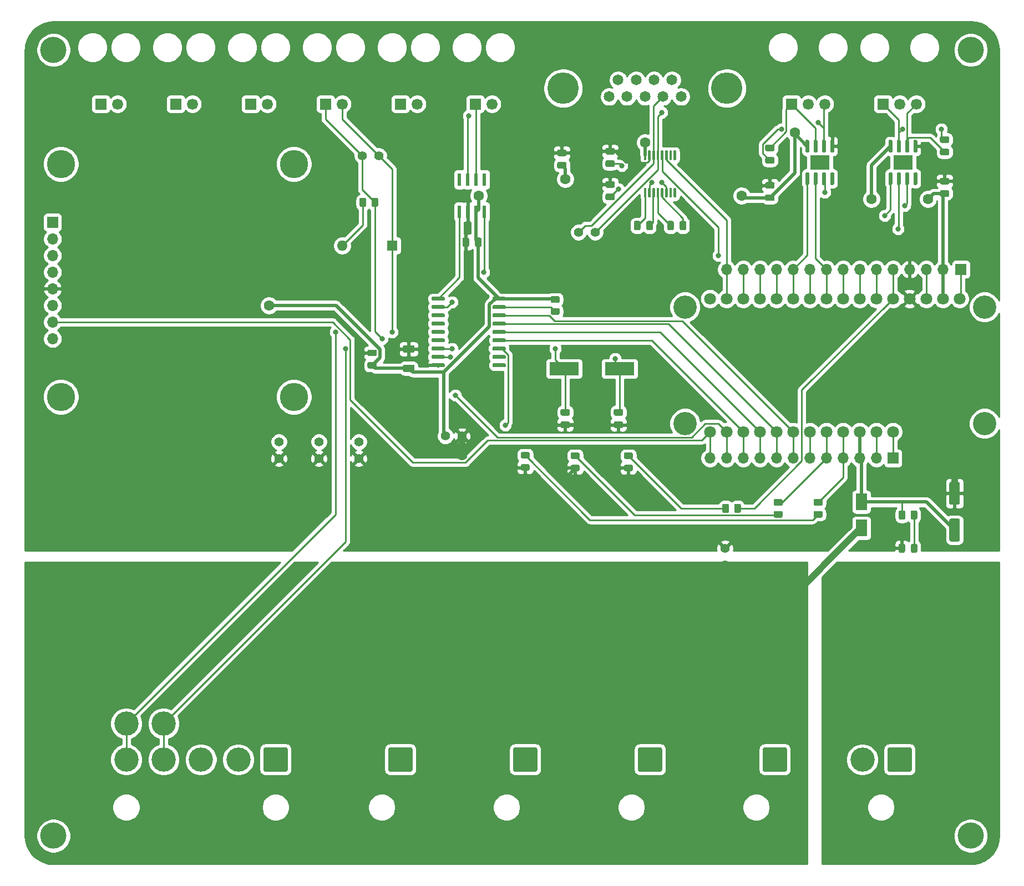
<source format=gtl>
G04 #@! TF.GenerationSoftware,KiCad,Pcbnew,(5.1.9-0-10_14)*
G04 #@! TF.CreationDate,2021-09-09T18:13:48-07:00*
G04 #@! TF.ProjectId,telemetry-pcb,74656c65-6d65-4747-9279-2d7063622e6b,rev?*
G04 #@! TF.SameCoordinates,Original*
G04 #@! TF.FileFunction,Copper,L1,Top*
G04 #@! TF.FilePolarity,Positive*
%FSLAX46Y46*%
G04 Gerber Fmt 4.6, Leading zero omitted, Abs format (unit mm)*
G04 Created by KiCad (PCBNEW (5.1.9-0-10_14)) date 2021-09-09 18:13:48*
%MOMM*%
%LPD*%
G01*
G04 APERTURE LIST*
G04 #@! TA.AperFunction,ComponentPad*
%ADD10C,1.400000*%
G04 #@! TD*
G04 #@! TA.AperFunction,ComponentPad*
%ADD11O,1.700000X1.700000*%
G04 #@! TD*
G04 #@! TA.AperFunction,ComponentPad*
%ADD12R,1.700000X1.700000*%
G04 #@! TD*
G04 #@! TA.AperFunction,ComponentPad*
%ADD13O,4.300000X4.300000*%
G04 #@! TD*
G04 #@! TA.AperFunction,ComponentPad*
%ADD14C,4.300000*%
G04 #@! TD*
G04 #@! TA.AperFunction,ComponentPad*
%ADD15O,1.600000X1.600000*%
G04 #@! TD*
G04 #@! TA.AperFunction,ComponentPad*
%ADD16R,1.600000X1.600000*%
G04 #@! TD*
G04 #@! TA.AperFunction,ComponentPad*
%ADD17C,1.800000*%
G04 #@! TD*
G04 #@! TA.AperFunction,WasherPad*
%ADD18C,3.556000*%
G04 #@! TD*
G04 #@! TA.AperFunction,SMDPad,CuDef*
%ADD19R,4.500000X2.000000*%
G04 #@! TD*
G04 #@! TA.AperFunction,ComponentPad*
%ADD20C,1.690000*%
G04 #@! TD*
G04 #@! TA.AperFunction,ComponentPad*
%ADD21R,1.690000X1.690000*%
G04 #@! TD*
G04 #@! TA.AperFunction,ComponentPad*
%ADD22C,4.800000*%
G04 #@! TD*
G04 #@! TA.AperFunction,ComponentPad*
%ADD23C,1.650000*%
G04 #@! TD*
G04 #@! TA.AperFunction,ComponentPad*
%ADD24C,3.700000*%
G04 #@! TD*
G04 #@! TA.AperFunction,SMDPad,CuDef*
%ADD25R,3.000000X2.290000*%
G04 #@! TD*
G04 #@! TA.AperFunction,SMDPad,CuDef*
%ADD26R,0.600000X1.970000*%
G04 #@! TD*
G04 #@! TA.AperFunction,ComponentPad*
%ADD27C,4.000000*%
G04 #@! TD*
G04 #@! TA.AperFunction,ComponentPad*
%ADD28C,2.780000*%
G04 #@! TD*
G04 #@! TA.AperFunction,SMDPad,CuDef*
%ADD29R,1.800000X2.500000*%
G04 #@! TD*
G04 #@! TA.AperFunction,ViaPad*
%ADD30C,1.600000*%
G04 #@! TD*
G04 #@! TA.AperFunction,ViaPad*
%ADD31C,0.800000*%
G04 #@! TD*
G04 #@! TA.AperFunction,Conductor*
%ADD32C,0.250000*%
G04 #@! TD*
G04 #@! TA.AperFunction,Conductor*
%ADD33C,1.000000*%
G04 #@! TD*
G04 #@! TA.AperFunction,Conductor*
%ADD34C,0.500000*%
G04 #@! TD*
G04 #@! TA.AperFunction,Conductor*
%ADD35C,0.254000*%
G04 #@! TD*
G04 #@! TA.AperFunction,Conductor*
%ADD36C,0.100000*%
G04 #@! TD*
G04 APERTURE END LIST*
G04 #@! TA.AperFunction,SMDPad,CuDef*
G36*
G01*
X185820000Y-96462002D02*
X185820000Y-95561998D01*
G75*
G02*
X186069998Y-95312000I249998J0D01*
G01*
X186595002Y-95312000D01*
G75*
G02*
X186845000Y-95561998I0J-249998D01*
G01*
X186845000Y-96462002D01*
G75*
G02*
X186595002Y-96712000I-249998J0D01*
G01*
X186069998Y-96712000D01*
G75*
G02*
X185820000Y-96462002I0J249998D01*
G01*
G37*
G04 #@! TD.AperFunction*
G04 #@! TA.AperFunction,SMDPad,CuDef*
G36*
G01*
X183995000Y-96462002D02*
X183995000Y-95561998D01*
G75*
G02*
X184244998Y-95312000I249998J0D01*
G01*
X184770002Y-95312000D01*
G75*
G02*
X185020000Y-95561998I0J-249998D01*
G01*
X185020000Y-96462002D01*
G75*
G02*
X184770002Y-96712000I-249998J0D01*
G01*
X184244998Y-96712000D01*
G75*
G02*
X183995000Y-96462002I0J249998D01*
G01*
G37*
G04 #@! TD.AperFunction*
G04 #@! TA.AperFunction,SMDPad,CuDef*
G36*
G01*
X158096000Y-94545998D02*
X158096000Y-95446002D01*
G75*
G02*
X157846002Y-95696000I-249998J0D01*
G01*
X157320998Y-95696000D01*
G75*
G02*
X157071000Y-95446002I0J249998D01*
G01*
X157071000Y-94545998D01*
G75*
G02*
X157320998Y-94296000I249998J0D01*
G01*
X157846002Y-94296000D01*
G75*
G02*
X158096000Y-94545998I0J-249998D01*
G01*
G37*
G04 #@! TD.AperFunction*
G04 #@! TA.AperFunction,SMDPad,CuDef*
G36*
G01*
X159921000Y-94545998D02*
X159921000Y-95446002D01*
G75*
G02*
X159671002Y-95696000I-249998J0D01*
G01*
X159145998Y-95696000D01*
G75*
G02*
X158896000Y-95446002I0J249998D01*
G01*
X158896000Y-94545998D01*
G75*
G02*
X159145998Y-94296000I249998J0D01*
G01*
X159671002Y-94296000D01*
G75*
G02*
X159921000Y-94545998I0J-249998D01*
G01*
G37*
G04 #@! TD.AperFunction*
G04 #@! TA.AperFunction,SMDPad,CuDef*
G36*
G01*
X165157998Y-95396000D02*
X166058002Y-95396000D01*
G75*
G02*
X166308000Y-95645998I0J-249998D01*
G01*
X166308000Y-96171002D01*
G75*
G02*
X166058002Y-96421000I-249998J0D01*
G01*
X165157998Y-96421000D01*
G75*
G02*
X164908000Y-96171002I0J249998D01*
G01*
X164908000Y-95645998D01*
G75*
G02*
X165157998Y-95396000I249998J0D01*
G01*
G37*
G04 #@! TD.AperFunction*
G04 #@! TA.AperFunction,SMDPad,CuDef*
G36*
G01*
X165157998Y-93571000D02*
X166058002Y-93571000D01*
G75*
G02*
X166308000Y-93820998I0J-249998D01*
G01*
X166308000Y-94346002D01*
G75*
G02*
X166058002Y-94596000I-249998J0D01*
G01*
X165157998Y-94596000D01*
G75*
G02*
X164908000Y-94346002I0J249998D01*
G01*
X164908000Y-93820998D01*
G75*
G02*
X165157998Y-93571000I249998J0D01*
G01*
G37*
G04 #@! TD.AperFunction*
G04 #@! TA.AperFunction,SMDPad,CuDef*
G36*
G01*
X171253998Y-95396000D02*
X172154002Y-95396000D01*
G75*
G02*
X172404000Y-95645998I0J-249998D01*
G01*
X172404000Y-96171002D01*
G75*
G02*
X172154002Y-96421000I-249998J0D01*
G01*
X171253998Y-96421000D01*
G75*
G02*
X171004000Y-96171002I0J249998D01*
G01*
X171004000Y-95645998D01*
G75*
G02*
X171253998Y-95396000I249998J0D01*
G01*
G37*
G04 #@! TD.AperFunction*
G04 #@! TA.AperFunction,SMDPad,CuDef*
G36*
G01*
X171253998Y-93571000D02*
X172154002Y-93571000D01*
G75*
G02*
X172404000Y-93820998I0J-249998D01*
G01*
X172404000Y-94346002D01*
G75*
G02*
X172154002Y-94596000I-249998J0D01*
G01*
X171253998Y-94596000D01*
G75*
G02*
X171004000Y-94346002I0J249998D01*
G01*
X171004000Y-93820998D01*
G75*
G02*
X171253998Y-93571000I249998J0D01*
G01*
G37*
G04 #@! TD.AperFunction*
G04 #@! TA.AperFunction,SMDPad,CuDef*
G36*
G01*
X143204250Y-87434000D02*
X142291750Y-87434000D01*
G75*
G02*
X142048000Y-87190250I0J243750D01*
G01*
X142048000Y-86702750D01*
G75*
G02*
X142291750Y-86459000I243750J0D01*
G01*
X143204250Y-86459000D01*
G75*
G02*
X143448000Y-86702750I0J-243750D01*
G01*
X143448000Y-87190250D01*
G75*
G02*
X143204250Y-87434000I-243750J0D01*
G01*
G37*
G04 #@! TD.AperFunction*
G04 #@! TA.AperFunction,SMDPad,CuDef*
G36*
G01*
X143204250Y-89309000D02*
X142291750Y-89309000D01*
G75*
G02*
X142048000Y-89065250I0J243750D01*
G01*
X142048000Y-88577750D01*
G75*
G02*
X142291750Y-88334000I243750J0D01*
G01*
X143204250Y-88334000D01*
G75*
G02*
X143448000Y-88577750I0J-243750D01*
G01*
X143448000Y-89065250D01*
G75*
G02*
X143204250Y-89309000I-243750J0D01*
G01*
G37*
G04 #@! TD.AperFunction*
G04 #@! TA.AperFunction,SMDPad,CuDef*
G36*
G01*
X135076250Y-87434000D02*
X134163750Y-87434000D01*
G75*
G02*
X133920000Y-87190250I0J243750D01*
G01*
X133920000Y-86702750D01*
G75*
G02*
X134163750Y-86459000I243750J0D01*
G01*
X135076250Y-86459000D01*
G75*
G02*
X135320000Y-86702750I0J-243750D01*
G01*
X135320000Y-87190250D01*
G75*
G02*
X135076250Y-87434000I-243750J0D01*
G01*
G37*
G04 #@! TD.AperFunction*
G04 #@! TA.AperFunction,SMDPad,CuDef*
G36*
G01*
X135076250Y-89309000D02*
X134163750Y-89309000D01*
G75*
G02*
X133920000Y-89065250I0J243750D01*
G01*
X133920000Y-88577750D01*
G75*
G02*
X134163750Y-88334000I243750J0D01*
G01*
X135076250Y-88334000D01*
G75*
G02*
X135320000Y-88577750I0J-243750D01*
G01*
X135320000Y-89065250D01*
G75*
G02*
X135076250Y-89309000I-243750J0D01*
G01*
G37*
G04 #@! TD.AperFunction*
G04 #@! TA.AperFunction,SMDPad,CuDef*
G36*
G01*
X127456250Y-87355500D02*
X126543750Y-87355500D01*
G75*
G02*
X126300000Y-87111750I0J243750D01*
G01*
X126300000Y-86624250D01*
G75*
G02*
X126543750Y-86380500I243750J0D01*
G01*
X127456250Y-86380500D01*
G75*
G02*
X127700000Y-86624250I0J-243750D01*
G01*
X127700000Y-87111750D01*
G75*
G02*
X127456250Y-87355500I-243750J0D01*
G01*
G37*
G04 #@! TD.AperFunction*
G04 #@! TA.AperFunction,SMDPad,CuDef*
G36*
G01*
X127456250Y-89230500D02*
X126543750Y-89230500D01*
G75*
G02*
X126300000Y-88986750I0J243750D01*
G01*
X126300000Y-88499250D01*
G75*
G02*
X126543750Y-88255500I243750J0D01*
G01*
X127456250Y-88255500D01*
G75*
G02*
X127700000Y-88499250I0J-243750D01*
G01*
X127700000Y-88986750D01*
G75*
G02*
X127456250Y-89230500I-243750J0D01*
G01*
G37*
G04 #@! TD.AperFunction*
G04 #@! TA.AperFunction,SMDPad,CuDef*
G36*
G01*
X185870000Y-101548250D02*
X185870000Y-100635750D01*
G75*
G02*
X186113750Y-100392000I243750J0D01*
G01*
X186601250Y-100392000D01*
G75*
G02*
X186845000Y-100635750I0J-243750D01*
G01*
X186845000Y-101548250D01*
G75*
G02*
X186601250Y-101792000I-243750J0D01*
G01*
X186113750Y-101792000D01*
G75*
G02*
X185870000Y-101548250I0J243750D01*
G01*
G37*
G04 #@! TD.AperFunction*
G04 #@! TA.AperFunction,SMDPad,CuDef*
G36*
G01*
X183995000Y-101548250D02*
X183995000Y-100635750D01*
G75*
G02*
X184238750Y-100392000I243750J0D01*
G01*
X184726250Y-100392000D01*
G75*
G02*
X184970000Y-100635750I0J-243750D01*
G01*
X184970000Y-101548250D01*
G75*
G02*
X184726250Y-101792000I-243750J0D01*
G01*
X184238750Y-101792000D01*
G75*
G02*
X183995000Y-101548250I0J243750D01*
G01*
G37*
G04 #@! TD.AperFunction*
D10*
X101600000Y-84836000D03*
X101600000Y-87376000D03*
X95504000Y-84836000D03*
X95504000Y-87376000D03*
X89408000Y-84836000D03*
X89408000Y-87376000D03*
D11*
X54864000Y-69088000D03*
X54864000Y-66548000D03*
X54864000Y-64008000D03*
X54864000Y-61468000D03*
X54864000Y-58928000D03*
X54864000Y-56388000D03*
X54864000Y-53848000D03*
D12*
X54864000Y-51308000D03*
D13*
X56134000Y-42418000D03*
D14*
X91694000Y-42418000D03*
D13*
X91694000Y-77978000D03*
X56134000Y-77978000D03*
D11*
X155192607Y-87319463D03*
X157732607Y-87319463D03*
X160272607Y-87319463D03*
X162812607Y-87319463D03*
X165352607Y-87319463D03*
X167892607Y-87319463D03*
X170432607Y-87319463D03*
X172972607Y-87319463D03*
X175512607Y-87319463D03*
X178052607Y-87319463D03*
X180592607Y-87319463D03*
D12*
X183132607Y-87319463D03*
D11*
X157735235Y-58506104D03*
X160275235Y-58506104D03*
X162815235Y-58506104D03*
X165355235Y-58506104D03*
X167895235Y-58506104D03*
X170435235Y-58506104D03*
X172975235Y-58506104D03*
X175515235Y-58506104D03*
X178055235Y-58506104D03*
X180595235Y-58506104D03*
X183135235Y-58506104D03*
X185675235Y-58506104D03*
X188215235Y-58506104D03*
X190755235Y-58506104D03*
D12*
X193513235Y-58506104D03*
D15*
X99060000Y-54864000D03*
D16*
X106680000Y-54864000D03*
D17*
X183134000Y-83312000D03*
X180594000Y-83312000D03*
X178054000Y-83312000D03*
X175514000Y-83312000D03*
X172974000Y-83312000D03*
X170434000Y-83312000D03*
X167894000Y-83312000D03*
X165354000Y-83312000D03*
X162814000Y-83312000D03*
X160274000Y-83312000D03*
X157734000Y-83312000D03*
X155194000Y-83312000D03*
X155194000Y-62992000D03*
X157734000Y-62992000D03*
X160274000Y-62992000D03*
X162814000Y-62992000D03*
X165354000Y-62992000D03*
X167894000Y-62992000D03*
X170434000Y-62992000D03*
X172974000Y-62992000D03*
X175514000Y-62992000D03*
X178054000Y-62992000D03*
X180594000Y-62992000D03*
X183134000Y-62992000D03*
X185674000Y-62992000D03*
X188214000Y-62992000D03*
X190754000Y-62992000D03*
X193294000Y-62992000D03*
D18*
X151384000Y-64262000D03*
X197104000Y-64262000D03*
X151384000Y-82042000D03*
X197104000Y-82042000D03*
D19*
X141410000Y-73660000D03*
X132910000Y-73660000D03*
D20*
X172720000Y-33245000D03*
X170180000Y-33245000D03*
D21*
X167640000Y-33245000D03*
D20*
X186690000Y-33245000D03*
X184150000Y-33245000D03*
D21*
X181610000Y-33245000D03*
D22*
X132788000Y-30850000D03*
X157788000Y-30850000D03*
D23*
X141178000Y-29580000D03*
X143918000Y-29580000D03*
X146658000Y-29580000D03*
X149398000Y-29580000D03*
X139808000Y-32120000D03*
X142548000Y-32120000D03*
X145288000Y-32120000D03*
X148028000Y-32120000D03*
X150768000Y-32120000D03*
D24*
X159400000Y-133350000D03*
G04 #@! TA.AperFunction,ComponentPad*
G36*
G01*
X166950000Y-131750000D02*
X166950000Y-134950000D01*
G75*
G02*
X166700000Y-135200000I-250000J0D01*
G01*
X163500000Y-135200000D01*
G75*
G02*
X163250000Y-134950000I0J250000D01*
G01*
X163250000Y-131750000D01*
G75*
G02*
X163500000Y-131500000I250000J0D01*
G01*
X166700000Y-131500000D01*
G75*
G02*
X166950000Y-131750000I0J-250000D01*
G01*
G37*
G04 #@! TD.AperFunction*
X140350000Y-133350000D03*
G04 #@! TA.AperFunction,ComponentPad*
G36*
G01*
X147900000Y-131750000D02*
X147900000Y-134950000D01*
G75*
G02*
X147650000Y-135200000I-250000J0D01*
G01*
X144450000Y-135200000D01*
G75*
G02*
X144200000Y-134950000I0J250000D01*
G01*
X144200000Y-131750000D01*
G75*
G02*
X144450000Y-131500000I250000J0D01*
G01*
X147650000Y-131500000D01*
G75*
G02*
X147900000Y-131750000I0J-250000D01*
G01*
G37*
G04 #@! TD.AperFunction*
X121300000Y-133350000D03*
G04 #@! TA.AperFunction,ComponentPad*
G36*
G01*
X128850000Y-131750000D02*
X128850000Y-134950000D01*
G75*
G02*
X128600000Y-135200000I-250000J0D01*
G01*
X125400000Y-135200000D01*
G75*
G02*
X125150000Y-134950000I0J250000D01*
G01*
X125150000Y-131750000D01*
G75*
G02*
X125400000Y-131500000I250000J0D01*
G01*
X128600000Y-131500000D01*
G75*
G02*
X128850000Y-131750000I0J-250000D01*
G01*
G37*
G04 #@! TD.AperFunction*
X102250000Y-133350000D03*
G04 #@! TA.AperFunction,ComponentPad*
G36*
G01*
X109800000Y-131750000D02*
X109800000Y-134950000D01*
G75*
G02*
X109550000Y-135200000I-250000J0D01*
G01*
X106350000Y-135200000D01*
G75*
G02*
X106100000Y-134950000I0J250000D01*
G01*
X106100000Y-131750000D01*
G75*
G02*
X106350000Y-131500000I250000J0D01*
G01*
X109550000Y-131500000D01*
G75*
G02*
X109800000Y-131750000I0J-250000D01*
G01*
G37*
G04 #@! TD.AperFunction*
G04 #@! TA.AperFunction,SMDPad,CuDef*
G36*
G01*
X145399000Y-41817000D02*
X145199000Y-41817000D01*
G75*
G02*
X145099000Y-41717000I0J100000D01*
G01*
X145099000Y-40442000D01*
G75*
G02*
X145199000Y-40342000I100000J0D01*
G01*
X145399000Y-40342000D01*
G75*
G02*
X145499000Y-40442000I0J-100000D01*
G01*
X145499000Y-41717000D01*
G75*
G02*
X145399000Y-41817000I-100000J0D01*
G01*
G37*
G04 #@! TD.AperFunction*
G04 #@! TA.AperFunction,SMDPad,CuDef*
G36*
G01*
X146049000Y-41817000D02*
X145849000Y-41817000D01*
G75*
G02*
X145749000Y-41717000I0J100000D01*
G01*
X145749000Y-40442000D01*
G75*
G02*
X145849000Y-40342000I100000J0D01*
G01*
X146049000Y-40342000D01*
G75*
G02*
X146149000Y-40442000I0J-100000D01*
G01*
X146149000Y-41717000D01*
G75*
G02*
X146049000Y-41817000I-100000J0D01*
G01*
G37*
G04 #@! TD.AperFunction*
G04 #@! TA.AperFunction,SMDPad,CuDef*
G36*
G01*
X146699000Y-41817000D02*
X146499000Y-41817000D01*
G75*
G02*
X146399000Y-41717000I0J100000D01*
G01*
X146399000Y-40442000D01*
G75*
G02*
X146499000Y-40342000I100000J0D01*
G01*
X146699000Y-40342000D01*
G75*
G02*
X146799000Y-40442000I0J-100000D01*
G01*
X146799000Y-41717000D01*
G75*
G02*
X146699000Y-41817000I-100000J0D01*
G01*
G37*
G04 #@! TD.AperFunction*
G04 #@! TA.AperFunction,SMDPad,CuDef*
G36*
G01*
X147349000Y-41817000D02*
X147149000Y-41817000D01*
G75*
G02*
X147049000Y-41717000I0J100000D01*
G01*
X147049000Y-40442000D01*
G75*
G02*
X147149000Y-40342000I100000J0D01*
G01*
X147349000Y-40342000D01*
G75*
G02*
X147449000Y-40442000I0J-100000D01*
G01*
X147449000Y-41717000D01*
G75*
G02*
X147349000Y-41817000I-100000J0D01*
G01*
G37*
G04 #@! TD.AperFunction*
G04 #@! TA.AperFunction,SMDPad,CuDef*
G36*
G01*
X147999000Y-41817000D02*
X147799000Y-41817000D01*
G75*
G02*
X147699000Y-41717000I0J100000D01*
G01*
X147699000Y-40442000D01*
G75*
G02*
X147799000Y-40342000I100000J0D01*
G01*
X147999000Y-40342000D01*
G75*
G02*
X148099000Y-40442000I0J-100000D01*
G01*
X148099000Y-41717000D01*
G75*
G02*
X147999000Y-41817000I-100000J0D01*
G01*
G37*
G04 #@! TD.AperFunction*
G04 #@! TA.AperFunction,SMDPad,CuDef*
G36*
G01*
X148649000Y-41817000D02*
X148449000Y-41817000D01*
G75*
G02*
X148349000Y-41717000I0J100000D01*
G01*
X148349000Y-40442000D01*
G75*
G02*
X148449000Y-40342000I100000J0D01*
G01*
X148649000Y-40342000D01*
G75*
G02*
X148749000Y-40442000I0J-100000D01*
G01*
X148749000Y-41717000D01*
G75*
G02*
X148649000Y-41817000I-100000J0D01*
G01*
G37*
G04 #@! TD.AperFunction*
G04 #@! TA.AperFunction,SMDPad,CuDef*
G36*
G01*
X149299000Y-41817000D02*
X149099000Y-41817000D01*
G75*
G02*
X148999000Y-41717000I0J100000D01*
G01*
X148999000Y-40442000D01*
G75*
G02*
X149099000Y-40342000I100000J0D01*
G01*
X149299000Y-40342000D01*
G75*
G02*
X149399000Y-40442000I0J-100000D01*
G01*
X149399000Y-41717000D01*
G75*
G02*
X149299000Y-41817000I-100000J0D01*
G01*
G37*
G04 #@! TD.AperFunction*
G04 #@! TA.AperFunction,SMDPad,CuDef*
G36*
G01*
X149949000Y-41817000D02*
X149749000Y-41817000D01*
G75*
G02*
X149649000Y-41717000I0J100000D01*
G01*
X149649000Y-40442000D01*
G75*
G02*
X149749000Y-40342000I100000J0D01*
G01*
X149949000Y-40342000D01*
G75*
G02*
X150049000Y-40442000I0J-100000D01*
G01*
X150049000Y-41717000D01*
G75*
G02*
X149949000Y-41817000I-100000J0D01*
G01*
G37*
G04 #@! TD.AperFunction*
G04 #@! TA.AperFunction,SMDPad,CuDef*
G36*
G01*
X149949000Y-47542000D02*
X149749000Y-47542000D01*
G75*
G02*
X149649000Y-47442000I0J100000D01*
G01*
X149649000Y-46167000D01*
G75*
G02*
X149749000Y-46067000I100000J0D01*
G01*
X149949000Y-46067000D01*
G75*
G02*
X150049000Y-46167000I0J-100000D01*
G01*
X150049000Y-47442000D01*
G75*
G02*
X149949000Y-47542000I-100000J0D01*
G01*
G37*
G04 #@! TD.AperFunction*
G04 #@! TA.AperFunction,SMDPad,CuDef*
G36*
G01*
X149299000Y-47542000D02*
X149099000Y-47542000D01*
G75*
G02*
X148999000Y-47442000I0J100000D01*
G01*
X148999000Y-46167000D01*
G75*
G02*
X149099000Y-46067000I100000J0D01*
G01*
X149299000Y-46067000D01*
G75*
G02*
X149399000Y-46167000I0J-100000D01*
G01*
X149399000Y-47442000D01*
G75*
G02*
X149299000Y-47542000I-100000J0D01*
G01*
G37*
G04 #@! TD.AperFunction*
G04 #@! TA.AperFunction,SMDPad,CuDef*
G36*
G01*
X148649000Y-47542000D02*
X148449000Y-47542000D01*
G75*
G02*
X148349000Y-47442000I0J100000D01*
G01*
X148349000Y-46167000D01*
G75*
G02*
X148449000Y-46067000I100000J0D01*
G01*
X148649000Y-46067000D01*
G75*
G02*
X148749000Y-46167000I0J-100000D01*
G01*
X148749000Y-47442000D01*
G75*
G02*
X148649000Y-47542000I-100000J0D01*
G01*
G37*
G04 #@! TD.AperFunction*
G04 #@! TA.AperFunction,SMDPad,CuDef*
G36*
G01*
X147999000Y-47542000D02*
X147799000Y-47542000D01*
G75*
G02*
X147699000Y-47442000I0J100000D01*
G01*
X147699000Y-46167000D01*
G75*
G02*
X147799000Y-46067000I100000J0D01*
G01*
X147999000Y-46067000D01*
G75*
G02*
X148099000Y-46167000I0J-100000D01*
G01*
X148099000Y-47442000D01*
G75*
G02*
X147999000Y-47542000I-100000J0D01*
G01*
G37*
G04 #@! TD.AperFunction*
G04 #@! TA.AperFunction,SMDPad,CuDef*
G36*
G01*
X147349000Y-47542000D02*
X147149000Y-47542000D01*
G75*
G02*
X147049000Y-47442000I0J100000D01*
G01*
X147049000Y-46167000D01*
G75*
G02*
X147149000Y-46067000I100000J0D01*
G01*
X147349000Y-46067000D01*
G75*
G02*
X147449000Y-46167000I0J-100000D01*
G01*
X147449000Y-47442000D01*
G75*
G02*
X147349000Y-47542000I-100000J0D01*
G01*
G37*
G04 #@! TD.AperFunction*
G04 #@! TA.AperFunction,SMDPad,CuDef*
G36*
G01*
X146699000Y-47542000D02*
X146499000Y-47542000D01*
G75*
G02*
X146399000Y-47442000I0J100000D01*
G01*
X146399000Y-46167000D01*
G75*
G02*
X146499000Y-46067000I100000J0D01*
G01*
X146699000Y-46067000D01*
G75*
G02*
X146799000Y-46167000I0J-100000D01*
G01*
X146799000Y-47442000D01*
G75*
G02*
X146699000Y-47542000I-100000J0D01*
G01*
G37*
G04 #@! TD.AperFunction*
G04 #@! TA.AperFunction,SMDPad,CuDef*
G36*
G01*
X146049000Y-47542000D02*
X145849000Y-47542000D01*
G75*
G02*
X145749000Y-47442000I0J100000D01*
G01*
X145749000Y-46167000D01*
G75*
G02*
X145849000Y-46067000I100000J0D01*
G01*
X146049000Y-46067000D01*
G75*
G02*
X146149000Y-46167000I0J-100000D01*
G01*
X146149000Y-47442000D01*
G75*
G02*
X146049000Y-47542000I-100000J0D01*
G01*
G37*
G04 #@! TD.AperFunction*
G04 #@! TA.AperFunction,SMDPad,CuDef*
G36*
G01*
X145399000Y-47542000D02*
X145199000Y-47542000D01*
G75*
G02*
X145099000Y-47442000I0J100000D01*
G01*
X145099000Y-46167000D01*
G75*
G02*
X145199000Y-46067000I100000J0D01*
G01*
X145399000Y-46067000D01*
G75*
G02*
X145499000Y-46167000I0J-100000D01*
G01*
X145499000Y-47442000D01*
G75*
G02*
X145399000Y-47542000I-100000J0D01*
G01*
G37*
G04 #@! TD.AperFunction*
D25*
X171958000Y-42164000D03*
G04 #@! TA.AperFunction,SMDPad,CuDef*
G36*
G01*
X173713000Y-43664000D02*
X174013000Y-43664000D01*
G75*
G02*
X174163000Y-43814000I0J-150000D01*
G01*
X174163000Y-45464000D01*
G75*
G02*
X174013000Y-45614000I-150000J0D01*
G01*
X173713000Y-45614000D01*
G75*
G02*
X173563000Y-45464000I0J150000D01*
G01*
X173563000Y-43814000D01*
G75*
G02*
X173713000Y-43664000I150000J0D01*
G01*
G37*
G04 #@! TD.AperFunction*
G04 #@! TA.AperFunction,SMDPad,CuDef*
G36*
G01*
X172443000Y-43664000D02*
X172743000Y-43664000D01*
G75*
G02*
X172893000Y-43814000I0J-150000D01*
G01*
X172893000Y-45464000D01*
G75*
G02*
X172743000Y-45614000I-150000J0D01*
G01*
X172443000Y-45614000D01*
G75*
G02*
X172293000Y-45464000I0J150000D01*
G01*
X172293000Y-43814000D01*
G75*
G02*
X172443000Y-43664000I150000J0D01*
G01*
G37*
G04 #@! TD.AperFunction*
G04 #@! TA.AperFunction,SMDPad,CuDef*
G36*
G01*
X171173000Y-43664000D02*
X171473000Y-43664000D01*
G75*
G02*
X171623000Y-43814000I0J-150000D01*
G01*
X171623000Y-45464000D01*
G75*
G02*
X171473000Y-45614000I-150000J0D01*
G01*
X171173000Y-45614000D01*
G75*
G02*
X171023000Y-45464000I0J150000D01*
G01*
X171023000Y-43814000D01*
G75*
G02*
X171173000Y-43664000I150000J0D01*
G01*
G37*
G04 #@! TD.AperFunction*
G04 #@! TA.AperFunction,SMDPad,CuDef*
G36*
G01*
X169903000Y-43664000D02*
X170203000Y-43664000D01*
G75*
G02*
X170353000Y-43814000I0J-150000D01*
G01*
X170353000Y-45464000D01*
G75*
G02*
X170203000Y-45614000I-150000J0D01*
G01*
X169903000Y-45614000D01*
G75*
G02*
X169753000Y-45464000I0J150000D01*
G01*
X169753000Y-43814000D01*
G75*
G02*
X169903000Y-43664000I150000J0D01*
G01*
G37*
G04 #@! TD.AperFunction*
G04 #@! TA.AperFunction,SMDPad,CuDef*
G36*
G01*
X169903000Y-38714000D02*
X170203000Y-38714000D01*
G75*
G02*
X170353000Y-38864000I0J-150000D01*
G01*
X170353000Y-40514000D01*
G75*
G02*
X170203000Y-40664000I-150000J0D01*
G01*
X169903000Y-40664000D01*
G75*
G02*
X169753000Y-40514000I0J150000D01*
G01*
X169753000Y-38864000D01*
G75*
G02*
X169903000Y-38714000I150000J0D01*
G01*
G37*
G04 #@! TD.AperFunction*
G04 #@! TA.AperFunction,SMDPad,CuDef*
G36*
G01*
X171173000Y-38714000D02*
X171473000Y-38714000D01*
G75*
G02*
X171623000Y-38864000I0J-150000D01*
G01*
X171623000Y-40514000D01*
G75*
G02*
X171473000Y-40664000I-150000J0D01*
G01*
X171173000Y-40664000D01*
G75*
G02*
X171023000Y-40514000I0J150000D01*
G01*
X171023000Y-38864000D01*
G75*
G02*
X171173000Y-38714000I150000J0D01*
G01*
G37*
G04 #@! TD.AperFunction*
G04 #@! TA.AperFunction,SMDPad,CuDef*
G36*
G01*
X172443000Y-38714000D02*
X172743000Y-38714000D01*
G75*
G02*
X172893000Y-38864000I0J-150000D01*
G01*
X172893000Y-40514000D01*
G75*
G02*
X172743000Y-40664000I-150000J0D01*
G01*
X172443000Y-40664000D01*
G75*
G02*
X172293000Y-40514000I0J150000D01*
G01*
X172293000Y-38864000D01*
G75*
G02*
X172443000Y-38714000I150000J0D01*
G01*
G37*
G04 #@! TD.AperFunction*
G04 #@! TA.AperFunction,SMDPad,CuDef*
G36*
G01*
X173713000Y-38714000D02*
X174013000Y-38714000D01*
G75*
G02*
X174163000Y-38864000I0J-150000D01*
G01*
X174163000Y-40514000D01*
G75*
G02*
X174013000Y-40664000I-150000J0D01*
G01*
X173713000Y-40664000D01*
G75*
G02*
X173563000Y-40514000I0J150000D01*
G01*
X173563000Y-38864000D01*
G75*
G02*
X173713000Y-38714000I150000J0D01*
G01*
G37*
G04 #@! TD.AperFunction*
X184658000Y-42164000D03*
G04 #@! TA.AperFunction,SMDPad,CuDef*
G36*
G01*
X186413000Y-43664000D02*
X186713000Y-43664000D01*
G75*
G02*
X186863000Y-43814000I0J-150000D01*
G01*
X186863000Y-45464000D01*
G75*
G02*
X186713000Y-45614000I-150000J0D01*
G01*
X186413000Y-45614000D01*
G75*
G02*
X186263000Y-45464000I0J150000D01*
G01*
X186263000Y-43814000D01*
G75*
G02*
X186413000Y-43664000I150000J0D01*
G01*
G37*
G04 #@! TD.AperFunction*
G04 #@! TA.AperFunction,SMDPad,CuDef*
G36*
G01*
X185143000Y-43664000D02*
X185443000Y-43664000D01*
G75*
G02*
X185593000Y-43814000I0J-150000D01*
G01*
X185593000Y-45464000D01*
G75*
G02*
X185443000Y-45614000I-150000J0D01*
G01*
X185143000Y-45614000D01*
G75*
G02*
X184993000Y-45464000I0J150000D01*
G01*
X184993000Y-43814000D01*
G75*
G02*
X185143000Y-43664000I150000J0D01*
G01*
G37*
G04 #@! TD.AperFunction*
G04 #@! TA.AperFunction,SMDPad,CuDef*
G36*
G01*
X183873000Y-43664000D02*
X184173000Y-43664000D01*
G75*
G02*
X184323000Y-43814000I0J-150000D01*
G01*
X184323000Y-45464000D01*
G75*
G02*
X184173000Y-45614000I-150000J0D01*
G01*
X183873000Y-45614000D01*
G75*
G02*
X183723000Y-45464000I0J150000D01*
G01*
X183723000Y-43814000D01*
G75*
G02*
X183873000Y-43664000I150000J0D01*
G01*
G37*
G04 #@! TD.AperFunction*
G04 #@! TA.AperFunction,SMDPad,CuDef*
G36*
G01*
X182603000Y-43664000D02*
X182903000Y-43664000D01*
G75*
G02*
X183053000Y-43814000I0J-150000D01*
G01*
X183053000Y-45464000D01*
G75*
G02*
X182903000Y-45614000I-150000J0D01*
G01*
X182603000Y-45614000D01*
G75*
G02*
X182453000Y-45464000I0J150000D01*
G01*
X182453000Y-43814000D01*
G75*
G02*
X182603000Y-43664000I150000J0D01*
G01*
G37*
G04 #@! TD.AperFunction*
G04 #@! TA.AperFunction,SMDPad,CuDef*
G36*
G01*
X182603000Y-38714000D02*
X182903000Y-38714000D01*
G75*
G02*
X183053000Y-38864000I0J-150000D01*
G01*
X183053000Y-40514000D01*
G75*
G02*
X182903000Y-40664000I-150000J0D01*
G01*
X182603000Y-40664000D01*
G75*
G02*
X182453000Y-40514000I0J150000D01*
G01*
X182453000Y-38864000D01*
G75*
G02*
X182603000Y-38714000I150000J0D01*
G01*
G37*
G04 #@! TD.AperFunction*
G04 #@! TA.AperFunction,SMDPad,CuDef*
G36*
G01*
X183873000Y-38714000D02*
X184173000Y-38714000D01*
G75*
G02*
X184323000Y-38864000I0J-150000D01*
G01*
X184323000Y-40514000D01*
G75*
G02*
X184173000Y-40664000I-150000J0D01*
G01*
X183873000Y-40664000D01*
G75*
G02*
X183723000Y-40514000I0J150000D01*
G01*
X183723000Y-38864000D01*
G75*
G02*
X183873000Y-38714000I150000J0D01*
G01*
G37*
G04 #@! TD.AperFunction*
G04 #@! TA.AperFunction,SMDPad,CuDef*
G36*
G01*
X185143000Y-38714000D02*
X185443000Y-38714000D01*
G75*
G02*
X185593000Y-38864000I0J-150000D01*
G01*
X185593000Y-40514000D01*
G75*
G02*
X185443000Y-40664000I-150000J0D01*
G01*
X185143000Y-40664000D01*
G75*
G02*
X184993000Y-40514000I0J150000D01*
G01*
X184993000Y-38864000D01*
G75*
G02*
X185143000Y-38714000I150000J0D01*
G01*
G37*
G04 #@! TD.AperFunction*
G04 #@! TA.AperFunction,SMDPad,CuDef*
G36*
G01*
X186413000Y-38714000D02*
X186713000Y-38714000D01*
G75*
G02*
X186863000Y-38864000I0J-150000D01*
G01*
X186863000Y-40514000D01*
G75*
G02*
X186713000Y-40664000I-150000J0D01*
G01*
X186413000Y-40664000D01*
G75*
G02*
X186263000Y-40514000I0J150000D01*
G01*
X186263000Y-38864000D01*
G75*
G02*
X186413000Y-38714000I150000J0D01*
G01*
G37*
G04 #@! TD.AperFunction*
G04 #@! TA.AperFunction,SMDPad,CuDef*
G36*
G01*
X132022002Y-63608000D02*
X131121998Y-63608000D01*
G75*
G02*
X130872000Y-63358002I0J249998D01*
G01*
X130872000Y-62832998D01*
G75*
G02*
X131121998Y-62583000I249998J0D01*
G01*
X132022002Y-62583000D01*
G75*
G02*
X132272000Y-62832998I0J-249998D01*
G01*
X132272000Y-63358002D01*
G75*
G02*
X132022002Y-63608000I-249998J0D01*
G01*
G37*
G04 #@! TD.AperFunction*
G04 #@! TA.AperFunction,SMDPad,CuDef*
G36*
G01*
X132022002Y-65433000D02*
X131121998Y-65433000D01*
G75*
G02*
X130872000Y-65183002I0J249998D01*
G01*
X130872000Y-64657998D01*
G75*
G02*
X131121998Y-64408000I249998J0D01*
G01*
X132022002Y-64408000D01*
G75*
G02*
X132272000Y-64657998I0J-249998D01*
G01*
X132272000Y-65183002D01*
G75*
G02*
X132022002Y-65433000I-249998J0D01*
G01*
G37*
G04 #@! TD.AperFunction*
G04 #@! TA.AperFunction,SMDPad,CuDef*
G36*
G01*
X121989000Y-63142000D02*
X121989000Y-62842000D01*
G75*
G02*
X122139000Y-62692000I150000J0D01*
G01*
X123889000Y-62692000D01*
G75*
G02*
X124039000Y-62842000I0J-150000D01*
G01*
X124039000Y-63142000D01*
G75*
G02*
X123889000Y-63292000I-150000J0D01*
G01*
X122139000Y-63292000D01*
G75*
G02*
X121989000Y-63142000I0J150000D01*
G01*
G37*
G04 #@! TD.AperFunction*
G04 #@! TA.AperFunction,SMDPad,CuDef*
G36*
G01*
X121989000Y-64412000D02*
X121989000Y-64112000D01*
G75*
G02*
X122139000Y-63962000I150000J0D01*
G01*
X123889000Y-63962000D01*
G75*
G02*
X124039000Y-64112000I0J-150000D01*
G01*
X124039000Y-64412000D01*
G75*
G02*
X123889000Y-64562000I-150000J0D01*
G01*
X122139000Y-64562000D01*
G75*
G02*
X121989000Y-64412000I0J150000D01*
G01*
G37*
G04 #@! TD.AperFunction*
G04 #@! TA.AperFunction,SMDPad,CuDef*
G36*
G01*
X121989000Y-65682000D02*
X121989000Y-65382000D01*
G75*
G02*
X122139000Y-65232000I150000J0D01*
G01*
X123889000Y-65232000D01*
G75*
G02*
X124039000Y-65382000I0J-150000D01*
G01*
X124039000Y-65682000D01*
G75*
G02*
X123889000Y-65832000I-150000J0D01*
G01*
X122139000Y-65832000D01*
G75*
G02*
X121989000Y-65682000I0J150000D01*
G01*
G37*
G04 #@! TD.AperFunction*
G04 #@! TA.AperFunction,SMDPad,CuDef*
G36*
G01*
X121989000Y-66952000D02*
X121989000Y-66652000D01*
G75*
G02*
X122139000Y-66502000I150000J0D01*
G01*
X123889000Y-66502000D01*
G75*
G02*
X124039000Y-66652000I0J-150000D01*
G01*
X124039000Y-66952000D01*
G75*
G02*
X123889000Y-67102000I-150000J0D01*
G01*
X122139000Y-67102000D01*
G75*
G02*
X121989000Y-66952000I0J150000D01*
G01*
G37*
G04 #@! TD.AperFunction*
G04 #@! TA.AperFunction,SMDPad,CuDef*
G36*
G01*
X121989000Y-68222000D02*
X121989000Y-67922000D01*
G75*
G02*
X122139000Y-67772000I150000J0D01*
G01*
X123889000Y-67772000D01*
G75*
G02*
X124039000Y-67922000I0J-150000D01*
G01*
X124039000Y-68222000D01*
G75*
G02*
X123889000Y-68372000I-150000J0D01*
G01*
X122139000Y-68372000D01*
G75*
G02*
X121989000Y-68222000I0J150000D01*
G01*
G37*
G04 #@! TD.AperFunction*
G04 #@! TA.AperFunction,SMDPad,CuDef*
G36*
G01*
X121989000Y-69492000D02*
X121989000Y-69192000D01*
G75*
G02*
X122139000Y-69042000I150000J0D01*
G01*
X123889000Y-69042000D01*
G75*
G02*
X124039000Y-69192000I0J-150000D01*
G01*
X124039000Y-69492000D01*
G75*
G02*
X123889000Y-69642000I-150000J0D01*
G01*
X122139000Y-69642000D01*
G75*
G02*
X121989000Y-69492000I0J150000D01*
G01*
G37*
G04 #@! TD.AperFunction*
G04 #@! TA.AperFunction,SMDPad,CuDef*
G36*
G01*
X121989000Y-70762000D02*
X121989000Y-70462000D01*
G75*
G02*
X122139000Y-70312000I150000J0D01*
G01*
X123889000Y-70312000D01*
G75*
G02*
X124039000Y-70462000I0J-150000D01*
G01*
X124039000Y-70762000D01*
G75*
G02*
X123889000Y-70912000I-150000J0D01*
G01*
X122139000Y-70912000D01*
G75*
G02*
X121989000Y-70762000I0J150000D01*
G01*
G37*
G04 #@! TD.AperFunction*
G04 #@! TA.AperFunction,SMDPad,CuDef*
G36*
G01*
X121989000Y-72032000D02*
X121989000Y-71732000D01*
G75*
G02*
X122139000Y-71582000I150000J0D01*
G01*
X123889000Y-71582000D01*
G75*
G02*
X124039000Y-71732000I0J-150000D01*
G01*
X124039000Y-72032000D01*
G75*
G02*
X123889000Y-72182000I-150000J0D01*
G01*
X122139000Y-72182000D01*
G75*
G02*
X121989000Y-72032000I0J150000D01*
G01*
G37*
G04 #@! TD.AperFunction*
G04 #@! TA.AperFunction,SMDPad,CuDef*
G36*
G01*
X121989000Y-73302000D02*
X121989000Y-73002000D01*
G75*
G02*
X122139000Y-72852000I150000J0D01*
G01*
X123889000Y-72852000D01*
G75*
G02*
X124039000Y-73002000I0J-150000D01*
G01*
X124039000Y-73302000D01*
G75*
G02*
X123889000Y-73452000I-150000J0D01*
G01*
X122139000Y-73452000D01*
G75*
G02*
X121989000Y-73302000I0J150000D01*
G01*
G37*
G04 #@! TD.AperFunction*
G04 #@! TA.AperFunction,SMDPad,CuDef*
G36*
G01*
X112689000Y-73302000D02*
X112689000Y-73002000D01*
G75*
G02*
X112839000Y-72852000I150000J0D01*
G01*
X114589000Y-72852000D01*
G75*
G02*
X114739000Y-73002000I0J-150000D01*
G01*
X114739000Y-73302000D01*
G75*
G02*
X114589000Y-73452000I-150000J0D01*
G01*
X112839000Y-73452000D01*
G75*
G02*
X112689000Y-73302000I0J150000D01*
G01*
G37*
G04 #@! TD.AperFunction*
G04 #@! TA.AperFunction,SMDPad,CuDef*
G36*
G01*
X112689000Y-72032000D02*
X112689000Y-71732000D01*
G75*
G02*
X112839000Y-71582000I150000J0D01*
G01*
X114589000Y-71582000D01*
G75*
G02*
X114739000Y-71732000I0J-150000D01*
G01*
X114739000Y-72032000D01*
G75*
G02*
X114589000Y-72182000I-150000J0D01*
G01*
X112839000Y-72182000D01*
G75*
G02*
X112689000Y-72032000I0J150000D01*
G01*
G37*
G04 #@! TD.AperFunction*
G04 #@! TA.AperFunction,SMDPad,CuDef*
G36*
G01*
X112689000Y-70762000D02*
X112689000Y-70462000D01*
G75*
G02*
X112839000Y-70312000I150000J0D01*
G01*
X114589000Y-70312000D01*
G75*
G02*
X114739000Y-70462000I0J-150000D01*
G01*
X114739000Y-70762000D01*
G75*
G02*
X114589000Y-70912000I-150000J0D01*
G01*
X112839000Y-70912000D01*
G75*
G02*
X112689000Y-70762000I0J150000D01*
G01*
G37*
G04 #@! TD.AperFunction*
G04 #@! TA.AperFunction,SMDPad,CuDef*
G36*
G01*
X112689000Y-69492000D02*
X112689000Y-69192000D01*
G75*
G02*
X112839000Y-69042000I150000J0D01*
G01*
X114589000Y-69042000D01*
G75*
G02*
X114739000Y-69192000I0J-150000D01*
G01*
X114739000Y-69492000D01*
G75*
G02*
X114589000Y-69642000I-150000J0D01*
G01*
X112839000Y-69642000D01*
G75*
G02*
X112689000Y-69492000I0J150000D01*
G01*
G37*
G04 #@! TD.AperFunction*
G04 #@! TA.AperFunction,SMDPad,CuDef*
G36*
G01*
X112689000Y-68222000D02*
X112689000Y-67922000D01*
G75*
G02*
X112839000Y-67772000I150000J0D01*
G01*
X114589000Y-67772000D01*
G75*
G02*
X114739000Y-67922000I0J-150000D01*
G01*
X114739000Y-68222000D01*
G75*
G02*
X114589000Y-68372000I-150000J0D01*
G01*
X112839000Y-68372000D01*
G75*
G02*
X112689000Y-68222000I0J150000D01*
G01*
G37*
G04 #@! TD.AperFunction*
G04 #@! TA.AperFunction,SMDPad,CuDef*
G36*
G01*
X112689000Y-66952000D02*
X112689000Y-66652000D01*
G75*
G02*
X112839000Y-66502000I150000J0D01*
G01*
X114589000Y-66502000D01*
G75*
G02*
X114739000Y-66652000I0J-150000D01*
G01*
X114739000Y-66952000D01*
G75*
G02*
X114589000Y-67102000I-150000J0D01*
G01*
X112839000Y-67102000D01*
G75*
G02*
X112689000Y-66952000I0J150000D01*
G01*
G37*
G04 #@! TD.AperFunction*
G04 #@! TA.AperFunction,SMDPad,CuDef*
G36*
G01*
X112689000Y-65682000D02*
X112689000Y-65382000D01*
G75*
G02*
X112839000Y-65232000I150000J0D01*
G01*
X114589000Y-65232000D01*
G75*
G02*
X114739000Y-65382000I0J-150000D01*
G01*
X114739000Y-65682000D01*
G75*
G02*
X114589000Y-65832000I-150000J0D01*
G01*
X112839000Y-65832000D01*
G75*
G02*
X112689000Y-65682000I0J150000D01*
G01*
G37*
G04 #@! TD.AperFunction*
G04 #@! TA.AperFunction,SMDPad,CuDef*
G36*
G01*
X112689000Y-64412000D02*
X112689000Y-64112000D01*
G75*
G02*
X112839000Y-63962000I150000J0D01*
G01*
X114589000Y-63962000D01*
G75*
G02*
X114739000Y-64112000I0J-150000D01*
G01*
X114739000Y-64412000D01*
G75*
G02*
X114589000Y-64562000I-150000J0D01*
G01*
X112839000Y-64562000D01*
G75*
G02*
X112689000Y-64412000I0J150000D01*
G01*
G37*
G04 #@! TD.AperFunction*
G04 #@! TA.AperFunction,SMDPad,CuDef*
G36*
G01*
X112689000Y-63142000D02*
X112689000Y-62842000D01*
G75*
G02*
X112839000Y-62692000I150000J0D01*
G01*
X114589000Y-62692000D01*
G75*
G02*
X114739000Y-62842000I0J-150000D01*
G01*
X114739000Y-63142000D01*
G75*
G02*
X114589000Y-63292000I-150000J0D01*
G01*
X112839000Y-63292000D01*
G75*
G02*
X112689000Y-63142000I0J150000D01*
G01*
G37*
G04 #@! TD.AperFunction*
D26*
X116967000Y-44774000D03*
X118237000Y-44774000D03*
X119507000Y-44774000D03*
X120777000Y-44774000D03*
X120777000Y-49714000D03*
X119507000Y-49714000D03*
X118237000Y-49714000D03*
X116967000Y-49714000D03*
G04 #@! TA.AperFunction,SMDPad,CuDef*
G36*
G01*
X132113000Y-42106000D02*
X133063000Y-42106000D01*
G75*
G02*
X133313000Y-42356000I0J-250000D01*
G01*
X133313000Y-42856000D01*
G75*
G02*
X133063000Y-43106000I-250000J0D01*
G01*
X132113000Y-43106000D01*
G75*
G02*
X131863000Y-42856000I0J250000D01*
G01*
X131863000Y-42356000D01*
G75*
G02*
X132113000Y-42106000I250000J0D01*
G01*
G37*
G04 #@! TD.AperFunction*
G04 #@! TA.AperFunction,SMDPad,CuDef*
G36*
G01*
X132113000Y-40206000D02*
X133063000Y-40206000D01*
G75*
G02*
X133313000Y-40456000I0J-250000D01*
G01*
X133313000Y-40956000D01*
G75*
G02*
X133063000Y-41206000I-250000J0D01*
G01*
X132113000Y-41206000D01*
G75*
G02*
X131863000Y-40956000I0J250000D01*
G01*
X131863000Y-40456000D01*
G75*
G02*
X132113000Y-40206000I250000J0D01*
G01*
G37*
G04 #@! TD.AperFunction*
G04 #@! TA.AperFunction,SMDPad,CuDef*
G36*
G01*
X193082000Y-94454000D02*
X191982000Y-94454000D01*
G75*
G02*
X191732000Y-94204000I0J250000D01*
G01*
X191732000Y-91204000D01*
G75*
G02*
X191982000Y-90954000I250000J0D01*
G01*
X193082000Y-90954000D01*
G75*
G02*
X193332000Y-91204000I0J-250000D01*
G01*
X193332000Y-94204000D01*
G75*
G02*
X193082000Y-94454000I-250000J0D01*
G01*
G37*
G04 #@! TD.AperFunction*
G04 #@! TA.AperFunction,SMDPad,CuDef*
G36*
G01*
X193082000Y-100054000D02*
X191982000Y-100054000D01*
G75*
G02*
X191732000Y-99804000I0J250000D01*
G01*
X191732000Y-96804000D01*
G75*
G02*
X191982000Y-96554000I250000J0D01*
G01*
X193082000Y-96554000D01*
G75*
G02*
X193332000Y-96804000I0J-250000D01*
G01*
X193332000Y-99804000D01*
G75*
G02*
X193082000Y-100054000I-250000J0D01*
G01*
G37*
G04 #@! TD.AperFunction*
G04 #@! TA.AperFunction,SMDPad,CuDef*
G36*
G01*
X109870001Y-71236000D02*
X108569999Y-71236000D01*
G75*
G02*
X108320000Y-70986001I0J249999D01*
G01*
X108320000Y-70335999D01*
G75*
G02*
X108569999Y-70086000I249999J0D01*
G01*
X109870001Y-70086000D01*
G75*
G02*
X110120000Y-70335999I0J-249999D01*
G01*
X110120000Y-70986001D01*
G75*
G02*
X109870001Y-71236000I-249999J0D01*
G01*
G37*
G04 #@! TD.AperFunction*
G04 #@! TA.AperFunction,SMDPad,CuDef*
G36*
G01*
X109870001Y-74186000D02*
X108569999Y-74186000D01*
G75*
G02*
X108320000Y-73936001I0J249999D01*
G01*
X108320000Y-73285999D01*
G75*
G02*
X108569999Y-73036000I249999J0D01*
G01*
X109870001Y-73036000D01*
G75*
G02*
X110120000Y-73285999I0J-249999D01*
G01*
X110120000Y-73936001D01*
G75*
G02*
X109870001Y-74186000I-249999J0D01*
G01*
G37*
G04 #@! TD.AperFunction*
G04 #@! TA.AperFunction,SMDPad,CuDef*
G36*
G01*
X140749000Y-81730000D02*
X141699000Y-81730000D01*
G75*
G02*
X141949000Y-81980000I0J-250000D01*
G01*
X141949000Y-82480000D01*
G75*
G02*
X141699000Y-82730000I-250000J0D01*
G01*
X140749000Y-82730000D01*
G75*
G02*
X140499000Y-82480000I0J250000D01*
G01*
X140499000Y-81980000D01*
G75*
G02*
X140749000Y-81730000I250000J0D01*
G01*
G37*
G04 #@! TD.AperFunction*
G04 #@! TA.AperFunction,SMDPad,CuDef*
G36*
G01*
X140749000Y-79830000D02*
X141699000Y-79830000D01*
G75*
G02*
X141949000Y-80080000I0J-250000D01*
G01*
X141949000Y-80580000D01*
G75*
G02*
X141699000Y-80830000I-250000J0D01*
G01*
X140749000Y-80830000D01*
G75*
G02*
X140499000Y-80580000I0J250000D01*
G01*
X140499000Y-80080000D01*
G75*
G02*
X140749000Y-79830000I250000J0D01*
G01*
G37*
G04 #@! TD.AperFunction*
G04 #@! TA.AperFunction,SMDPad,CuDef*
G36*
G01*
X132621000Y-81730000D02*
X133571000Y-81730000D01*
G75*
G02*
X133821000Y-81980000I0J-250000D01*
G01*
X133821000Y-82480000D01*
G75*
G02*
X133571000Y-82730000I-250000J0D01*
G01*
X132621000Y-82730000D01*
G75*
G02*
X132371000Y-82480000I0J250000D01*
G01*
X132371000Y-81980000D01*
G75*
G02*
X132621000Y-81730000I250000J0D01*
G01*
G37*
G04 #@! TD.AperFunction*
G04 #@! TA.AperFunction,SMDPad,CuDef*
G36*
G01*
X132621000Y-79830000D02*
X133571000Y-79830000D01*
G75*
G02*
X133821000Y-80080000I0J-250000D01*
G01*
X133821000Y-80580000D01*
G75*
G02*
X133571000Y-80830000I-250000J0D01*
G01*
X132621000Y-80830000D01*
G75*
G02*
X132371000Y-80580000I0J250000D01*
G01*
X132371000Y-80080000D01*
G75*
G02*
X132621000Y-79830000I250000J0D01*
G01*
G37*
G04 #@! TD.AperFunction*
G04 #@! TA.AperFunction,SMDPad,CuDef*
G36*
G01*
X119322000Y-54831000D02*
X119322000Y-53881000D01*
G75*
G02*
X119572000Y-53631000I250000J0D01*
G01*
X120072000Y-53631000D01*
G75*
G02*
X120322000Y-53881000I0J-250000D01*
G01*
X120322000Y-54831000D01*
G75*
G02*
X120072000Y-55081000I-250000J0D01*
G01*
X119572000Y-55081000D01*
G75*
G02*
X119322000Y-54831000I0J250000D01*
G01*
G37*
G04 #@! TD.AperFunction*
G04 #@! TA.AperFunction,SMDPad,CuDef*
G36*
G01*
X117422000Y-54831000D02*
X117422000Y-53881000D01*
G75*
G02*
X117672000Y-53631000I250000J0D01*
G01*
X118172000Y-53631000D01*
G75*
G02*
X118422000Y-53881000I0J-250000D01*
G01*
X118422000Y-54831000D01*
G75*
G02*
X118172000Y-55081000I-250000J0D01*
G01*
X117672000Y-55081000D01*
G75*
G02*
X117422000Y-54831000I0J250000D01*
G01*
G37*
G04 #@! TD.AperFunction*
G04 #@! TA.AperFunction,SMDPad,CuDef*
G36*
G01*
X103157000Y-72652000D02*
X104107000Y-72652000D01*
G75*
G02*
X104357000Y-72902000I0J-250000D01*
G01*
X104357000Y-73402000D01*
G75*
G02*
X104107000Y-73652000I-250000J0D01*
G01*
X103157000Y-73652000D01*
G75*
G02*
X102907000Y-73402000I0J250000D01*
G01*
X102907000Y-72902000D01*
G75*
G02*
X103157000Y-72652000I250000J0D01*
G01*
G37*
G04 #@! TD.AperFunction*
G04 #@! TA.AperFunction,SMDPad,CuDef*
G36*
G01*
X103157000Y-70752000D02*
X104107000Y-70752000D01*
G75*
G02*
X104357000Y-71002000I0J-250000D01*
G01*
X104357000Y-71502000D01*
G75*
G02*
X104107000Y-71752000I-250000J0D01*
G01*
X103157000Y-71752000D01*
G75*
G02*
X102907000Y-71502000I0J250000D01*
G01*
X102907000Y-71002000D01*
G75*
G02*
X103157000Y-70752000I250000J0D01*
G01*
G37*
G04 #@! TD.AperFunction*
D20*
X64770000Y-33245000D03*
D21*
X62230000Y-33245000D03*
D20*
X76200000Y-33245000D03*
D21*
X73660000Y-33245000D03*
D20*
X87630000Y-33245000D03*
D21*
X85090000Y-33245000D03*
D20*
X110490000Y-33245000D03*
D21*
X107950000Y-33245000D03*
D20*
X121920000Y-33245000D03*
D21*
X119380000Y-33245000D03*
D20*
X99060000Y-33245000D03*
D21*
X96520000Y-33245000D03*
D27*
X195000000Y-145000000D03*
X195000000Y-25000000D03*
X55000000Y-145000000D03*
X55000000Y-25000000D03*
D24*
X66100000Y-127850000D03*
X71800000Y-127850000D03*
X77500000Y-127850000D03*
X83200000Y-127850000D03*
X88900000Y-127850000D03*
X66100000Y-133350000D03*
X71800000Y-133350000D03*
X77500000Y-133350000D03*
X83200000Y-133350000D03*
G04 #@! TA.AperFunction,ComponentPad*
G36*
G01*
X90750000Y-131750000D02*
X90750000Y-134950000D01*
G75*
G02*
X90500000Y-135200000I-250000J0D01*
G01*
X87300000Y-135200000D01*
G75*
G02*
X87050000Y-134950000I0J250000D01*
G01*
X87050000Y-131750000D01*
G75*
G02*
X87300000Y-131500000I250000J0D01*
G01*
X90500000Y-131500000D01*
G75*
G02*
X90750000Y-131750000I0J-250000D01*
G01*
G37*
G04 #@! TD.AperFunction*
D28*
X166356000Y-109884000D03*
X166356000Y-113284000D03*
X176276000Y-109884000D03*
X176276000Y-113284000D03*
D24*
X178450000Y-127850000D03*
X184150000Y-127850000D03*
X178450000Y-133350000D03*
G04 #@! TA.AperFunction,ComponentPad*
G36*
G01*
X186000000Y-131750000D02*
X186000000Y-134950000D01*
G75*
G02*
X185750000Y-135200000I-250000J0D01*
G01*
X182550000Y-135200000D01*
G75*
G02*
X182300000Y-134950000I0J250000D01*
G01*
X182300000Y-131750000D01*
G75*
G02*
X182550000Y-131500000I250000J0D01*
G01*
X185750000Y-131500000D01*
G75*
G02*
X186000000Y-131750000I0J-250000D01*
G01*
G37*
G04 #@! TD.AperFunction*
D10*
X137668000Y-52832000D03*
X135128000Y-52832000D03*
X104648000Y-41148000D03*
X102108000Y-41148000D03*
X117348000Y-83947000D03*
X114808000Y-83947000D03*
X157480000Y-101092000D03*
X157480000Y-103632000D03*
G04 #@! TA.AperFunction,SMDPad,CuDef*
G36*
G01*
X103524000Y-48710002D02*
X103524000Y-47809998D01*
G75*
G02*
X103773998Y-47560000I249998J0D01*
G01*
X104299002Y-47560000D01*
G75*
G02*
X104549000Y-47809998I0J-249998D01*
G01*
X104549000Y-48710002D01*
G75*
G02*
X104299002Y-48960000I-249998J0D01*
G01*
X103773998Y-48960000D01*
G75*
G02*
X103524000Y-48710002I0J249998D01*
G01*
G37*
G04 #@! TD.AperFunction*
G04 #@! TA.AperFunction,SMDPad,CuDef*
G36*
G01*
X101699000Y-48710002D02*
X101699000Y-47809998D01*
G75*
G02*
X101948998Y-47560000I249998J0D01*
G01*
X102474002Y-47560000D01*
G75*
G02*
X102724000Y-47809998I0J-249998D01*
G01*
X102724000Y-48710002D01*
G75*
G02*
X102474002Y-48960000I-249998J0D01*
G01*
X101948998Y-48960000D01*
G75*
G02*
X101699000Y-48710002I0J249998D01*
G01*
G37*
G04 #@! TD.AperFunction*
D29*
X178308000Y-98012000D03*
X178308000Y-94012000D03*
G04 #@! TA.AperFunction,SMDPad,CuDef*
G36*
G01*
X191483000Y-39174000D02*
X190533000Y-39174000D01*
G75*
G02*
X190283000Y-38924000I0J250000D01*
G01*
X190283000Y-38424000D01*
G75*
G02*
X190533000Y-38174000I250000J0D01*
G01*
X191483000Y-38174000D01*
G75*
G02*
X191733000Y-38424000I0J-250000D01*
G01*
X191733000Y-38924000D01*
G75*
G02*
X191483000Y-39174000I-250000J0D01*
G01*
G37*
G04 #@! TD.AperFunction*
G04 #@! TA.AperFunction,SMDPad,CuDef*
G36*
G01*
X191483000Y-41074000D02*
X190533000Y-41074000D01*
G75*
G02*
X190283000Y-40824000I0J250000D01*
G01*
X190283000Y-40324000D01*
G75*
G02*
X190533000Y-40074000I250000J0D01*
G01*
X191483000Y-40074000D01*
G75*
G02*
X191733000Y-40324000I0J-250000D01*
G01*
X191733000Y-40824000D01*
G75*
G02*
X191483000Y-41074000I-250000J0D01*
G01*
G37*
G04 #@! TD.AperFunction*
G04 #@! TA.AperFunction,SMDPad,CuDef*
G36*
G01*
X164813000Y-40444000D02*
X163863000Y-40444000D01*
G75*
G02*
X163613000Y-40194000I0J250000D01*
G01*
X163613000Y-39694000D01*
G75*
G02*
X163863000Y-39444000I250000J0D01*
G01*
X164813000Y-39444000D01*
G75*
G02*
X165063000Y-39694000I0J-250000D01*
G01*
X165063000Y-40194000D01*
G75*
G02*
X164813000Y-40444000I-250000J0D01*
G01*
G37*
G04 #@! TD.AperFunction*
G04 #@! TA.AperFunction,SMDPad,CuDef*
G36*
G01*
X164813000Y-42344000D02*
X163863000Y-42344000D01*
G75*
G02*
X163613000Y-42094000I0J250000D01*
G01*
X163613000Y-41594000D01*
G75*
G02*
X163863000Y-41344000I250000J0D01*
G01*
X164813000Y-41344000D01*
G75*
G02*
X165063000Y-41594000I0J-250000D01*
G01*
X165063000Y-42094000D01*
G75*
G02*
X164813000Y-42344000I-250000J0D01*
G01*
G37*
G04 #@! TD.AperFunction*
G04 #@! TA.AperFunction,SMDPad,CuDef*
G36*
G01*
X145484000Y-52291000D02*
X145484000Y-51341000D01*
G75*
G02*
X145734000Y-51091000I250000J0D01*
G01*
X146234000Y-51091000D01*
G75*
G02*
X146484000Y-51341000I0J-250000D01*
G01*
X146484000Y-52291000D01*
G75*
G02*
X146234000Y-52541000I-250000J0D01*
G01*
X145734000Y-52541000D01*
G75*
G02*
X145484000Y-52291000I0J250000D01*
G01*
G37*
G04 #@! TD.AperFunction*
G04 #@! TA.AperFunction,SMDPad,CuDef*
G36*
G01*
X143584000Y-52291000D02*
X143584000Y-51341000D01*
G75*
G02*
X143834000Y-51091000I250000J0D01*
G01*
X144334000Y-51091000D01*
G75*
G02*
X144584000Y-51341000I0J-250000D01*
G01*
X144584000Y-52291000D01*
G75*
G02*
X144334000Y-52541000I-250000J0D01*
G01*
X143834000Y-52541000D01*
G75*
G02*
X143584000Y-52291000I0J250000D01*
G01*
G37*
G04 #@! TD.AperFunction*
G04 #@! TA.AperFunction,SMDPad,CuDef*
G36*
G01*
X149664000Y-51341000D02*
X149664000Y-52291000D01*
G75*
G02*
X149414000Y-52541000I-250000J0D01*
G01*
X148914000Y-52541000D01*
G75*
G02*
X148664000Y-52291000I0J250000D01*
G01*
X148664000Y-51341000D01*
G75*
G02*
X148914000Y-51091000I250000J0D01*
G01*
X149414000Y-51091000D01*
G75*
G02*
X149664000Y-51341000I0J-250000D01*
G01*
G37*
G04 #@! TD.AperFunction*
G04 #@! TA.AperFunction,SMDPad,CuDef*
G36*
G01*
X151564000Y-51341000D02*
X151564000Y-52291000D01*
G75*
G02*
X151314000Y-52541000I-250000J0D01*
G01*
X150814000Y-52541000D01*
G75*
G02*
X150564000Y-52291000I0J250000D01*
G01*
X150564000Y-51341000D01*
G75*
G02*
X150814000Y-51091000I250000J0D01*
G01*
X151314000Y-51091000D01*
G75*
G02*
X151564000Y-51341000I0J-250000D01*
G01*
G37*
G04 #@! TD.AperFunction*
G04 #@! TA.AperFunction,SMDPad,CuDef*
G36*
G01*
X139479000Y-41852000D02*
X140429000Y-41852000D01*
G75*
G02*
X140679000Y-42102000I0J-250000D01*
G01*
X140679000Y-42602000D01*
G75*
G02*
X140429000Y-42852000I-250000J0D01*
G01*
X139479000Y-42852000D01*
G75*
G02*
X139229000Y-42602000I0J250000D01*
G01*
X139229000Y-42102000D01*
G75*
G02*
X139479000Y-41852000I250000J0D01*
G01*
G37*
G04 #@! TD.AperFunction*
G04 #@! TA.AperFunction,SMDPad,CuDef*
G36*
G01*
X139479000Y-39952000D02*
X140429000Y-39952000D01*
G75*
G02*
X140679000Y-40202000I0J-250000D01*
G01*
X140679000Y-40702000D01*
G75*
G02*
X140429000Y-40952000I-250000J0D01*
G01*
X139479000Y-40952000D01*
G75*
G02*
X139229000Y-40702000I0J250000D01*
G01*
X139229000Y-40202000D01*
G75*
G02*
X139479000Y-39952000I250000J0D01*
G01*
G37*
G04 #@! TD.AperFunction*
G04 #@! TA.AperFunction,SMDPad,CuDef*
G36*
G01*
X140429000Y-46032000D02*
X139479000Y-46032000D01*
G75*
G02*
X139229000Y-45782000I0J250000D01*
G01*
X139229000Y-45282000D01*
G75*
G02*
X139479000Y-45032000I250000J0D01*
G01*
X140429000Y-45032000D01*
G75*
G02*
X140679000Y-45282000I0J-250000D01*
G01*
X140679000Y-45782000D01*
G75*
G02*
X140429000Y-46032000I-250000J0D01*
G01*
G37*
G04 #@! TD.AperFunction*
G04 #@! TA.AperFunction,SMDPad,CuDef*
G36*
G01*
X140429000Y-47932000D02*
X139479000Y-47932000D01*
G75*
G02*
X139229000Y-47682000I0J250000D01*
G01*
X139229000Y-47182000D01*
G75*
G02*
X139479000Y-46932000I250000J0D01*
G01*
X140429000Y-46932000D01*
G75*
G02*
X140679000Y-47182000I0J-250000D01*
G01*
X140679000Y-47682000D01*
G75*
G02*
X140429000Y-47932000I-250000J0D01*
G01*
G37*
G04 #@! TD.AperFunction*
G04 #@! TA.AperFunction,SMDPad,CuDef*
G36*
G01*
X191483000Y-45524000D02*
X190533000Y-45524000D01*
G75*
G02*
X190283000Y-45274000I0J250000D01*
G01*
X190283000Y-44774000D01*
G75*
G02*
X190533000Y-44524000I250000J0D01*
G01*
X191483000Y-44524000D01*
G75*
G02*
X191733000Y-44774000I0J-250000D01*
G01*
X191733000Y-45274000D01*
G75*
G02*
X191483000Y-45524000I-250000J0D01*
G01*
G37*
G04 #@! TD.AperFunction*
G04 #@! TA.AperFunction,SMDPad,CuDef*
G36*
G01*
X191483000Y-47424000D02*
X190533000Y-47424000D01*
G75*
G02*
X190283000Y-47174000I0J250000D01*
G01*
X190283000Y-46674000D01*
G75*
G02*
X190533000Y-46424000I250000J0D01*
G01*
X191483000Y-46424000D01*
G75*
G02*
X191733000Y-46674000I0J-250000D01*
G01*
X191733000Y-47174000D01*
G75*
G02*
X191483000Y-47424000I-250000J0D01*
G01*
G37*
G04 #@! TD.AperFunction*
G04 #@! TA.AperFunction,SMDPad,CuDef*
G36*
G01*
X164813000Y-46159000D02*
X163863000Y-46159000D01*
G75*
G02*
X163613000Y-45909000I0J250000D01*
G01*
X163613000Y-45409000D01*
G75*
G02*
X163863000Y-45159000I250000J0D01*
G01*
X164813000Y-45159000D01*
G75*
G02*
X165063000Y-45409000I0J-250000D01*
G01*
X165063000Y-45909000D01*
G75*
G02*
X164813000Y-46159000I-250000J0D01*
G01*
G37*
G04 #@! TD.AperFunction*
G04 #@! TA.AperFunction,SMDPad,CuDef*
G36*
G01*
X164813000Y-48059000D02*
X163863000Y-48059000D01*
G75*
G02*
X163613000Y-47809000I0J250000D01*
G01*
X163613000Y-47309000D01*
G75*
G02*
X163863000Y-47059000I250000J0D01*
G01*
X164813000Y-47059000D01*
G75*
G02*
X165063000Y-47309000I0J-250000D01*
G01*
X165063000Y-47809000D01*
G75*
G02*
X164813000Y-48059000I-250000J0D01*
G01*
G37*
G04 #@! TD.AperFunction*
D30*
X192532000Y-89408000D03*
X117348000Y-86868000D03*
X133096000Y-90424000D03*
X136652000Y-82296000D03*
X188468000Y-47752000D03*
X179832000Y-47752000D03*
X168148000Y-37592000D03*
X160020000Y-47244000D03*
X145288000Y-39116000D03*
X133096000Y-44704000D03*
X119888000Y-47244000D03*
X87884000Y-64008000D03*
D31*
X147828000Y-45212000D03*
X141224000Y-46228000D03*
X141732000Y-42672000D03*
X146308653Y-45216653D03*
X184568000Y-37084000D03*
X190500000Y-37084000D03*
X156464000Y-56388000D03*
X123952000Y-82296000D03*
X183896000Y-52324000D03*
X147828000Y-34544000D03*
X171704000Y-36068000D03*
X166116000Y-37084000D03*
X115824000Y-70612000D03*
X131572000Y-70612000D03*
X115612731Y-71924731D03*
X140716000Y-72136000D03*
X118364000Y-35052000D03*
X106680000Y-68072000D03*
X98044000Y-68072000D03*
X105156000Y-69088000D03*
X99568000Y-70612000D03*
X116332000Y-77724000D03*
X184912000Y-48768000D03*
X172720000Y-46736000D03*
X181864000Y-50292000D03*
X120672000Y-58928000D03*
X115824000Y-63500000D03*
D32*
X145949000Y-41817000D02*
X145949000Y-41079500D01*
X142369010Y-42142010D02*
X145623990Y-42142010D01*
X145623990Y-42142010D02*
X145949000Y-41817000D01*
X140679000Y-40452000D02*
X142369010Y-42142010D01*
X139954000Y-40452000D02*
X140679000Y-40452000D01*
D33*
X192532000Y-89408000D02*
X192532000Y-92704000D01*
X117348000Y-86868000D02*
X117348000Y-83947000D01*
D34*
X134620000Y-88900000D02*
X133096000Y-90424000D01*
X134620000Y-88821500D02*
X134620000Y-88900000D01*
X136586000Y-82230000D02*
X136652000Y-82296000D01*
X133096000Y-82230000D02*
X136586000Y-82230000D01*
X190755235Y-62990765D02*
X190754000Y-62992000D01*
X190755235Y-58506104D02*
X190755235Y-62990765D01*
X190755235Y-47176765D02*
X191008000Y-46924000D01*
X190755235Y-58506104D02*
X190755235Y-47176765D01*
X189296000Y-46924000D02*
X188468000Y-47752000D01*
X191008000Y-46924000D02*
X189296000Y-46924000D01*
X179832000Y-42610000D02*
X182753000Y-39689000D01*
X179832000Y-47752000D02*
X179832000Y-42610000D01*
X168148000Y-37784000D02*
X170053000Y-39689000D01*
X168148000Y-37592000D02*
X168148000Y-37784000D01*
X168148000Y-43749000D02*
X164338000Y-47559000D01*
X168148000Y-37592000D02*
X168148000Y-43749000D01*
X160335000Y-47559000D02*
X160020000Y-47244000D01*
X164338000Y-47559000D02*
X160335000Y-47559000D01*
X145288000Y-41068500D02*
X145299000Y-41079500D01*
X145288000Y-39116000D02*
X145288000Y-41068500D01*
X133096000Y-43114000D02*
X132588000Y-42606000D01*
X133096000Y-44704000D02*
X133096000Y-43114000D01*
X119888000Y-49333000D02*
X119507000Y-49714000D01*
X119888000Y-47244000D02*
X119888000Y-49333000D01*
X119507000Y-54041000D02*
X119822000Y-54356000D01*
X119507000Y-49714000D02*
X119507000Y-54041000D01*
X119822000Y-59800000D02*
X123014000Y-62992000D01*
X119822000Y-54356000D02*
X119822000Y-59800000D01*
X131468500Y-62992000D02*
X131572000Y-63095500D01*
X123014000Y-62992000D02*
X131468500Y-62992000D01*
X122410456Y-62992000D02*
X123014000Y-62992000D01*
X121538990Y-63863466D02*
X122410456Y-62992000D01*
X121538990Y-67200554D02*
X121538990Y-63863466D01*
X114553544Y-74186000D02*
X121538990Y-67200554D01*
X109795000Y-74186000D02*
X114553544Y-74186000D01*
X109220000Y-73611000D02*
X109795000Y-74186000D01*
X104091000Y-73611000D02*
X103632000Y-73152000D01*
X109220000Y-73611000D02*
X104091000Y-73611000D01*
X104807010Y-71976990D02*
X104807010Y-70712044D01*
X103632000Y-73152000D02*
X104807010Y-71976990D01*
X114553544Y-83692544D02*
X114808000Y-83947000D01*
X114553544Y-74186000D02*
X114553544Y-83692544D01*
X98102966Y-64008000D02*
X87884000Y-64008000D01*
X104807010Y-70712044D02*
X98102966Y-64008000D01*
D32*
X148549000Y-45933000D02*
X147828000Y-45212000D01*
X148549000Y-46804500D02*
X148549000Y-45933000D01*
X141158000Y-46228000D02*
X139954000Y-47432000D01*
X141224000Y-46228000D02*
X141158000Y-46228000D01*
X141412000Y-42352000D02*
X141732000Y-42672000D01*
X139954000Y-42352000D02*
X141412000Y-42352000D01*
X145949000Y-45576306D02*
X145949000Y-46804500D01*
X146308653Y-45216653D02*
X145949000Y-45576306D01*
X147249000Y-49901000D02*
X149164000Y-51816000D01*
X147249000Y-46804500D02*
X147249000Y-49901000D01*
X147899000Y-47542000D02*
X151064000Y-50707000D01*
X151064000Y-50707000D02*
X151064000Y-51816000D01*
X147899000Y-46804500D02*
X147899000Y-47542000D01*
X146474010Y-51325990D02*
X145984000Y-51816000D01*
X146474010Y-47073990D02*
X146474010Y-51325990D01*
X146599000Y-46949000D02*
X146474010Y-47073990D01*
X146599000Y-46804500D02*
X146599000Y-46949000D01*
X145299000Y-50601000D02*
X144084000Y-51816000D01*
X145299000Y-46804500D02*
X145299000Y-50601000D01*
X184023000Y-35658000D02*
X181610000Y-33245000D01*
X184023000Y-39689000D02*
X184023000Y-35658000D01*
X184023000Y-37629000D02*
X184568000Y-37084000D01*
X184023000Y-39689000D02*
X184023000Y-37629000D01*
X190500000Y-38166000D02*
X191008000Y-38674000D01*
X190500000Y-37084000D02*
X190500000Y-38166000D01*
X185293000Y-34642000D02*
X186690000Y-33245000D01*
X185293000Y-39689000D02*
X185293000Y-34642000D01*
X188822990Y-38388990D02*
X191008000Y-40574000D01*
X185618010Y-38388990D02*
X188822990Y-38388990D01*
X185293000Y-38714000D02*
X185618010Y-38388990D01*
X185293000Y-39689000D02*
X185293000Y-38714000D01*
D33*
X178228000Y-98012000D02*
X178308000Y-98012000D01*
X166356000Y-109884000D02*
X178228000Y-98012000D01*
D34*
X178308000Y-94012000D02*
X178308000Y-93980000D01*
X188240000Y-94012000D02*
X192532000Y-98304000D01*
X178308000Y-87574856D02*
X178052607Y-87319463D01*
X178308000Y-94012000D02*
X178308000Y-87574856D01*
X178052607Y-83313393D02*
X178054000Y-83312000D01*
X178052607Y-87319463D02*
X178052607Y-83313393D01*
D32*
X184507500Y-94083500D02*
X184436000Y-94012000D01*
D34*
X184436000Y-94012000D02*
X188240000Y-94012000D01*
D32*
X184507500Y-96012000D02*
X184507500Y-94083500D01*
D34*
X178308000Y-94012000D02*
X184436000Y-94012000D01*
D32*
X157735235Y-62990765D02*
X157734000Y-62992000D01*
X157735235Y-58506104D02*
X157735235Y-62990765D01*
X148549000Y-41768058D02*
X157735235Y-50954293D01*
X157735235Y-50954293D02*
X157735235Y-58506104D01*
X148549000Y-41079500D02*
X148549000Y-41768058D01*
X160275235Y-62990765D02*
X160274000Y-62992000D01*
X160275235Y-58506104D02*
X160275235Y-62990765D01*
X147899000Y-43515942D02*
X156464000Y-52080942D01*
X156464000Y-52080942D02*
X156464000Y-56388000D01*
X147899000Y-41079500D02*
X147899000Y-43515942D01*
X167894000Y-87318070D02*
X167892607Y-87319463D01*
X167894000Y-83312000D02*
X167894000Y-87318070D01*
X150933991Y-66351991D02*
X167894000Y-83312000D01*
X131477801Y-66351991D02*
X150933991Y-66351991D01*
X130657810Y-65532000D02*
X131477801Y-66351991D01*
X123014000Y-65532000D02*
X130657810Y-65532000D01*
X170434000Y-87318070D02*
X170432607Y-87319463D01*
X170434000Y-83312000D02*
X170434000Y-87318070D01*
X123014000Y-70612000D02*
X121989000Y-70612000D01*
X123440768Y-70612000D02*
X123014000Y-70612000D01*
X124364010Y-71535242D02*
X123440768Y-70612000D01*
X124364010Y-81883990D02*
X124364010Y-71535242D01*
X123952000Y-82296000D02*
X124364010Y-81883990D01*
X172974000Y-87318070D02*
X172972607Y-87319463D01*
X172974000Y-83312000D02*
X172974000Y-87318070D01*
X166208570Y-94083500D02*
X165608000Y-94083500D01*
X172972607Y-87319463D02*
X166208570Y-94083500D01*
X193513235Y-62772765D02*
X193294000Y-62992000D01*
X193513235Y-58506104D02*
X193513235Y-62772765D01*
X183135235Y-62990765D02*
X183134000Y-62992000D01*
X183135235Y-58506104D02*
X183135235Y-62990765D01*
X161955072Y-94996000D02*
X159408500Y-94996000D01*
X169208999Y-76917001D02*
X169208999Y-87742073D01*
X169208999Y-87742073D02*
X161955072Y-94996000D01*
X183134000Y-62992000D02*
X169208999Y-76917001D01*
X180595235Y-62990765D02*
X180594000Y-62992000D01*
X180595235Y-58506104D02*
X180595235Y-62990765D01*
X178055235Y-62990765D02*
X178054000Y-62992000D01*
X178055235Y-58506104D02*
X178055235Y-62990765D01*
X175515235Y-62990765D02*
X175514000Y-62992000D01*
X175515235Y-58506104D02*
X175515235Y-62990765D01*
X172975235Y-62990765D02*
X172974000Y-62992000D01*
X172975235Y-58506104D02*
X172975235Y-62990765D01*
X171323000Y-56853869D02*
X171323000Y-44639000D01*
X172975235Y-58506104D02*
X171323000Y-56853869D01*
X170435235Y-62990765D02*
X170434000Y-62992000D01*
X170435235Y-58506104D02*
X170435235Y-62990765D01*
X184023000Y-44639000D02*
X184023000Y-52197000D01*
X184023000Y-52197000D02*
X183896000Y-52324000D01*
X147249000Y-35123000D02*
X147828000Y-34544000D01*
X147249000Y-41079500D02*
X147249000Y-35123000D01*
X147249000Y-43251000D02*
X147249000Y-41079500D01*
X137668000Y-52832000D02*
X147249000Y-43251000D01*
X146599000Y-41079500D02*
X146599000Y-40935000D01*
X146599000Y-33549000D02*
X146599000Y-41079500D01*
X148028000Y-32120000D02*
X146599000Y-33549000D01*
X137117191Y-51806999D02*
X146599000Y-42325190D01*
X136153001Y-51806999D02*
X137117191Y-51806999D01*
X146599000Y-42325190D02*
X146599000Y-41079500D01*
X135128000Y-52832000D02*
X136153001Y-51806999D01*
X171323000Y-36928000D02*
X167640000Y-33245000D01*
X171323000Y-39689000D02*
X171323000Y-36928000D01*
X166841001Y-34043999D02*
X167640000Y-33245000D01*
X166841001Y-37440999D02*
X166841001Y-34043999D01*
X164338000Y-39944000D02*
X166841001Y-37440999D01*
X172593000Y-33372000D02*
X172720000Y-33245000D01*
X172593000Y-39689000D02*
X172593000Y-33372000D01*
X172593000Y-36957000D02*
X171704000Y-36068000D01*
X172593000Y-39689000D02*
X172593000Y-36957000D01*
X163287990Y-40793990D02*
X164338000Y-41844000D01*
X163287990Y-39346325D02*
X163287990Y-40793990D01*
X165550315Y-37084000D02*
X163287990Y-39346325D01*
X166116000Y-37084000D02*
X165550315Y-37084000D01*
X113714000Y-70612000D02*
X115824000Y-70612000D01*
X131572000Y-72322000D02*
X132910000Y-73660000D01*
X131572000Y-70612000D02*
X131572000Y-72322000D01*
X133096000Y-73846000D02*
X132910000Y-73660000D01*
X133096000Y-80330000D02*
X133096000Y-73846000D01*
X115570000Y-71882000D02*
X115612731Y-71924731D01*
X113714000Y-71882000D02*
X115570000Y-71882000D01*
X140716000Y-72966000D02*
X141410000Y-73660000D01*
X140716000Y-72136000D02*
X140716000Y-72966000D01*
X141410000Y-80144000D02*
X141224000Y-80330000D01*
X141410000Y-73660000D02*
X141410000Y-80144000D01*
X118237000Y-35179000D02*
X118364000Y-35052000D01*
X118237000Y-44774000D02*
X118237000Y-35179000D01*
X99060000Y-35560000D02*
X104648000Y-41148000D01*
X99060000Y-33245000D02*
X99060000Y-35560000D01*
X106680000Y-43180000D02*
X104648000Y-41148000D01*
X106680000Y-54864000D02*
X106680000Y-43180000D01*
X106680000Y-54864000D02*
X106680000Y-68072000D01*
X98044000Y-95906000D02*
X66100000Y-127850000D01*
X98044000Y-68072000D02*
X98044000Y-95906000D01*
X66100000Y-127850000D02*
X66100000Y-133350000D01*
X119507000Y-33372000D02*
X119380000Y-33245000D01*
X119507000Y-44774000D02*
X119507000Y-33372000D01*
X96520000Y-35560000D02*
X102108000Y-41148000D01*
X96520000Y-33245000D02*
X96520000Y-35560000D01*
X102108000Y-46331500D02*
X104036500Y-48260000D01*
X102108000Y-41148000D02*
X102108000Y-46331500D01*
X104036500Y-67968500D02*
X105156000Y-69088000D01*
X104036500Y-48260000D02*
X104036500Y-67968500D01*
X99568000Y-100082000D02*
X71800000Y-127850000D01*
X99568000Y-70612000D02*
X99568000Y-100082000D01*
X71800000Y-127850000D02*
X71800000Y-133350000D01*
X157734000Y-87318070D02*
X157732607Y-87319463D01*
X157734000Y-83312000D02*
X157734000Y-87318070D01*
X152393441Y-84145001D02*
X122753001Y-84145001D01*
X154451443Y-82086999D02*
X152393441Y-84145001D01*
X156508999Y-82086999D02*
X154451443Y-82086999D01*
X122753001Y-84145001D02*
X116332000Y-77724000D01*
X157734000Y-83312000D02*
X156508999Y-82086999D01*
X155194000Y-87318070D02*
X155192607Y-87319463D01*
X155194000Y-83312000D02*
X155194000Y-87318070D01*
X97593002Y-66548000D02*
X54864000Y-66548000D01*
X100293001Y-69247999D02*
X97593002Y-66548000D01*
X100293001Y-78449001D02*
X100293001Y-69247999D01*
X117888001Y-87993001D02*
X109837001Y-87993001D01*
X109837001Y-87993001D02*
X100293001Y-78449001D01*
X121285991Y-84595011D02*
X117888001Y-87993001D01*
X153910989Y-84595011D02*
X121285991Y-84595011D01*
X155194000Y-83312000D02*
X153910989Y-84595011D01*
X162815235Y-62990765D02*
X162814000Y-62992000D01*
X162815235Y-58506104D02*
X162815235Y-62990765D01*
X185293000Y-48387000D02*
X184912000Y-48768000D01*
X185293000Y-44639000D02*
X185293000Y-48387000D01*
X172720000Y-44766000D02*
X172593000Y-44639000D01*
X172720000Y-46736000D02*
X172720000Y-44766000D01*
X170180000Y-44766000D02*
X170053000Y-44639000D01*
X167895235Y-62990765D02*
X167894000Y-62992000D01*
X167895235Y-58506104D02*
X167895235Y-62990765D01*
X182753000Y-49403000D02*
X181864000Y-50292000D01*
X182753000Y-44639000D02*
X182753000Y-49403000D01*
X170053000Y-56348339D02*
X167895235Y-58506104D01*
X170053000Y-44639000D02*
X170053000Y-56348339D01*
X120777000Y-58823000D02*
X120672000Y-58928000D01*
X120777000Y-49714000D02*
X120777000Y-58823000D01*
X115062000Y-64262000D02*
X113714000Y-64262000D01*
X115824000Y-63500000D02*
X115062000Y-64262000D01*
X116967000Y-59739000D02*
X113714000Y-62992000D01*
X116967000Y-49714000D02*
X116967000Y-59739000D01*
X130913500Y-64262000D02*
X131572000Y-64920500D01*
X123014000Y-64262000D02*
X130913500Y-64262000D01*
X165354000Y-87318070D02*
X165352607Y-87319463D01*
X165354000Y-83312000D02*
X165354000Y-87318070D01*
X148844000Y-66802000D02*
X165354000Y-83312000D01*
X123014000Y-66802000D02*
X148844000Y-66802000D01*
X162814000Y-87318070D02*
X162812607Y-87319463D01*
X162814000Y-83312000D02*
X162814000Y-87318070D01*
X147574000Y-68072000D02*
X162814000Y-83312000D01*
X123014000Y-68072000D02*
X147574000Y-68072000D01*
X160274000Y-87318070D02*
X160272607Y-87319463D01*
X160274000Y-83312000D02*
X160274000Y-87318070D01*
X146304000Y-69342000D02*
X160274000Y-83312000D01*
X123014000Y-69342000D02*
X146304000Y-69342000D01*
X102211500Y-51712500D02*
X99060000Y-54864000D01*
X102211500Y-48260000D02*
X102211500Y-51712500D01*
X188215235Y-62990765D02*
X188214000Y-62992000D01*
X188215235Y-58506104D02*
X188215235Y-62990765D01*
X175514000Y-87318070D02*
X175512607Y-87319463D01*
X175514000Y-83312000D02*
X175514000Y-87318070D01*
X175512607Y-90274893D02*
X171704000Y-94083500D01*
X175512607Y-87319463D02*
X175512607Y-90274893D01*
X180594000Y-87318070D02*
X180592607Y-87319463D01*
X180594000Y-83312000D02*
X180594000Y-87318070D01*
X183134000Y-87318070D02*
X183132607Y-87319463D01*
X183134000Y-83312000D02*
X183134000Y-87318070D01*
X165355235Y-62990765D02*
X165354000Y-62992000D01*
X165355235Y-58506104D02*
X165355235Y-62990765D01*
X186357500Y-96037000D02*
X186332500Y-96012000D01*
X186357500Y-101092000D02*
X186357500Y-96037000D01*
X136878010Y-96746010D02*
X127000000Y-86868000D01*
X170866490Y-96746010D02*
X136878010Y-96746010D01*
X171704000Y-95908500D02*
X170866490Y-96746010D01*
X143694510Y-96021010D02*
X134620000Y-86946500D01*
X165495490Y-96021010D02*
X143694510Y-96021010D01*
X165608000Y-95908500D02*
X165495490Y-96021010D01*
X150797500Y-94996000D02*
X142748000Y-86946500D01*
X157583500Y-94996000D02*
X150797500Y-94996000D01*
D35*
X199315001Y-144969484D02*
X199244125Y-145763637D01*
X199041820Y-146503140D01*
X198711758Y-147195128D01*
X198264371Y-147817733D01*
X197713808Y-148351266D01*
X197077456Y-148778876D01*
X196375437Y-149087042D01*
X195624681Y-149267282D01*
X194974888Y-149315000D01*
X172339000Y-149315000D01*
X172339000Y-144740475D01*
X192365000Y-144740475D01*
X192365000Y-145259525D01*
X192466261Y-145768601D01*
X192664893Y-146248141D01*
X192953262Y-146679715D01*
X193320285Y-147046738D01*
X193751859Y-147335107D01*
X194231399Y-147533739D01*
X194740475Y-147635000D01*
X195259525Y-147635000D01*
X195768601Y-147533739D01*
X196248141Y-147335107D01*
X196679715Y-147046738D01*
X197046738Y-146679715D01*
X197335107Y-146248141D01*
X197533739Y-145768601D01*
X197635000Y-145259525D01*
X197635000Y-144740475D01*
X197533739Y-144231399D01*
X197335107Y-143751859D01*
X197046738Y-143320285D01*
X196679715Y-142953262D01*
X196248141Y-142664893D01*
X195768601Y-142466261D01*
X195259525Y-142365000D01*
X194740475Y-142365000D01*
X194231399Y-142466261D01*
X193751859Y-142664893D01*
X193320285Y-142953262D01*
X192953262Y-143320285D01*
X192664893Y-143751859D01*
X192466261Y-144231399D01*
X192365000Y-144740475D01*
X172339000Y-144740475D01*
X172339000Y-140439721D01*
X179165000Y-140439721D01*
X179165000Y-140860279D01*
X179247047Y-141272756D01*
X179407988Y-141661302D01*
X179641637Y-142010983D01*
X179939017Y-142308363D01*
X180288698Y-142542012D01*
X180677244Y-142702953D01*
X181089721Y-142785000D01*
X181510279Y-142785000D01*
X181922756Y-142702953D01*
X182311302Y-142542012D01*
X182660983Y-142308363D01*
X182958363Y-142010983D01*
X183192012Y-141661302D01*
X183352953Y-141272756D01*
X183435000Y-140860279D01*
X183435000Y-140439721D01*
X183352953Y-140027244D01*
X183192012Y-139638698D01*
X182958363Y-139289017D01*
X182660983Y-138991637D01*
X182311302Y-138757988D01*
X181922756Y-138597047D01*
X181510279Y-138515000D01*
X181089721Y-138515000D01*
X180677244Y-138597047D01*
X180288698Y-138757988D01*
X179939017Y-138991637D01*
X179641637Y-139289017D01*
X179407988Y-139638698D01*
X179247047Y-140027244D01*
X179165000Y-140439721D01*
X172339000Y-140439721D01*
X172339000Y-133105249D01*
X175965000Y-133105249D01*
X175965000Y-133594751D01*
X176060497Y-134074848D01*
X176247821Y-134527089D01*
X176519774Y-134934095D01*
X176865905Y-135280226D01*
X177272911Y-135552179D01*
X177725152Y-135739503D01*
X178205249Y-135835000D01*
X178694751Y-135835000D01*
X179174848Y-135739503D01*
X179627089Y-135552179D01*
X180034095Y-135280226D01*
X180380226Y-134934095D01*
X180652179Y-134527089D01*
X180839503Y-134074848D01*
X180935000Y-133594751D01*
X180935000Y-133105249D01*
X180839503Y-132625152D01*
X180652179Y-132172911D01*
X180380226Y-131765905D01*
X180364321Y-131750000D01*
X181661928Y-131750000D01*
X181661928Y-134950000D01*
X181678992Y-135123254D01*
X181729528Y-135289850D01*
X181811595Y-135443386D01*
X181922038Y-135577962D01*
X182056614Y-135688405D01*
X182210150Y-135770472D01*
X182376746Y-135821008D01*
X182550000Y-135838072D01*
X185750000Y-135838072D01*
X185923254Y-135821008D01*
X186089850Y-135770472D01*
X186243386Y-135688405D01*
X186377962Y-135577962D01*
X186488405Y-135443386D01*
X186570472Y-135289850D01*
X186621008Y-135123254D01*
X186638072Y-134950000D01*
X186638072Y-131750000D01*
X186621008Y-131576746D01*
X186570472Y-131410150D01*
X186488405Y-131256614D01*
X186377962Y-131122038D01*
X186243386Y-131011595D01*
X186089850Y-130929528D01*
X185923254Y-130878992D01*
X185750000Y-130861928D01*
X182550000Y-130861928D01*
X182376746Y-130878992D01*
X182210150Y-130929528D01*
X182056614Y-131011595D01*
X181922038Y-131122038D01*
X181811595Y-131256614D01*
X181729528Y-131410150D01*
X181678992Y-131576746D01*
X181661928Y-131750000D01*
X180364321Y-131750000D01*
X180034095Y-131419774D01*
X179627089Y-131147821D01*
X179174848Y-130960497D01*
X178694751Y-130865000D01*
X178205249Y-130865000D01*
X177725152Y-130960497D01*
X177272911Y-131147821D01*
X176865905Y-131419774D01*
X176519774Y-131765905D01*
X176247821Y-132172911D01*
X176060497Y-132625152D01*
X175965000Y-133105249D01*
X172339000Y-133105249D01*
X172339000Y-105506131D01*
X174594132Y-103251000D01*
X199315001Y-103251000D01*
X199315001Y-144969484D01*
G04 #@! TA.AperFunction,Conductor*
D36*
G36*
X199315001Y-144969484D02*
G01*
X199244125Y-145763637D01*
X199041820Y-146503140D01*
X198711758Y-147195128D01*
X198264371Y-147817733D01*
X197713808Y-148351266D01*
X197077456Y-148778876D01*
X196375437Y-149087042D01*
X195624681Y-149267282D01*
X194974888Y-149315000D01*
X172339000Y-149315000D01*
X172339000Y-144740475D01*
X192365000Y-144740475D01*
X192365000Y-145259525D01*
X192466261Y-145768601D01*
X192664893Y-146248141D01*
X192953262Y-146679715D01*
X193320285Y-147046738D01*
X193751859Y-147335107D01*
X194231399Y-147533739D01*
X194740475Y-147635000D01*
X195259525Y-147635000D01*
X195768601Y-147533739D01*
X196248141Y-147335107D01*
X196679715Y-147046738D01*
X197046738Y-146679715D01*
X197335107Y-146248141D01*
X197533739Y-145768601D01*
X197635000Y-145259525D01*
X197635000Y-144740475D01*
X197533739Y-144231399D01*
X197335107Y-143751859D01*
X197046738Y-143320285D01*
X196679715Y-142953262D01*
X196248141Y-142664893D01*
X195768601Y-142466261D01*
X195259525Y-142365000D01*
X194740475Y-142365000D01*
X194231399Y-142466261D01*
X193751859Y-142664893D01*
X193320285Y-142953262D01*
X192953262Y-143320285D01*
X192664893Y-143751859D01*
X192466261Y-144231399D01*
X192365000Y-144740475D01*
X172339000Y-144740475D01*
X172339000Y-140439721D01*
X179165000Y-140439721D01*
X179165000Y-140860279D01*
X179247047Y-141272756D01*
X179407988Y-141661302D01*
X179641637Y-142010983D01*
X179939017Y-142308363D01*
X180288698Y-142542012D01*
X180677244Y-142702953D01*
X181089721Y-142785000D01*
X181510279Y-142785000D01*
X181922756Y-142702953D01*
X182311302Y-142542012D01*
X182660983Y-142308363D01*
X182958363Y-142010983D01*
X183192012Y-141661302D01*
X183352953Y-141272756D01*
X183435000Y-140860279D01*
X183435000Y-140439721D01*
X183352953Y-140027244D01*
X183192012Y-139638698D01*
X182958363Y-139289017D01*
X182660983Y-138991637D01*
X182311302Y-138757988D01*
X181922756Y-138597047D01*
X181510279Y-138515000D01*
X181089721Y-138515000D01*
X180677244Y-138597047D01*
X180288698Y-138757988D01*
X179939017Y-138991637D01*
X179641637Y-139289017D01*
X179407988Y-139638698D01*
X179247047Y-140027244D01*
X179165000Y-140439721D01*
X172339000Y-140439721D01*
X172339000Y-133105249D01*
X175965000Y-133105249D01*
X175965000Y-133594751D01*
X176060497Y-134074848D01*
X176247821Y-134527089D01*
X176519774Y-134934095D01*
X176865905Y-135280226D01*
X177272911Y-135552179D01*
X177725152Y-135739503D01*
X178205249Y-135835000D01*
X178694751Y-135835000D01*
X179174848Y-135739503D01*
X179627089Y-135552179D01*
X180034095Y-135280226D01*
X180380226Y-134934095D01*
X180652179Y-134527089D01*
X180839503Y-134074848D01*
X180935000Y-133594751D01*
X180935000Y-133105249D01*
X180839503Y-132625152D01*
X180652179Y-132172911D01*
X180380226Y-131765905D01*
X180364321Y-131750000D01*
X181661928Y-131750000D01*
X181661928Y-134950000D01*
X181678992Y-135123254D01*
X181729528Y-135289850D01*
X181811595Y-135443386D01*
X181922038Y-135577962D01*
X182056614Y-135688405D01*
X182210150Y-135770472D01*
X182376746Y-135821008D01*
X182550000Y-135838072D01*
X185750000Y-135838072D01*
X185923254Y-135821008D01*
X186089850Y-135770472D01*
X186243386Y-135688405D01*
X186377962Y-135577962D01*
X186488405Y-135443386D01*
X186570472Y-135289850D01*
X186621008Y-135123254D01*
X186638072Y-134950000D01*
X186638072Y-131750000D01*
X186621008Y-131576746D01*
X186570472Y-131410150D01*
X186488405Y-131256614D01*
X186377962Y-131122038D01*
X186243386Y-131011595D01*
X186089850Y-130929528D01*
X185923254Y-130878992D01*
X185750000Y-130861928D01*
X182550000Y-130861928D01*
X182376746Y-130878992D01*
X182210150Y-130929528D01*
X182056614Y-131011595D01*
X181922038Y-131122038D01*
X181811595Y-131256614D01*
X181729528Y-131410150D01*
X181678992Y-131576746D01*
X181661928Y-131750000D01*
X180364321Y-131750000D01*
X180034095Y-131419774D01*
X179627089Y-131147821D01*
X179174848Y-130960497D01*
X178694751Y-130865000D01*
X178205249Y-130865000D01*
X177725152Y-130960497D01*
X177272911Y-131147821D01*
X176865905Y-131419774D01*
X176519774Y-131765905D01*
X176247821Y-132172911D01*
X176060497Y-132625152D01*
X175965000Y-133105249D01*
X172339000Y-133105249D01*
X172339000Y-105506131D01*
X174594132Y-103251000D01*
X199315001Y-103251000D01*
X199315001Y-144969484D01*
G37*
G04 #@! TD.AperFunction*
D35*
X67241938Y-125633261D02*
X66824848Y-125460497D01*
X66344751Y-125365000D01*
X65855249Y-125365000D01*
X65375152Y-125460497D01*
X64922911Y-125647821D01*
X64515905Y-125919774D01*
X64169774Y-126265905D01*
X63897821Y-126672911D01*
X63710497Y-127125152D01*
X63615000Y-127605249D01*
X63615000Y-128094751D01*
X63710497Y-128574848D01*
X63897821Y-129027089D01*
X64169774Y-129434095D01*
X64515905Y-129780226D01*
X64922911Y-130052179D01*
X65340000Y-130224943D01*
X65340001Y-130975057D01*
X64922911Y-131147821D01*
X64515905Y-131419774D01*
X64169774Y-131765905D01*
X63897821Y-132172911D01*
X63710497Y-132625152D01*
X63615000Y-133105249D01*
X63615000Y-133594751D01*
X63710497Y-134074848D01*
X63897821Y-134527089D01*
X64169774Y-134934095D01*
X64515905Y-135280226D01*
X64922911Y-135552179D01*
X65375152Y-135739503D01*
X65855249Y-135835000D01*
X66344751Y-135835000D01*
X66824848Y-135739503D01*
X67277089Y-135552179D01*
X67684095Y-135280226D01*
X68030226Y-134934095D01*
X68302179Y-134527089D01*
X68489503Y-134074848D01*
X68585000Y-133594751D01*
X68585000Y-133105249D01*
X68489503Y-132625152D01*
X68302179Y-132172911D01*
X68030226Y-131765905D01*
X67684095Y-131419774D01*
X67277089Y-131147821D01*
X66860000Y-130975057D01*
X66860000Y-130224943D01*
X67277089Y-130052179D01*
X67684095Y-129780226D01*
X68030226Y-129434095D01*
X68302179Y-129027089D01*
X68489503Y-128574848D01*
X68585000Y-128094751D01*
X68585000Y-127605249D01*
X68489503Y-127125152D01*
X68316739Y-126708062D01*
X91773802Y-103251000D01*
X95324198Y-103251000D01*
X72941938Y-125633261D01*
X72524848Y-125460497D01*
X72044751Y-125365000D01*
X71555249Y-125365000D01*
X71075152Y-125460497D01*
X70622911Y-125647821D01*
X70215905Y-125919774D01*
X69869774Y-126265905D01*
X69597821Y-126672911D01*
X69410497Y-127125152D01*
X69315000Y-127605249D01*
X69315000Y-128094751D01*
X69410497Y-128574848D01*
X69597821Y-129027089D01*
X69869774Y-129434095D01*
X70215905Y-129780226D01*
X70622911Y-130052179D01*
X71040000Y-130224943D01*
X71040001Y-130975057D01*
X70622911Y-131147821D01*
X70215905Y-131419774D01*
X69869774Y-131765905D01*
X69597821Y-132172911D01*
X69410497Y-132625152D01*
X69315000Y-133105249D01*
X69315000Y-133594751D01*
X69410497Y-134074848D01*
X69597821Y-134527089D01*
X69869774Y-134934095D01*
X70215905Y-135280226D01*
X70622911Y-135552179D01*
X71075152Y-135739503D01*
X71555249Y-135835000D01*
X72044751Y-135835000D01*
X72524848Y-135739503D01*
X72977089Y-135552179D01*
X73384095Y-135280226D01*
X73730226Y-134934095D01*
X74002179Y-134527089D01*
X74189503Y-134074848D01*
X74285000Y-133594751D01*
X74285000Y-133105249D01*
X75015000Y-133105249D01*
X75015000Y-133594751D01*
X75110497Y-134074848D01*
X75297821Y-134527089D01*
X75569774Y-134934095D01*
X75915905Y-135280226D01*
X76322911Y-135552179D01*
X76775152Y-135739503D01*
X77255249Y-135835000D01*
X77744751Y-135835000D01*
X78224848Y-135739503D01*
X78677089Y-135552179D01*
X79084095Y-135280226D01*
X79430226Y-134934095D01*
X79702179Y-134527089D01*
X79889503Y-134074848D01*
X79985000Y-133594751D01*
X79985000Y-133105249D01*
X80715000Y-133105249D01*
X80715000Y-133594751D01*
X80810497Y-134074848D01*
X80997821Y-134527089D01*
X81269774Y-134934095D01*
X81615905Y-135280226D01*
X82022911Y-135552179D01*
X82475152Y-135739503D01*
X82955249Y-135835000D01*
X83444751Y-135835000D01*
X83924848Y-135739503D01*
X84377089Y-135552179D01*
X84784095Y-135280226D01*
X85130226Y-134934095D01*
X85402179Y-134527089D01*
X85589503Y-134074848D01*
X85685000Y-133594751D01*
X85685000Y-133105249D01*
X85589503Y-132625152D01*
X85402179Y-132172911D01*
X85130226Y-131765905D01*
X85114321Y-131750000D01*
X86411928Y-131750000D01*
X86411928Y-134950000D01*
X86428992Y-135123254D01*
X86479528Y-135289850D01*
X86561595Y-135443386D01*
X86672038Y-135577962D01*
X86806614Y-135688405D01*
X86960150Y-135770472D01*
X87126746Y-135821008D01*
X87300000Y-135838072D01*
X90500000Y-135838072D01*
X90673254Y-135821008D01*
X90839850Y-135770472D01*
X90993386Y-135688405D01*
X91127962Y-135577962D01*
X91238405Y-135443386D01*
X91320472Y-135289850D01*
X91371008Y-135123254D01*
X91388072Y-134950000D01*
X91388072Y-131750000D01*
X105461928Y-131750000D01*
X105461928Y-134950000D01*
X105478992Y-135123254D01*
X105529528Y-135289850D01*
X105611595Y-135443386D01*
X105722038Y-135577962D01*
X105856614Y-135688405D01*
X106010150Y-135770472D01*
X106176746Y-135821008D01*
X106350000Y-135838072D01*
X109550000Y-135838072D01*
X109723254Y-135821008D01*
X109889850Y-135770472D01*
X110043386Y-135688405D01*
X110177962Y-135577962D01*
X110288405Y-135443386D01*
X110370472Y-135289850D01*
X110421008Y-135123254D01*
X110438072Y-134950000D01*
X110438072Y-131750000D01*
X124511928Y-131750000D01*
X124511928Y-134950000D01*
X124528992Y-135123254D01*
X124579528Y-135289850D01*
X124661595Y-135443386D01*
X124772038Y-135577962D01*
X124906614Y-135688405D01*
X125060150Y-135770472D01*
X125226746Y-135821008D01*
X125400000Y-135838072D01*
X128600000Y-135838072D01*
X128773254Y-135821008D01*
X128939850Y-135770472D01*
X129093386Y-135688405D01*
X129227962Y-135577962D01*
X129338405Y-135443386D01*
X129420472Y-135289850D01*
X129471008Y-135123254D01*
X129488072Y-134950000D01*
X129488072Y-131750000D01*
X143561928Y-131750000D01*
X143561928Y-134950000D01*
X143578992Y-135123254D01*
X143629528Y-135289850D01*
X143711595Y-135443386D01*
X143822038Y-135577962D01*
X143956614Y-135688405D01*
X144110150Y-135770472D01*
X144276746Y-135821008D01*
X144450000Y-135838072D01*
X147650000Y-135838072D01*
X147823254Y-135821008D01*
X147989850Y-135770472D01*
X148143386Y-135688405D01*
X148277962Y-135577962D01*
X148388405Y-135443386D01*
X148470472Y-135289850D01*
X148521008Y-135123254D01*
X148538072Y-134950000D01*
X148538072Y-131750000D01*
X162611928Y-131750000D01*
X162611928Y-134950000D01*
X162628992Y-135123254D01*
X162679528Y-135289850D01*
X162761595Y-135443386D01*
X162872038Y-135577962D01*
X163006614Y-135688405D01*
X163160150Y-135770472D01*
X163326746Y-135821008D01*
X163500000Y-135838072D01*
X166700000Y-135838072D01*
X166873254Y-135821008D01*
X167039850Y-135770472D01*
X167193386Y-135688405D01*
X167327962Y-135577962D01*
X167438405Y-135443386D01*
X167520472Y-135289850D01*
X167571008Y-135123254D01*
X167588072Y-134950000D01*
X167588072Y-131750000D01*
X167571008Y-131576746D01*
X167520472Y-131410150D01*
X167438405Y-131256614D01*
X167327962Y-131122038D01*
X167193386Y-131011595D01*
X167039850Y-130929528D01*
X166873254Y-130878992D01*
X166700000Y-130861928D01*
X163500000Y-130861928D01*
X163326746Y-130878992D01*
X163160150Y-130929528D01*
X163006614Y-131011595D01*
X162872038Y-131122038D01*
X162761595Y-131256614D01*
X162679528Y-131410150D01*
X162628992Y-131576746D01*
X162611928Y-131750000D01*
X148538072Y-131750000D01*
X148521008Y-131576746D01*
X148470472Y-131410150D01*
X148388405Y-131256614D01*
X148277962Y-131122038D01*
X148143386Y-131011595D01*
X147989850Y-130929528D01*
X147823254Y-130878992D01*
X147650000Y-130861928D01*
X144450000Y-130861928D01*
X144276746Y-130878992D01*
X144110150Y-130929528D01*
X143956614Y-131011595D01*
X143822038Y-131122038D01*
X143711595Y-131256614D01*
X143629528Y-131410150D01*
X143578992Y-131576746D01*
X143561928Y-131750000D01*
X129488072Y-131750000D01*
X129471008Y-131576746D01*
X129420472Y-131410150D01*
X129338405Y-131256614D01*
X129227962Y-131122038D01*
X129093386Y-131011595D01*
X128939850Y-130929528D01*
X128773254Y-130878992D01*
X128600000Y-130861928D01*
X125400000Y-130861928D01*
X125226746Y-130878992D01*
X125060150Y-130929528D01*
X124906614Y-131011595D01*
X124772038Y-131122038D01*
X124661595Y-131256614D01*
X124579528Y-131410150D01*
X124528992Y-131576746D01*
X124511928Y-131750000D01*
X110438072Y-131750000D01*
X110421008Y-131576746D01*
X110370472Y-131410150D01*
X110288405Y-131256614D01*
X110177962Y-131122038D01*
X110043386Y-131011595D01*
X109889850Y-130929528D01*
X109723254Y-130878992D01*
X109550000Y-130861928D01*
X106350000Y-130861928D01*
X106176746Y-130878992D01*
X106010150Y-130929528D01*
X105856614Y-131011595D01*
X105722038Y-131122038D01*
X105611595Y-131256614D01*
X105529528Y-131410150D01*
X105478992Y-131576746D01*
X105461928Y-131750000D01*
X91388072Y-131750000D01*
X91371008Y-131576746D01*
X91320472Y-131410150D01*
X91238405Y-131256614D01*
X91127962Y-131122038D01*
X90993386Y-131011595D01*
X90839850Y-130929528D01*
X90673254Y-130878992D01*
X90500000Y-130861928D01*
X87300000Y-130861928D01*
X87126746Y-130878992D01*
X86960150Y-130929528D01*
X86806614Y-131011595D01*
X86672038Y-131122038D01*
X86561595Y-131256614D01*
X86479528Y-131410150D01*
X86428992Y-131576746D01*
X86411928Y-131750000D01*
X85114321Y-131750000D01*
X84784095Y-131419774D01*
X84377089Y-131147821D01*
X83924848Y-130960497D01*
X83444751Y-130865000D01*
X82955249Y-130865000D01*
X82475152Y-130960497D01*
X82022911Y-131147821D01*
X81615905Y-131419774D01*
X81269774Y-131765905D01*
X80997821Y-132172911D01*
X80810497Y-132625152D01*
X80715000Y-133105249D01*
X79985000Y-133105249D01*
X79889503Y-132625152D01*
X79702179Y-132172911D01*
X79430226Y-131765905D01*
X79084095Y-131419774D01*
X78677089Y-131147821D01*
X78224848Y-130960497D01*
X77744751Y-130865000D01*
X77255249Y-130865000D01*
X76775152Y-130960497D01*
X76322911Y-131147821D01*
X75915905Y-131419774D01*
X75569774Y-131765905D01*
X75297821Y-132172911D01*
X75110497Y-132625152D01*
X75015000Y-133105249D01*
X74285000Y-133105249D01*
X74189503Y-132625152D01*
X74002179Y-132172911D01*
X73730226Y-131765905D01*
X73384095Y-131419774D01*
X72977089Y-131147821D01*
X72560000Y-130975057D01*
X72560000Y-130224943D01*
X72977089Y-130052179D01*
X73384095Y-129780226D01*
X73730226Y-129434095D01*
X74002179Y-129027089D01*
X74189503Y-128574848D01*
X74285000Y-128094751D01*
X74285000Y-127605249D01*
X74189503Y-127125152D01*
X74016739Y-126708062D01*
X97473802Y-103251000D01*
X170053000Y-103251000D01*
X170053000Y-149315000D01*
X55030505Y-149315000D01*
X54236363Y-149244125D01*
X53496860Y-149041820D01*
X52804872Y-148711758D01*
X52182267Y-148264371D01*
X51648734Y-147713808D01*
X51221124Y-147077456D01*
X50912958Y-146375437D01*
X50732718Y-145624681D01*
X50685000Y-144974888D01*
X50685000Y-144740475D01*
X52365000Y-144740475D01*
X52365000Y-145259525D01*
X52466261Y-145768601D01*
X52664893Y-146248141D01*
X52953262Y-146679715D01*
X53320285Y-147046738D01*
X53751859Y-147335107D01*
X54231399Y-147533739D01*
X54740475Y-147635000D01*
X55259525Y-147635000D01*
X55768601Y-147533739D01*
X56248141Y-147335107D01*
X56679715Y-147046738D01*
X57046738Y-146679715D01*
X57335107Y-146248141D01*
X57533739Y-145768601D01*
X57635000Y-145259525D01*
X57635000Y-144740475D01*
X57533739Y-144231399D01*
X57335107Y-143751859D01*
X57046738Y-143320285D01*
X56679715Y-142953262D01*
X56248141Y-142664893D01*
X55768601Y-142466261D01*
X55259525Y-142365000D01*
X54740475Y-142365000D01*
X54231399Y-142466261D01*
X53751859Y-142664893D01*
X53320285Y-142953262D01*
X52953262Y-143320285D01*
X52664893Y-143751859D01*
X52466261Y-144231399D01*
X52365000Y-144740475D01*
X50685000Y-144740475D01*
X50685000Y-140439721D01*
X63965000Y-140439721D01*
X63965000Y-140860279D01*
X64047047Y-141272756D01*
X64207988Y-141661302D01*
X64441637Y-142010983D01*
X64739017Y-142308363D01*
X65088698Y-142542012D01*
X65477244Y-142702953D01*
X65889721Y-142785000D01*
X66310279Y-142785000D01*
X66722756Y-142702953D01*
X67111302Y-142542012D01*
X67460983Y-142308363D01*
X67758363Y-142010983D01*
X67992012Y-141661302D01*
X68152953Y-141272756D01*
X68235000Y-140860279D01*
X68235000Y-140439721D01*
X86765000Y-140439721D01*
X86765000Y-140860279D01*
X86847047Y-141272756D01*
X87007988Y-141661302D01*
X87241637Y-142010983D01*
X87539017Y-142308363D01*
X87888698Y-142542012D01*
X88277244Y-142702953D01*
X88689721Y-142785000D01*
X89110279Y-142785000D01*
X89522756Y-142702953D01*
X89911302Y-142542012D01*
X90260983Y-142308363D01*
X90558363Y-142010983D01*
X90792012Y-141661302D01*
X90952953Y-141272756D01*
X91035000Y-140860279D01*
X91035000Y-140439721D01*
X102965000Y-140439721D01*
X102965000Y-140860279D01*
X103047047Y-141272756D01*
X103207988Y-141661302D01*
X103441637Y-142010983D01*
X103739017Y-142308363D01*
X104088698Y-142542012D01*
X104477244Y-142702953D01*
X104889721Y-142785000D01*
X105310279Y-142785000D01*
X105722756Y-142702953D01*
X106111302Y-142542012D01*
X106460983Y-142308363D01*
X106758363Y-142010983D01*
X106992012Y-141661302D01*
X107152953Y-141272756D01*
X107235000Y-140860279D01*
X107235000Y-140439721D01*
X122015000Y-140439721D01*
X122015000Y-140860279D01*
X122097047Y-141272756D01*
X122257988Y-141661302D01*
X122491637Y-142010983D01*
X122789017Y-142308363D01*
X123138698Y-142542012D01*
X123527244Y-142702953D01*
X123939721Y-142785000D01*
X124360279Y-142785000D01*
X124772756Y-142702953D01*
X125161302Y-142542012D01*
X125510983Y-142308363D01*
X125808363Y-142010983D01*
X126042012Y-141661302D01*
X126202953Y-141272756D01*
X126285000Y-140860279D01*
X126285000Y-140439721D01*
X141065000Y-140439721D01*
X141065000Y-140860279D01*
X141147047Y-141272756D01*
X141307988Y-141661302D01*
X141541637Y-142010983D01*
X141839017Y-142308363D01*
X142188698Y-142542012D01*
X142577244Y-142702953D01*
X142989721Y-142785000D01*
X143410279Y-142785000D01*
X143822756Y-142702953D01*
X144211302Y-142542012D01*
X144560983Y-142308363D01*
X144858363Y-142010983D01*
X145092012Y-141661302D01*
X145252953Y-141272756D01*
X145335000Y-140860279D01*
X145335000Y-140439721D01*
X160115000Y-140439721D01*
X160115000Y-140860279D01*
X160197047Y-141272756D01*
X160357988Y-141661302D01*
X160591637Y-142010983D01*
X160889017Y-142308363D01*
X161238698Y-142542012D01*
X161627244Y-142702953D01*
X162039721Y-142785000D01*
X162460279Y-142785000D01*
X162872756Y-142702953D01*
X163261302Y-142542012D01*
X163610983Y-142308363D01*
X163908363Y-142010983D01*
X164142012Y-141661302D01*
X164302953Y-141272756D01*
X164385000Y-140860279D01*
X164385000Y-140439721D01*
X164302953Y-140027244D01*
X164142012Y-139638698D01*
X163908363Y-139289017D01*
X163610983Y-138991637D01*
X163261302Y-138757988D01*
X162872756Y-138597047D01*
X162460279Y-138515000D01*
X162039721Y-138515000D01*
X161627244Y-138597047D01*
X161238698Y-138757988D01*
X160889017Y-138991637D01*
X160591637Y-139289017D01*
X160357988Y-139638698D01*
X160197047Y-140027244D01*
X160115000Y-140439721D01*
X145335000Y-140439721D01*
X145252953Y-140027244D01*
X145092012Y-139638698D01*
X144858363Y-139289017D01*
X144560983Y-138991637D01*
X144211302Y-138757988D01*
X143822756Y-138597047D01*
X143410279Y-138515000D01*
X142989721Y-138515000D01*
X142577244Y-138597047D01*
X142188698Y-138757988D01*
X141839017Y-138991637D01*
X141541637Y-139289017D01*
X141307988Y-139638698D01*
X141147047Y-140027244D01*
X141065000Y-140439721D01*
X126285000Y-140439721D01*
X126202953Y-140027244D01*
X126042012Y-139638698D01*
X125808363Y-139289017D01*
X125510983Y-138991637D01*
X125161302Y-138757988D01*
X124772756Y-138597047D01*
X124360279Y-138515000D01*
X123939721Y-138515000D01*
X123527244Y-138597047D01*
X123138698Y-138757988D01*
X122789017Y-138991637D01*
X122491637Y-139289017D01*
X122257988Y-139638698D01*
X122097047Y-140027244D01*
X122015000Y-140439721D01*
X107235000Y-140439721D01*
X107152953Y-140027244D01*
X106992012Y-139638698D01*
X106758363Y-139289017D01*
X106460983Y-138991637D01*
X106111302Y-138757988D01*
X105722756Y-138597047D01*
X105310279Y-138515000D01*
X104889721Y-138515000D01*
X104477244Y-138597047D01*
X104088698Y-138757988D01*
X103739017Y-138991637D01*
X103441637Y-139289017D01*
X103207988Y-139638698D01*
X103047047Y-140027244D01*
X102965000Y-140439721D01*
X91035000Y-140439721D01*
X90952953Y-140027244D01*
X90792012Y-139638698D01*
X90558363Y-139289017D01*
X90260983Y-138991637D01*
X89911302Y-138757988D01*
X89522756Y-138597047D01*
X89110279Y-138515000D01*
X88689721Y-138515000D01*
X88277244Y-138597047D01*
X87888698Y-138757988D01*
X87539017Y-138991637D01*
X87241637Y-139289017D01*
X87007988Y-139638698D01*
X86847047Y-140027244D01*
X86765000Y-140439721D01*
X68235000Y-140439721D01*
X68152953Y-140027244D01*
X67992012Y-139638698D01*
X67758363Y-139289017D01*
X67460983Y-138991637D01*
X67111302Y-138757988D01*
X66722756Y-138597047D01*
X66310279Y-138515000D01*
X65889721Y-138515000D01*
X65477244Y-138597047D01*
X65088698Y-138757988D01*
X64739017Y-138991637D01*
X64441637Y-139289017D01*
X64207988Y-139638698D01*
X64047047Y-140027244D01*
X63965000Y-140439721D01*
X50685000Y-140439721D01*
X50685000Y-103251000D01*
X89624198Y-103251000D01*
X67241938Y-125633261D01*
G04 #@! TA.AperFunction,Conductor*
D36*
G36*
X67241938Y-125633261D02*
G01*
X66824848Y-125460497D01*
X66344751Y-125365000D01*
X65855249Y-125365000D01*
X65375152Y-125460497D01*
X64922911Y-125647821D01*
X64515905Y-125919774D01*
X64169774Y-126265905D01*
X63897821Y-126672911D01*
X63710497Y-127125152D01*
X63615000Y-127605249D01*
X63615000Y-128094751D01*
X63710497Y-128574848D01*
X63897821Y-129027089D01*
X64169774Y-129434095D01*
X64515905Y-129780226D01*
X64922911Y-130052179D01*
X65340000Y-130224943D01*
X65340001Y-130975057D01*
X64922911Y-131147821D01*
X64515905Y-131419774D01*
X64169774Y-131765905D01*
X63897821Y-132172911D01*
X63710497Y-132625152D01*
X63615000Y-133105249D01*
X63615000Y-133594751D01*
X63710497Y-134074848D01*
X63897821Y-134527089D01*
X64169774Y-134934095D01*
X64515905Y-135280226D01*
X64922911Y-135552179D01*
X65375152Y-135739503D01*
X65855249Y-135835000D01*
X66344751Y-135835000D01*
X66824848Y-135739503D01*
X67277089Y-135552179D01*
X67684095Y-135280226D01*
X68030226Y-134934095D01*
X68302179Y-134527089D01*
X68489503Y-134074848D01*
X68585000Y-133594751D01*
X68585000Y-133105249D01*
X68489503Y-132625152D01*
X68302179Y-132172911D01*
X68030226Y-131765905D01*
X67684095Y-131419774D01*
X67277089Y-131147821D01*
X66860000Y-130975057D01*
X66860000Y-130224943D01*
X67277089Y-130052179D01*
X67684095Y-129780226D01*
X68030226Y-129434095D01*
X68302179Y-129027089D01*
X68489503Y-128574848D01*
X68585000Y-128094751D01*
X68585000Y-127605249D01*
X68489503Y-127125152D01*
X68316739Y-126708062D01*
X91773802Y-103251000D01*
X95324198Y-103251000D01*
X72941938Y-125633261D01*
X72524848Y-125460497D01*
X72044751Y-125365000D01*
X71555249Y-125365000D01*
X71075152Y-125460497D01*
X70622911Y-125647821D01*
X70215905Y-125919774D01*
X69869774Y-126265905D01*
X69597821Y-126672911D01*
X69410497Y-127125152D01*
X69315000Y-127605249D01*
X69315000Y-128094751D01*
X69410497Y-128574848D01*
X69597821Y-129027089D01*
X69869774Y-129434095D01*
X70215905Y-129780226D01*
X70622911Y-130052179D01*
X71040000Y-130224943D01*
X71040001Y-130975057D01*
X70622911Y-131147821D01*
X70215905Y-131419774D01*
X69869774Y-131765905D01*
X69597821Y-132172911D01*
X69410497Y-132625152D01*
X69315000Y-133105249D01*
X69315000Y-133594751D01*
X69410497Y-134074848D01*
X69597821Y-134527089D01*
X69869774Y-134934095D01*
X70215905Y-135280226D01*
X70622911Y-135552179D01*
X71075152Y-135739503D01*
X71555249Y-135835000D01*
X72044751Y-135835000D01*
X72524848Y-135739503D01*
X72977089Y-135552179D01*
X73384095Y-135280226D01*
X73730226Y-134934095D01*
X74002179Y-134527089D01*
X74189503Y-134074848D01*
X74285000Y-133594751D01*
X74285000Y-133105249D01*
X75015000Y-133105249D01*
X75015000Y-133594751D01*
X75110497Y-134074848D01*
X75297821Y-134527089D01*
X75569774Y-134934095D01*
X75915905Y-135280226D01*
X76322911Y-135552179D01*
X76775152Y-135739503D01*
X77255249Y-135835000D01*
X77744751Y-135835000D01*
X78224848Y-135739503D01*
X78677089Y-135552179D01*
X79084095Y-135280226D01*
X79430226Y-134934095D01*
X79702179Y-134527089D01*
X79889503Y-134074848D01*
X79985000Y-133594751D01*
X79985000Y-133105249D01*
X80715000Y-133105249D01*
X80715000Y-133594751D01*
X80810497Y-134074848D01*
X80997821Y-134527089D01*
X81269774Y-134934095D01*
X81615905Y-135280226D01*
X82022911Y-135552179D01*
X82475152Y-135739503D01*
X82955249Y-135835000D01*
X83444751Y-135835000D01*
X83924848Y-135739503D01*
X84377089Y-135552179D01*
X84784095Y-135280226D01*
X85130226Y-134934095D01*
X85402179Y-134527089D01*
X85589503Y-134074848D01*
X85685000Y-133594751D01*
X85685000Y-133105249D01*
X85589503Y-132625152D01*
X85402179Y-132172911D01*
X85130226Y-131765905D01*
X85114321Y-131750000D01*
X86411928Y-131750000D01*
X86411928Y-134950000D01*
X86428992Y-135123254D01*
X86479528Y-135289850D01*
X86561595Y-135443386D01*
X86672038Y-135577962D01*
X86806614Y-135688405D01*
X86960150Y-135770472D01*
X87126746Y-135821008D01*
X87300000Y-135838072D01*
X90500000Y-135838072D01*
X90673254Y-135821008D01*
X90839850Y-135770472D01*
X90993386Y-135688405D01*
X91127962Y-135577962D01*
X91238405Y-135443386D01*
X91320472Y-135289850D01*
X91371008Y-135123254D01*
X91388072Y-134950000D01*
X91388072Y-131750000D01*
X105461928Y-131750000D01*
X105461928Y-134950000D01*
X105478992Y-135123254D01*
X105529528Y-135289850D01*
X105611595Y-135443386D01*
X105722038Y-135577962D01*
X105856614Y-135688405D01*
X106010150Y-135770472D01*
X106176746Y-135821008D01*
X106350000Y-135838072D01*
X109550000Y-135838072D01*
X109723254Y-135821008D01*
X109889850Y-135770472D01*
X110043386Y-135688405D01*
X110177962Y-135577962D01*
X110288405Y-135443386D01*
X110370472Y-135289850D01*
X110421008Y-135123254D01*
X110438072Y-134950000D01*
X110438072Y-131750000D01*
X124511928Y-131750000D01*
X124511928Y-134950000D01*
X124528992Y-135123254D01*
X124579528Y-135289850D01*
X124661595Y-135443386D01*
X124772038Y-135577962D01*
X124906614Y-135688405D01*
X125060150Y-135770472D01*
X125226746Y-135821008D01*
X125400000Y-135838072D01*
X128600000Y-135838072D01*
X128773254Y-135821008D01*
X128939850Y-135770472D01*
X129093386Y-135688405D01*
X129227962Y-135577962D01*
X129338405Y-135443386D01*
X129420472Y-135289850D01*
X129471008Y-135123254D01*
X129488072Y-134950000D01*
X129488072Y-131750000D01*
X143561928Y-131750000D01*
X143561928Y-134950000D01*
X143578992Y-135123254D01*
X143629528Y-135289850D01*
X143711595Y-135443386D01*
X143822038Y-135577962D01*
X143956614Y-135688405D01*
X144110150Y-135770472D01*
X144276746Y-135821008D01*
X144450000Y-135838072D01*
X147650000Y-135838072D01*
X147823254Y-135821008D01*
X147989850Y-135770472D01*
X148143386Y-135688405D01*
X148277962Y-135577962D01*
X148388405Y-135443386D01*
X148470472Y-135289850D01*
X148521008Y-135123254D01*
X148538072Y-134950000D01*
X148538072Y-131750000D01*
X162611928Y-131750000D01*
X162611928Y-134950000D01*
X162628992Y-135123254D01*
X162679528Y-135289850D01*
X162761595Y-135443386D01*
X162872038Y-135577962D01*
X163006614Y-135688405D01*
X163160150Y-135770472D01*
X163326746Y-135821008D01*
X163500000Y-135838072D01*
X166700000Y-135838072D01*
X166873254Y-135821008D01*
X167039850Y-135770472D01*
X167193386Y-135688405D01*
X167327962Y-135577962D01*
X167438405Y-135443386D01*
X167520472Y-135289850D01*
X167571008Y-135123254D01*
X167588072Y-134950000D01*
X167588072Y-131750000D01*
X167571008Y-131576746D01*
X167520472Y-131410150D01*
X167438405Y-131256614D01*
X167327962Y-131122038D01*
X167193386Y-131011595D01*
X167039850Y-130929528D01*
X166873254Y-130878992D01*
X166700000Y-130861928D01*
X163500000Y-130861928D01*
X163326746Y-130878992D01*
X163160150Y-130929528D01*
X163006614Y-131011595D01*
X162872038Y-131122038D01*
X162761595Y-131256614D01*
X162679528Y-131410150D01*
X162628992Y-131576746D01*
X162611928Y-131750000D01*
X148538072Y-131750000D01*
X148521008Y-131576746D01*
X148470472Y-131410150D01*
X148388405Y-131256614D01*
X148277962Y-131122038D01*
X148143386Y-131011595D01*
X147989850Y-130929528D01*
X147823254Y-130878992D01*
X147650000Y-130861928D01*
X144450000Y-130861928D01*
X144276746Y-130878992D01*
X144110150Y-130929528D01*
X143956614Y-131011595D01*
X143822038Y-131122038D01*
X143711595Y-131256614D01*
X143629528Y-131410150D01*
X143578992Y-131576746D01*
X143561928Y-131750000D01*
X129488072Y-131750000D01*
X129471008Y-131576746D01*
X129420472Y-131410150D01*
X129338405Y-131256614D01*
X129227962Y-131122038D01*
X129093386Y-131011595D01*
X128939850Y-130929528D01*
X128773254Y-130878992D01*
X128600000Y-130861928D01*
X125400000Y-130861928D01*
X125226746Y-130878992D01*
X125060150Y-130929528D01*
X124906614Y-131011595D01*
X124772038Y-131122038D01*
X124661595Y-131256614D01*
X124579528Y-131410150D01*
X124528992Y-131576746D01*
X124511928Y-131750000D01*
X110438072Y-131750000D01*
X110421008Y-131576746D01*
X110370472Y-131410150D01*
X110288405Y-131256614D01*
X110177962Y-131122038D01*
X110043386Y-131011595D01*
X109889850Y-130929528D01*
X109723254Y-130878992D01*
X109550000Y-130861928D01*
X106350000Y-130861928D01*
X106176746Y-130878992D01*
X106010150Y-130929528D01*
X105856614Y-131011595D01*
X105722038Y-131122038D01*
X105611595Y-131256614D01*
X105529528Y-131410150D01*
X105478992Y-131576746D01*
X105461928Y-131750000D01*
X91388072Y-131750000D01*
X91371008Y-131576746D01*
X91320472Y-131410150D01*
X91238405Y-131256614D01*
X91127962Y-131122038D01*
X90993386Y-131011595D01*
X90839850Y-130929528D01*
X90673254Y-130878992D01*
X90500000Y-130861928D01*
X87300000Y-130861928D01*
X87126746Y-130878992D01*
X86960150Y-130929528D01*
X86806614Y-131011595D01*
X86672038Y-131122038D01*
X86561595Y-131256614D01*
X86479528Y-131410150D01*
X86428992Y-131576746D01*
X86411928Y-131750000D01*
X85114321Y-131750000D01*
X84784095Y-131419774D01*
X84377089Y-131147821D01*
X83924848Y-130960497D01*
X83444751Y-130865000D01*
X82955249Y-130865000D01*
X82475152Y-130960497D01*
X82022911Y-131147821D01*
X81615905Y-131419774D01*
X81269774Y-131765905D01*
X80997821Y-132172911D01*
X80810497Y-132625152D01*
X80715000Y-133105249D01*
X79985000Y-133105249D01*
X79889503Y-132625152D01*
X79702179Y-132172911D01*
X79430226Y-131765905D01*
X79084095Y-131419774D01*
X78677089Y-131147821D01*
X78224848Y-130960497D01*
X77744751Y-130865000D01*
X77255249Y-130865000D01*
X76775152Y-130960497D01*
X76322911Y-131147821D01*
X75915905Y-131419774D01*
X75569774Y-131765905D01*
X75297821Y-132172911D01*
X75110497Y-132625152D01*
X75015000Y-133105249D01*
X74285000Y-133105249D01*
X74189503Y-132625152D01*
X74002179Y-132172911D01*
X73730226Y-131765905D01*
X73384095Y-131419774D01*
X72977089Y-131147821D01*
X72560000Y-130975057D01*
X72560000Y-130224943D01*
X72977089Y-130052179D01*
X73384095Y-129780226D01*
X73730226Y-129434095D01*
X74002179Y-129027089D01*
X74189503Y-128574848D01*
X74285000Y-128094751D01*
X74285000Y-127605249D01*
X74189503Y-127125152D01*
X74016739Y-126708062D01*
X97473802Y-103251000D01*
X170053000Y-103251000D01*
X170053000Y-149315000D01*
X55030505Y-149315000D01*
X54236363Y-149244125D01*
X53496860Y-149041820D01*
X52804872Y-148711758D01*
X52182267Y-148264371D01*
X51648734Y-147713808D01*
X51221124Y-147077456D01*
X50912958Y-146375437D01*
X50732718Y-145624681D01*
X50685000Y-144974888D01*
X50685000Y-144740475D01*
X52365000Y-144740475D01*
X52365000Y-145259525D01*
X52466261Y-145768601D01*
X52664893Y-146248141D01*
X52953262Y-146679715D01*
X53320285Y-147046738D01*
X53751859Y-147335107D01*
X54231399Y-147533739D01*
X54740475Y-147635000D01*
X55259525Y-147635000D01*
X55768601Y-147533739D01*
X56248141Y-147335107D01*
X56679715Y-147046738D01*
X57046738Y-146679715D01*
X57335107Y-146248141D01*
X57533739Y-145768601D01*
X57635000Y-145259525D01*
X57635000Y-144740475D01*
X57533739Y-144231399D01*
X57335107Y-143751859D01*
X57046738Y-143320285D01*
X56679715Y-142953262D01*
X56248141Y-142664893D01*
X55768601Y-142466261D01*
X55259525Y-142365000D01*
X54740475Y-142365000D01*
X54231399Y-142466261D01*
X53751859Y-142664893D01*
X53320285Y-142953262D01*
X52953262Y-143320285D01*
X52664893Y-143751859D01*
X52466261Y-144231399D01*
X52365000Y-144740475D01*
X50685000Y-144740475D01*
X50685000Y-140439721D01*
X63965000Y-140439721D01*
X63965000Y-140860279D01*
X64047047Y-141272756D01*
X64207988Y-141661302D01*
X64441637Y-142010983D01*
X64739017Y-142308363D01*
X65088698Y-142542012D01*
X65477244Y-142702953D01*
X65889721Y-142785000D01*
X66310279Y-142785000D01*
X66722756Y-142702953D01*
X67111302Y-142542012D01*
X67460983Y-142308363D01*
X67758363Y-142010983D01*
X67992012Y-141661302D01*
X68152953Y-141272756D01*
X68235000Y-140860279D01*
X68235000Y-140439721D01*
X86765000Y-140439721D01*
X86765000Y-140860279D01*
X86847047Y-141272756D01*
X87007988Y-141661302D01*
X87241637Y-142010983D01*
X87539017Y-142308363D01*
X87888698Y-142542012D01*
X88277244Y-142702953D01*
X88689721Y-142785000D01*
X89110279Y-142785000D01*
X89522756Y-142702953D01*
X89911302Y-142542012D01*
X90260983Y-142308363D01*
X90558363Y-142010983D01*
X90792012Y-141661302D01*
X90952953Y-141272756D01*
X91035000Y-140860279D01*
X91035000Y-140439721D01*
X102965000Y-140439721D01*
X102965000Y-140860279D01*
X103047047Y-141272756D01*
X103207988Y-141661302D01*
X103441637Y-142010983D01*
X103739017Y-142308363D01*
X104088698Y-142542012D01*
X104477244Y-142702953D01*
X104889721Y-142785000D01*
X105310279Y-142785000D01*
X105722756Y-142702953D01*
X106111302Y-142542012D01*
X106460983Y-142308363D01*
X106758363Y-142010983D01*
X106992012Y-141661302D01*
X107152953Y-141272756D01*
X107235000Y-140860279D01*
X107235000Y-140439721D01*
X122015000Y-140439721D01*
X122015000Y-140860279D01*
X122097047Y-141272756D01*
X122257988Y-141661302D01*
X122491637Y-142010983D01*
X122789017Y-142308363D01*
X123138698Y-142542012D01*
X123527244Y-142702953D01*
X123939721Y-142785000D01*
X124360279Y-142785000D01*
X124772756Y-142702953D01*
X125161302Y-142542012D01*
X125510983Y-142308363D01*
X125808363Y-142010983D01*
X126042012Y-141661302D01*
X126202953Y-141272756D01*
X126285000Y-140860279D01*
X126285000Y-140439721D01*
X141065000Y-140439721D01*
X141065000Y-140860279D01*
X141147047Y-141272756D01*
X141307988Y-141661302D01*
X141541637Y-142010983D01*
X141839017Y-142308363D01*
X142188698Y-142542012D01*
X142577244Y-142702953D01*
X142989721Y-142785000D01*
X143410279Y-142785000D01*
X143822756Y-142702953D01*
X144211302Y-142542012D01*
X144560983Y-142308363D01*
X144858363Y-142010983D01*
X145092012Y-141661302D01*
X145252953Y-141272756D01*
X145335000Y-140860279D01*
X145335000Y-140439721D01*
X160115000Y-140439721D01*
X160115000Y-140860279D01*
X160197047Y-141272756D01*
X160357988Y-141661302D01*
X160591637Y-142010983D01*
X160889017Y-142308363D01*
X161238698Y-142542012D01*
X161627244Y-142702953D01*
X162039721Y-142785000D01*
X162460279Y-142785000D01*
X162872756Y-142702953D01*
X163261302Y-142542012D01*
X163610983Y-142308363D01*
X163908363Y-142010983D01*
X164142012Y-141661302D01*
X164302953Y-141272756D01*
X164385000Y-140860279D01*
X164385000Y-140439721D01*
X164302953Y-140027244D01*
X164142012Y-139638698D01*
X163908363Y-139289017D01*
X163610983Y-138991637D01*
X163261302Y-138757988D01*
X162872756Y-138597047D01*
X162460279Y-138515000D01*
X162039721Y-138515000D01*
X161627244Y-138597047D01*
X161238698Y-138757988D01*
X160889017Y-138991637D01*
X160591637Y-139289017D01*
X160357988Y-139638698D01*
X160197047Y-140027244D01*
X160115000Y-140439721D01*
X145335000Y-140439721D01*
X145252953Y-140027244D01*
X145092012Y-139638698D01*
X144858363Y-139289017D01*
X144560983Y-138991637D01*
X144211302Y-138757988D01*
X143822756Y-138597047D01*
X143410279Y-138515000D01*
X142989721Y-138515000D01*
X142577244Y-138597047D01*
X142188698Y-138757988D01*
X141839017Y-138991637D01*
X141541637Y-139289017D01*
X141307988Y-139638698D01*
X141147047Y-140027244D01*
X141065000Y-140439721D01*
X126285000Y-140439721D01*
X126202953Y-140027244D01*
X126042012Y-139638698D01*
X125808363Y-139289017D01*
X125510983Y-138991637D01*
X125161302Y-138757988D01*
X124772756Y-138597047D01*
X124360279Y-138515000D01*
X123939721Y-138515000D01*
X123527244Y-138597047D01*
X123138698Y-138757988D01*
X122789017Y-138991637D01*
X122491637Y-139289017D01*
X122257988Y-139638698D01*
X122097047Y-140027244D01*
X122015000Y-140439721D01*
X107235000Y-140439721D01*
X107152953Y-140027244D01*
X106992012Y-139638698D01*
X106758363Y-139289017D01*
X106460983Y-138991637D01*
X106111302Y-138757988D01*
X105722756Y-138597047D01*
X105310279Y-138515000D01*
X104889721Y-138515000D01*
X104477244Y-138597047D01*
X104088698Y-138757988D01*
X103739017Y-138991637D01*
X103441637Y-139289017D01*
X103207988Y-139638698D01*
X103047047Y-140027244D01*
X102965000Y-140439721D01*
X91035000Y-140439721D01*
X90952953Y-140027244D01*
X90792012Y-139638698D01*
X90558363Y-139289017D01*
X90260983Y-138991637D01*
X89911302Y-138757988D01*
X89522756Y-138597047D01*
X89110279Y-138515000D01*
X88689721Y-138515000D01*
X88277244Y-138597047D01*
X87888698Y-138757988D01*
X87539017Y-138991637D01*
X87241637Y-139289017D01*
X87007988Y-139638698D01*
X86847047Y-140027244D01*
X86765000Y-140439721D01*
X68235000Y-140439721D01*
X68152953Y-140027244D01*
X67992012Y-139638698D01*
X67758363Y-139289017D01*
X67460983Y-138991637D01*
X67111302Y-138757988D01*
X66722756Y-138597047D01*
X66310279Y-138515000D01*
X65889721Y-138515000D01*
X65477244Y-138597047D01*
X65088698Y-138757988D01*
X64739017Y-138991637D01*
X64441637Y-139289017D01*
X64207988Y-139638698D01*
X64047047Y-140027244D01*
X63965000Y-140439721D01*
X50685000Y-140439721D01*
X50685000Y-103251000D01*
X89624198Y-103251000D01*
X67241938Y-125633261D01*
G37*
G04 #@! TD.AperFunction*
D35*
X109273202Y-88504004D02*
X109297000Y-88533002D01*
X109412725Y-88627975D01*
X109544754Y-88698547D01*
X109688015Y-88742004D01*
X109799668Y-88753001D01*
X109799677Y-88753001D01*
X109837000Y-88756677D01*
X109874323Y-88753001D01*
X117850679Y-88753001D01*
X117888001Y-88756677D01*
X117925323Y-88753001D01*
X117925334Y-88753001D01*
X118036987Y-88742004D01*
X118180248Y-88698547D01*
X118312277Y-88627975D01*
X118428002Y-88533002D01*
X118451805Y-88503998D01*
X121600793Y-85355011D01*
X153873667Y-85355011D01*
X153910989Y-85358687D01*
X153948311Y-85355011D01*
X153948322Y-85355011D01*
X154059975Y-85344014D01*
X154203236Y-85300557D01*
X154335265Y-85229985D01*
X154434000Y-85148955D01*
X154434001Y-86040353D01*
X154245975Y-86165988D01*
X154039132Y-86372831D01*
X153876617Y-86616052D01*
X153764675Y-86886305D01*
X153707607Y-87173203D01*
X153707607Y-87465723D01*
X153764675Y-87752621D01*
X153876617Y-88022874D01*
X154039132Y-88266095D01*
X154245975Y-88472938D01*
X154489196Y-88635453D01*
X154759449Y-88747395D01*
X155046347Y-88804463D01*
X155338867Y-88804463D01*
X155625765Y-88747395D01*
X155896018Y-88635453D01*
X156139239Y-88472938D01*
X156346082Y-88266095D01*
X156462607Y-88091703D01*
X156579132Y-88266095D01*
X156785975Y-88472938D01*
X157029196Y-88635453D01*
X157299449Y-88747395D01*
X157586347Y-88804463D01*
X157878867Y-88804463D01*
X158165765Y-88747395D01*
X158436018Y-88635453D01*
X158679239Y-88472938D01*
X158886082Y-88266095D01*
X159002607Y-88091703D01*
X159119132Y-88266095D01*
X159325975Y-88472938D01*
X159569196Y-88635453D01*
X159839449Y-88747395D01*
X160126347Y-88804463D01*
X160418867Y-88804463D01*
X160705765Y-88747395D01*
X160976018Y-88635453D01*
X161219239Y-88472938D01*
X161426082Y-88266095D01*
X161542607Y-88091703D01*
X161659132Y-88266095D01*
X161865975Y-88472938D01*
X162109196Y-88635453D01*
X162379449Y-88747395D01*
X162666347Y-88804463D01*
X162958867Y-88804463D01*
X163245765Y-88747395D01*
X163516018Y-88635453D01*
X163759239Y-88472938D01*
X163966082Y-88266095D01*
X164082607Y-88091703D01*
X164199132Y-88266095D01*
X164405975Y-88472938D01*
X164649196Y-88635453D01*
X164919449Y-88747395D01*
X165206347Y-88804463D01*
X165498867Y-88804463D01*
X165785765Y-88747395D01*
X166056018Y-88635453D01*
X166299239Y-88472938D01*
X166506082Y-88266095D01*
X166622607Y-88091703D01*
X166739132Y-88266095D01*
X166945975Y-88472938D01*
X167189196Y-88635453D01*
X167225698Y-88650572D01*
X161640271Y-94236000D01*
X160500527Y-94236000D01*
X160491472Y-94206148D01*
X160409405Y-94052613D01*
X160298962Y-93918038D01*
X160164387Y-93807595D01*
X160010852Y-93725528D01*
X159844256Y-93674992D01*
X159671002Y-93657928D01*
X159145998Y-93657928D01*
X158972744Y-93674992D01*
X158806148Y-93725528D01*
X158652613Y-93807595D01*
X158518038Y-93918038D01*
X158496000Y-93944891D01*
X158473962Y-93918038D01*
X158339387Y-93807595D01*
X158185852Y-93725528D01*
X158019256Y-93674992D01*
X157846002Y-93657928D01*
X157320998Y-93657928D01*
X157147744Y-93674992D01*
X156981148Y-93725528D01*
X156827613Y-93807595D01*
X156693038Y-93918038D01*
X156582595Y-94052613D01*
X156500528Y-94206148D01*
X156491473Y-94236000D01*
X151112302Y-94236000D01*
X144084322Y-87208021D01*
X144086072Y-87190250D01*
X144086072Y-86702750D01*
X144069128Y-86530715D01*
X144018947Y-86365291D01*
X143937458Y-86212836D01*
X143827792Y-86079208D01*
X143694164Y-85969542D01*
X143541709Y-85888053D01*
X143376285Y-85837872D01*
X143204250Y-85820928D01*
X142291750Y-85820928D01*
X142119715Y-85837872D01*
X141954291Y-85888053D01*
X141801836Y-85969542D01*
X141668208Y-86079208D01*
X141558542Y-86212836D01*
X141477053Y-86365291D01*
X141426872Y-86530715D01*
X141409928Y-86702750D01*
X141409928Y-87190250D01*
X141426872Y-87362285D01*
X141477053Y-87527709D01*
X141558542Y-87680164D01*
X141668208Y-87813792D01*
X141674564Y-87819008D01*
X141596815Y-87882815D01*
X141517463Y-87979506D01*
X141458498Y-88089820D01*
X141422188Y-88209518D01*
X141409928Y-88334000D01*
X141413000Y-88535750D01*
X141571750Y-88694500D01*
X142621000Y-88694500D01*
X142621000Y-88674500D01*
X142875000Y-88674500D01*
X142875000Y-88694500D01*
X142895000Y-88694500D01*
X142895000Y-88948500D01*
X142875000Y-88948500D01*
X142875000Y-89785250D01*
X143033750Y-89944000D01*
X143448000Y-89947072D01*
X143572482Y-89934812D01*
X143692180Y-89898502D01*
X143802494Y-89839537D01*
X143899185Y-89760185D01*
X143978537Y-89663494D01*
X144037502Y-89553180D01*
X144073812Y-89433482D01*
X144081556Y-89354857D01*
X149987708Y-95261010D01*
X144009312Y-95261010D01*
X138057302Y-89309000D01*
X141409928Y-89309000D01*
X141422188Y-89433482D01*
X141458498Y-89553180D01*
X141517463Y-89663494D01*
X141596815Y-89760185D01*
X141693506Y-89839537D01*
X141803820Y-89898502D01*
X141923518Y-89934812D01*
X142048000Y-89947072D01*
X142462250Y-89944000D01*
X142621000Y-89785250D01*
X142621000Y-88948500D01*
X141571750Y-88948500D01*
X141413000Y-89107250D01*
X141409928Y-89309000D01*
X138057302Y-89309000D01*
X135956322Y-87208021D01*
X135958072Y-87190250D01*
X135958072Y-86702750D01*
X135941128Y-86530715D01*
X135890947Y-86365291D01*
X135809458Y-86212836D01*
X135699792Y-86079208D01*
X135566164Y-85969542D01*
X135413709Y-85888053D01*
X135248285Y-85837872D01*
X135076250Y-85820928D01*
X134163750Y-85820928D01*
X133991715Y-85837872D01*
X133826291Y-85888053D01*
X133673836Y-85969542D01*
X133540208Y-86079208D01*
X133430542Y-86212836D01*
X133349053Y-86365291D01*
X133298872Y-86530715D01*
X133281928Y-86702750D01*
X133281928Y-87190250D01*
X133298872Y-87362285D01*
X133349053Y-87527709D01*
X133430542Y-87680164D01*
X133540208Y-87813792D01*
X133546564Y-87819008D01*
X133468815Y-87882815D01*
X133389463Y-87979506D01*
X133330498Y-88089820D01*
X133294188Y-88209518D01*
X133281928Y-88334000D01*
X133285000Y-88535750D01*
X133443750Y-88694500D01*
X134493000Y-88694500D01*
X134493000Y-88674500D01*
X134747000Y-88674500D01*
X134747000Y-88694500D01*
X134767000Y-88694500D01*
X134767000Y-88948500D01*
X134747000Y-88948500D01*
X134747000Y-89785250D01*
X134905750Y-89944000D01*
X135320000Y-89947072D01*
X135444482Y-89934812D01*
X135564180Y-89898502D01*
X135674494Y-89839537D01*
X135771185Y-89760185D01*
X135850537Y-89663494D01*
X135909502Y-89553180D01*
X135945812Y-89433482D01*
X135953556Y-89354857D01*
X142584708Y-95986010D01*
X137192812Y-95986010D01*
X130515802Y-89309000D01*
X133281928Y-89309000D01*
X133294188Y-89433482D01*
X133330498Y-89553180D01*
X133389463Y-89663494D01*
X133468815Y-89760185D01*
X133565506Y-89839537D01*
X133675820Y-89898502D01*
X133795518Y-89934812D01*
X133920000Y-89947072D01*
X134334250Y-89944000D01*
X134493000Y-89785250D01*
X134493000Y-88948500D01*
X133443750Y-88948500D01*
X133285000Y-89107250D01*
X133281928Y-89309000D01*
X130515802Y-89309000D01*
X128336322Y-87129521D01*
X128338072Y-87111750D01*
X128338072Y-86624250D01*
X128321128Y-86452215D01*
X128270947Y-86286791D01*
X128189458Y-86134336D01*
X128079792Y-86000708D01*
X127946164Y-85891042D01*
X127793709Y-85809553D01*
X127628285Y-85759372D01*
X127456250Y-85742428D01*
X126543750Y-85742428D01*
X126371715Y-85759372D01*
X126206291Y-85809553D01*
X126053836Y-85891042D01*
X125920208Y-86000708D01*
X125810542Y-86134336D01*
X125729053Y-86286791D01*
X125678872Y-86452215D01*
X125661928Y-86624250D01*
X125661928Y-87111750D01*
X125678872Y-87283785D01*
X125729053Y-87449209D01*
X125810542Y-87601664D01*
X125920208Y-87735292D01*
X125926564Y-87740508D01*
X125848815Y-87804315D01*
X125769463Y-87901006D01*
X125710498Y-88011320D01*
X125674188Y-88131018D01*
X125661928Y-88255500D01*
X125665000Y-88457250D01*
X125823750Y-88616000D01*
X126873000Y-88616000D01*
X126873000Y-88596000D01*
X127127000Y-88596000D01*
X127127000Y-88616000D01*
X127147000Y-88616000D01*
X127147000Y-88870000D01*
X127127000Y-88870000D01*
X127127000Y-89706750D01*
X127285750Y-89865500D01*
X127700000Y-89868572D01*
X127824482Y-89856312D01*
X127944180Y-89820002D01*
X128054494Y-89761037D01*
X128151185Y-89681685D01*
X128230537Y-89584994D01*
X128289502Y-89474680D01*
X128325812Y-89354982D01*
X128333556Y-89276357D01*
X136314211Y-97257013D01*
X136338009Y-97286011D01*
X136453734Y-97380984D01*
X136585763Y-97451556D01*
X136729024Y-97495013D01*
X136840677Y-97506010D01*
X136840685Y-97506010D01*
X136878010Y-97509686D01*
X136915335Y-97506010D01*
X170829168Y-97506010D01*
X170866490Y-97509686D01*
X170903812Y-97506010D01*
X170903823Y-97506010D01*
X171015476Y-97495013D01*
X171158737Y-97451556D01*
X171290766Y-97380984D01*
X171406491Y-97286011D01*
X171430293Y-97257008D01*
X171628229Y-97059072D01*
X172154002Y-97059072D01*
X172327256Y-97042008D01*
X172493852Y-96991472D01*
X172647387Y-96909405D01*
X172781962Y-96798962D01*
X172892405Y-96664387D01*
X172974472Y-96510852D01*
X173025008Y-96344256D01*
X173042072Y-96171002D01*
X173042072Y-95645998D01*
X173025008Y-95472744D01*
X172974472Y-95306148D01*
X172892405Y-95152613D01*
X172781962Y-95018038D01*
X172755109Y-94996000D01*
X172781962Y-94973962D01*
X172892405Y-94839387D01*
X172974472Y-94685852D01*
X173025008Y-94519256D01*
X173042072Y-94346002D01*
X173042072Y-93820998D01*
X173042003Y-93820298D01*
X176023610Y-90838692D01*
X176052608Y-90814894D01*
X176147581Y-90699169D01*
X176218153Y-90567140D01*
X176261610Y-90423879D01*
X176272607Y-90312226D01*
X176272607Y-90312218D01*
X176276283Y-90274893D01*
X176272607Y-90237568D01*
X176272607Y-88597641D01*
X176459239Y-88472938D01*
X176666082Y-88266095D01*
X176782607Y-88091703D01*
X176899132Y-88266095D01*
X177105975Y-88472938D01*
X177349196Y-88635453D01*
X177423001Y-88666024D01*
X177423000Y-92123928D01*
X177408000Y-92123928D01*
X177283518Y-92136188D01*
X177163820Y-92172498D01*
X177053506Y-92231463D01*
X176956815Y-92310815D01*
X176877463Y-92407506D01*
X176818498Y-92517820D01*
X176782188Y-92637518D01*
X176769928Y-92762000D01*
X176769928Y-95262000D01*
X176782188Y-95386482D01*
X176818498Y-95506180D01*
X176877463Y-95616494D01*
X176956815Y-95713185D01*
X177053506Y-95792537D01*
X177163820Y-95851502D01*
X177283518Y-95887812D01*
X177408000Y-95900072D01*
X179208000Y-95900072D01*
X179332482Y-95887812D01*
X179452180Y-95851502D01*
X179562494Y-95792537D01*
X179659185Y-95713185D01*
X179738537Y-95616494D01*
X179797502Y-95506180D01*
X179833812Y-95386482D01*
X179846072Y-95262000D01*
X179846072Y-94897000D01*
X183662169Y-94897000D01*
X183617038Y-94934038D01*
X183506595Y-95068613D01*
X183424528Y-95222148D01*
X183373992Y-95388744D01*
X183356928Y-95561998D01*
X183356928Y-96462002D01*
X183373992Y-96635256D01*
X183424528Y-96801852D01*
X183506595Y-96955387D01*
X183617038Y-97089962D01*
X183751613Y-97200405D01*
X183905148Y-97282472D01*
X184071744Y-97333008D01*
X184244998Y-97350072D01*
X184770002Y-97350072D01*
X184943256Y-97333008D01*
X185109852Y-97282472D01*
X185263387Y-97200405D01*
X185397962Y-97089962D01*
X185420000Y-97063109D01*
X185442038Y-97089962D01*
X185576613Y-97200405D01*
X185597501Y-97211570D01*
X185597500Y-99924155D01*
X185490208Y-100012208D01*
X185484992Y-100018564D01*
X185421185Y-99940815D01*
X185324494Y-99861463D01*
X185214180Y-99802498D01*
X185094482Y-99766188D01*
X184970000Y-99753928D01*
X184768250Y-99757000D01*
X184609500Y-99915750D01*
X184609500Y-100965000D01*
X184629500Y-100965000D01*
X184629500Y-101219000D01*
X184609500Y-101219000D01*
X184609500Y-101239000D01*
X184355500Y-101239000D01*
X184355500Y-101219000D01*
X183518750Y-101219000D01*
X183360000Y-101377750D01*
X183359294Y-101473000D01*
X176372132Y-101473000D01*
X177453132Y-100392000D01*
X183356928Y-100392000D01*
X183360000Y-100806250D01*
X183518750Y-100965000D01*
X184355500Y-100965000D01*
X184355500Y-99915750D01*
X184196750Y-99757000D01*
X183995000Y-99753928D01*
X183870518Y-99766188D01*
X183750820Y-99802498D01*
X183640506Y-99861463D01*
X183543815Y-99940815D01*
X183464463Y-100037506D01*
X183405498Y-100147820D01*
X183369188Y-100267518D01*
X183356928Y-100392000D01*
X177453132Y-100392000D01*
X177945060Y-99900072D01*
X179208000Y-99900072D01*
X179332482Y-99887812D01*
X179452180Y-99851502D01*
X179562494Y-99792537D01*
X179659185Y-99713185D01*
X179738537Y-99616494D01*
X179797502Y-99506180D01*
X179833812Y-99386482D01*
X179846072Y-99262000D01*
X179846072Y-96762000D01*
X179833812Y-96637518D01*
X179797502Y-96517820D01*
X179738537Y-96407506D01*
X179659185Y-96310815D01*
X179562494Y-96231463D01*
X179452180Y-96172498D01*
X179332482Y-96136188D01*
X179208000Y-96123928D01*
X177408000Y-96123928D01*
X177283518Y-96136188D01*
X177163820Y-96172498D01*
X177053506Y-96231463D01*
X176956815Y-96310815D01*
X176877463Y-96407506D01*
X176818498Y-96517820D01*
X176782188Y-96637518D01*
X176769928Y-96762000D01*
X176769928Y-97864940D01*
X173161868Y-101473000D01*
X158761224Y-101473000D01*
X158808183Y-101280260D01*
X158819390Y-101017527D01*
X158779125Y-100757656D01*
X158688935Y-100510634D01*
X158635037Y-100409797D01*
X158401269Y-100350336D01*
X157659605Y-101092000D01*
X157673748Y-101106143D01*
X157494143Y-101285748D01*
X157480000Y-101271605D01*
X157465858Y-101285748D01*
X157286253Y-101106143D01*
X157300395Y-101092000D01*
X156558731Y-100350336D01*
X156324963Y-100409797D01*
X156214066Y-100648242D01*
X156151817Y-100903740D01*
X156140610Y-101166473D01*
X156180875Y-101426344D01*
X156197910Y-101473000D01*
X99251802Y-101473000D01*
X100079003Y-100645799D01*
X100108001Y-100622001D01*
X100202974Y-100506276D01*
X100273546Y-100374247D01*
X100317003Y-100230986D01*
X100322937Y-100170731D01*
X156738336Y-100170731D01*
X157480000Y-100912395D01*
X158221664Y-100170731D01*
X158162203Y-99936963D01*
X157923758Y-99826066D01*
X157668260Y-99763817D01*
X157405527Y-99752610D01*
X157145656Y-99792875D01*
X156898634Y-99883065D01*
X156797797Y-99936963D01*
X156738336Y-100170731D01*
X100322937Y-100170731D01*
X100328000Y-100119333D01*
X100328000Y-100119324D01*
X100331676Y-100082001D01*
X100328000Y-100044678D01*
X100328000Y-89230500D01*
X125661928Y-89230500D01*
X125674188Y-89354982D01*
X125710498Y-89474680D01*
X125769463Y-89584994D01*
X125848815Y-89681685D01*
X125945506Y-89761037D01*
X126055820Y-89820002D01*
X126175518Y-89856312D01*
X126300000Y-89868572D01*
X126714250Y-89865500D01*
X126873000Y-89706750D01*
X126873000Y-88870000D01*
X125823750Y-88870000D01*
X125665000Y-89028750D01*
X125661928Y-89230500D01*
X100328000Y-89230500D01*
X100328000Y-88297269D01*
X100858336Y-88297269D01*
X100917797Y-88531037D01*
X101156242Y-88641934D01*
X101411740Y-88704183D01*
X101674473Y-88715390D01*
X101934344Y-88675125D01*
X102181366Y-88584935D01*
X102282203Y-88531037D01*
X102341664Y-88297269D01*
X101600000Y-87555605D01*
X100858336Y-88297269D01*
X100328000Y-88297269D01*
X100328000Y-87784637D01*
X100391065Y-87957366D01*
X100444963Y-88058203D01*
X100678731Y-88117664D01*
X101420395Y-87376000D01*
X101779605Y-87376000D01*
X102521269Y-88117664D01*
X102755037Y-88058203D01*
X102865934Y-87819758D01*
X102928183Y-87564260D01*
X102939390Y-87301527D01*
X102899125Y-87041656D01*
X102808935Y-86794634D01*
X102755037Y-86693797D01*
X102521269Y-86634336D01*
X101779605Y-87376000D01*
X101420395Y-87376000D01*
X100678731Y-86634336D01*
X100444963Y-86693797D01*
X100334066Y-86932242D01*
X100328000Y-86957140D01*
X100328000Y-85253642D01*
X100416939Y-85468359D01*
X100563038Y-85687013D01*
X100748987Y-85872962D01*
X100967641Y-86019061D01*
X101181444Y-86107621D01*
X101018634Y-86167065D01*
X100917797Y-86220963D01*
X100858336Y-86454731D01*
X101600000Y-87196395D01*
X102341664Y-86454731D01*
X102282203Y-86220963D01*
X102043758Y-86110066D01*
X102024173Y-86105294D01*
X102232359Y-86019061D01*
X102451013Y-85872962D01*
X102636962Y-85687013D01*
X102783061Y-85468359D01*
X102883696Y-85225405D01*
X102935000Y-84967486D01*
X102935000Y-84704514D01*
X102883696Y-84446595D01*
X102783061Y-84203641D01*
X102636962Y-83984987D01*
X102451013Y-83799038D01*
X102232359Y-83652939D01*
X101989405Y-83552304D01*
X101731486Y-83501000D01*
X101468514Y-83501000D01*
X101210595Y-83552304D01*
X100967641Y-83652939D01*
X100748987Y-83799038D01*
X100563038Y-83984987D01*
X100416939Y-84203641D01*
X100328000Y-84418358D01*
X100328000Y-79558801D01*
X109273202Y-88504004D01*
G04 #@! TA.AperFunction,Conductor*
D36*
G36*
X109273202Y-88504004D02*
G01*
X109297000Y-88533002D01*
X109412725Y-88627975D01*
X109544754Y-88698547D01*
X109688015Y-88742004D01*
X109799668Y-88753001D01*
X109799677Y-88753001D01*
X109837000Y-88756677D01*
X109874323Y-88753001D01*
X117850679Y-88753001D01*
X117888001Y-88756677D01*
X117925323Y-88753001D01*
X117925334Y-88753001D01*
X118036987Y-88742004D01*
X118180248Y-88698547D01*
X118312277Y-88627975D01*
X118428002Y-88533002D01*
X118451805Y-88503998D01*
X121600793Y-85355011D01*
X153873667Y-85355011D01*
X153910989Y-85358687D01*
X153948311Y-85355011D01*
X153948322Y-85355011D01*
X154059975Y-85344014D01*
X154203236Y-85300557D01*
X154335265Y-85229985D01*
X154434000Y-85148955D01*
X154434001Y-86040353D01*
X154245975Y-86165988D01*
X154039132Y-86372831D01*
X153876617Y-86616052D01*
X153764675Y-86886305D01*
X153707607Y-87173203D01*
X153707607Y-87465723D01*
X153764675Y-87752621D01*
X153876617Y-88022874D01*
X154039132Y-88266095D01*
X154245975Y-88472938D01*
X154489196Y-88635453D01*
X154759449Y-88747395D01*
X155046347Y-88804463D01*
X155338867Y-88804463D01*
X155625765Y-88747395D01*
X155896018Y-88635453D01*
X156139239Y-88472938D01*
X156346082Y-88266095D01*
X156462607Y-88091703D01*
X156579132Y-88266095D01*
X156785975Y-88472938D01*
X157029196Y-88635453D01*
X157299449Y-88747395D01*
X157586347Y-88804463D01*
X157878867Y-88804463D01*
X158165765Y-88747395D01*
X158436018Y-88635453D01*
X158679239Y-88472938D01*
X158886082Y-88266095D01*
X159002607Y-88091703D01*
X159119132Y-88266095D01*
X159325975Y-88472938D01*
X159569196Y-88635453D01*
X159839449Y-88747395D01*
X160126347Y-88804463D01*
X160418867Y-88804463D01*
X160705765Y-88747395D01*
X160976018Y-88635453D01*
X161219239Y-88472938D01*
X161426082Y-88266095D01*
X161542607Y-88091703D01*
X161659132Y-88266095D01*
X161865975Y-88472938D01*
X162109196Y-88635453D01*
X162379449Y-88747395D01*
X162666347Y-88804463D01*
X162958867Y-88804463D01*
X163245765Y-88747395D01*
X163516018Y-88635453D01*
X163759239Y-88472938D01*
X163966082Y-88266095D01*
X164082607Y-88091703D01*
X164199132Y-88266095D01*
X164405975Y-88472938D01*
X164649196Y-88635453D01*
X164919449Y-88747395D01*
X165206347Y-88804463D01*
X165498867Y-88804463D01*
X165785765Y-88747395D01*
X166056018Y-88635453D01*
X166299239Y-88472938D01*
X166506082Y-88266095D01*
X166622607Y-88091703D01*
X166739132Y-88266095D01*
X166945975Y-88472938D01*
X167189196Y-88635453D01*
X167225698Y-88650572D01*
X161640271Y-94236000D01*
X160500527Y-94236000D01*
X160491472Y-94206148D01*
X160409405Y-94052613D01*
X160298962Y-93918038D01*
X160164387Y-93807595D01*
X160010852Y-93725528D01*
X159844256Y-93674992D01*
X159671002Y-93657928D01*
X159145998Y-93657928D01*
X158972744Y-93674992D01*
X158806148Y-93725528D01*
X158652613Y-93807595D01*
X158518038Y-93918038D01*
X158496000Y-93944891D01*
X158473962Y-93918038D01*
X158339387Y-93807595D01*
X158185852Y-93725528D01*
X158019256Y-93674992D01*
X157846002Y-93657928D01*
X157320998Y-93657928D01*
X157147744Y-93674992D01*
X156981148Y-93725528D01*
X156827613Y-93807595D01*
X156693038Y-93918038D01*
X156582595Y-94052613D01*
X156500528Y-94206148D01*
X156491473Y-94236000D01*
X151112302Y-94236000D01*
X144084322Y-87208021D01*
X144086072Y-87190250D01*
X144086072Y-86702750D01*
X144069128Y-86530715D01*
X144018947Y-86365291D01*
X143937458Y-86212836D01*
X143827792Y-86079208D01*
X143694164Y-85969542D01*
X143541709Y-85888053D01*
X143376285Y-85837872D01*
X143204250Y-85820928D01*
X142291750Y-85820928D01*
X142119715Y-85837872D01*
X141954291Y-85888053D01*
X141801836Y-85969542D01*
X141668208Y-86079208D01*
X141558542Y-86212836D01*
X141477053Y-86365291D01*
X141426872Y-86530715D01*
X141409928Y-86702750D01*
X141409928Y-87190250D01*
X141426872Y-87362285D01*
X141477053Y-87527709D01*
X141558542Y-87680164D01*
X141668208Y-87813792D01*
X141674564Y-87819008D01*
X141596815Y-87882815D01*
X141517463Y-87979506D01*
X141458498Y-88089820D01*
X141422188Y-88209518D01*
X141409928Y-88334000D01*
X141413000Y-88535750D01*
X141571750Y-88694500D01*
X142621000Y-88694500D01*
X142621000Y-88674500D01*
X142875000Y-88674500D01*
X142875000Y-88694500D01*
X142895000Y-88694500D01*
X142895000Y-88948500D01*
X142875000Y-88948500D01*
X142875000Y-89785250D01*
X143033750Y-89944000D01*
X143448000Y-89947072D01*
X143572482Y-89934812D01*
X143692180Y-89898502D01*
X143802494Y-89839537D01*
X143899185Y-89760185D01*
X143978537Y-89663494D01*
X144037502Y-89553180D01*
X144073812Y-89433482D01*
X144081556Y-89354857D01*
X149987708Y-95261010D01*
X144009312Y-95261010D01*
X138057302Y-89309000D01*
X141409928Y-89309000D01*
X141422188Y-89433482D01*
X141458498Y-89553180D01*
X141517463Y-89663494D01*
X141596815Y-89760185D01*
X141693506Y-89839537D01*
X141803820Y-89898502D01*
X141923518Y-89934812D01*
X142048000Y-89947072D01*
X142462250Y-89944000D01*
X142621000Y-89785250D01*
X142621000Y-88948500D01*
X141571750Y-88948500D01*
X141413000Y-89107250D01*
X141409928Y-89309000D01*
X138057302Y-89309000D01*
X135956322Y-87208021D01*
X135958072Y-87190250D01*
X135958072Y-86702750D01*
X135941128Y-86530715D01*
X135890947Y-86365291D01*
X135809458Y-86212836D01*
X135699792Y-86079208D01*
X135566164Y-85969542D01*
X135413709Y-85888053D01*
X135248285Y-85837872D01*
X135076250Y-85820928D01*
X134163750Y-85820928D01*
X133991715Y-85837872D01*
X133826291Y-85888053D01*
X133673836Y-85969542D01*
X133540208Y-86079208D01*
X133430542Y-86212836D01*
X133349053Y-86365291D01*
X133298872Y-86530715D01*
X133281928Y-86702750D01*
X133281928Y-87190250D01*
X133298872Y-87362285D01*
X133349053Y-87527709D01*
X133430542Y-87680164D01*
X133540208Y-87813792D01*
X133546564Y-87819008D01*
X133468815Y-87882815D01*
X133389463Y-87979506D01*
X133330498Y-88089820D01*
X133294188Y-88209518D01*
X133281928Y-88334000D01*
X133285000Y-88535750D01*
X133443750Y-88694500D01*
X134493000Y-88694500D01*
X134493000Y-88674500D01*
X134747000Y-88674500D01*
X134747000Y-88694500D01*
X134767000Y-88694500D01*
X134767000Y-88948500D01*
X134747000Y-88948500D01*
X134747000Y-89785250D01*
X134905750Y-89944000D01*
X135320000Y-89947072D01*
X135444482Y-89934812D01*
X135564180Y-89898502D01*
X135674494Y-89839537D01*
X135771185Y-89760185D01*
X135850537Y-89663494D01*
X135909502Y-89553180D01*
X135945812Y-89433482D01*
X135953556Y-89354857D01*
X142584708Y-95986010D01*
X137192812Y-95986010D01*
X130515802Y-89309000D01*
X133281928Y-89309000D01*
X133294188Y-89433482D01*
X133330498Y-89553180D01*
X133389463Y-89663494D01*
X133468815Y-89760185D01*
X133565506Y-89839537D01*
X133675820Y-89898502D01*
X133795518Y-89934812D01*
X133920000Y-89947072D01*
X134334250Y-89944000D01*
X134493000Y-89785250D01*
X134493000Y-88948500D01*
X133443750Y-88948500D01*
X133285000Y-89107250D01*
X133281928Y-89309000D01*
X130515802Y-89309000D01*
X128336322Y-87129521D01*
X128338072Y-87111750D01*
X128338072Y-86624250D01*
X128321128Y-86452215D01*
X128270947Y-86286791D01*
X128189458Y-86134336D01*
X128079792Y-86000708D01*
X127946164Y-85891042D01*
X127793709Y-85809553D01*
X127628285Y-85759372D01*
X127456250Y-85742428D01*
X126543750Y-85742428D01*
X126371715Y-85759372D01*
X126206291Y-85809553D01*
X126053836Y-85891042D01*
X125920208Y-86000708D01*
X125810542Y-86134336D01*
X125729053Y-86286791D01*
X125678872Y-86452215D01*
X125661928Y-86624250D01*
X125661928Y-87111750D01*
X125678872Y-87283785D01*
X125729053Y-87449209D01*
X125810542Y-87601664D01*
X125920208Y-87735292D01*
X125926564Y-87740508D01*
X125848815Y-87804315D01*
X125769463Y-87901006D01*
X125710498Y-88011320D01*
X125674188Y-88131018D01*
X125661928Y-88255500D01*
X125665000Y-88457250D01*
X125823750Y-88616000D01*
X126873000Y-88616000D01*
X126873000Y-88596000D01*
X127127000Y-88596000D01*
X127127000Y-88616000D01*
X127147000Y-88616000D01*
X127147000Y-88870000D01*
X127127000Y-88870000D01*
X127127000Y-89706750D01*
X127285750Y-89865500D01*
X127700000Y-89868572D01*
X127824482Y-89856312D01*
X127944180Y-89820002D01*
X128054494Y-89761037D01*
X128151185Y-89681685D01*
X128230537Y-89584994D01*
X128289502Y-89474680D01*
X128325812Y-89354982D01*
X128333556Y-89276357D01*
X136314211Y-97257013D01*
X136338009Y-97286011D01*
X136453734Y-97380984D01*
X136585763Y-97451556D01*
X136729024Y-97495013D01*
X136840677Y-97506010D01*
X136840685Y-97506010D01*
X136878010Y-97509686D01*
X136915335Y-97506010D01*
X170829168Y-97506010D01*
X170866490Y-97509686D01*
X170903812Y-97506010D01*
X170903823Y-97506010D01*
X171015476Y-97495013D01*
X171158737Y-97451556D01*
X171290766Y-97380984D01*
X171406491Y-97286011D01*
X171430293Y-97257008D01*
X171628229Y-97059072D01*
X172154002Y-97059072D01*
X172327256Y-97042008D01*
X172493852Y-96991472D01*
X172647387Y-96909405D01*
X172781962Y-96798962D01*
X172892405Y-96664387D01*
X172974472Y-96510852D01*
X173025008Y-96344256D01*
X173042072Y-96171002D01*
X173042072Y-95645998D01*
X173025008Y-95472744D01*
X172974472Y-95306148D01*
X172892405Y-95152613D01*
X172781962Y-95018038D01*
X172755109Y-94996000D01*
X172781962Y-94973962D01*
X172892405Y-94839387D01*
X172974472Y-94685852D01*
X173025008Y-94519256D01*
X173042072Y-94346002D01*
X173042072Y-93820998D01*
X173042003Y-93820298D01*
X176023610Y-90838692D01*
X176052608Y-90814894D01*
X176147581Y-90699169D01*
X176218153Y-90567140D01*
X176261610Y-90423879D01*
X176272607Y-90312226D01*
X176272607Y-90312218D01*
X176276283Y-90274893D01*
X176272607Y-90237568D01*
X176272607Y-88597641D01*
X176459239Y-88472938D01*
X176666082Y-88266095D01*
X176782607Y-88091703D01*
X176899132Y-88266095D01*
X177105975Y-88472938D01*
X177349196Y-88635453D01*
X177423001Y-88666024D01*
X177423000Y-92123928D01*
X177408000Y-92123928D01*
X177283518Y-92136188D01*
X177163820Y-92172498D01*
X177053506Y-92231463D01*
X176956815Y-92310815D01*
X176877463Y-92407506D01*
X176818498Y-92517820D01*
X176782188Y-92637518D01*
X176769928Y-92762000D01*
X176769928Y-95262000D01*
X176782188Y-95386482D01*
X176818498Y-95506180D01*
X176877463Y-95616494D01*
X176956815Y-95713185D01*
X177053506Y-95792537D01*
X177163820Y-95851502D01*
X177283518Y-95887812D01*
X177408000Y-95900072D01*
X179208000Y-95900072D01*
X179332482Y-95887812D01*
X179452180Y-95851502D01*
X179562494Y-95792537D01*
X179659185Y-95713185D01*
X179738537Y-95616494D01*
X179797502Y-95506180D01*
X179833812Y-95386482D01*
X179846072Y-95262000D01*
X179846072Y-94897000D01*
X183662169Y-94897000D01*
X183617038Y-94934038D01*
X183506595Y-95068613D01*
X183424528Y-95222148D01*
X183373992Y-95388744D01*
X183356928Y-95561998D01*
X183356928Y-96462002D01*
X183373992Y-96635256D01*
X183424528Y-96801852D01*
X183506595Y-96955387D01*
X183617038Y-97089962D01*
X183751613Y-97200405D01*
X183905148Y-97282472D01*
X184071744Y-97333008D01*
X184244998Y-97350072D01*
X184770002Y-97350072D01*
X184943256Y-97333008D01*
X185109852Y-97282472D01*
X185263387Y-97200405D01*
X185397962Y-97089962D01*
X185420000Y-97063109D01*
X185442038Y-97089962D01*
X185576613Y-97200405D01*
X185597501Y-97211570D01*
X185597500Y-99924155D01*
X185490208Y-100012208D01*
X185484992Y-100018564D01*
X185421185Y-99940815D01*
X185324494Y-99861463D01*
X185214180Y-99802498D01*
X185094482Y-99766188D01*
X184970000Y-99753928D01*
X184768250Y-99757000D01*
X184609500Y-99915750D01*
X184609500Y-100965000D01*
X184629500Y-100965000D01*
X184629500Y-101219000D01*
X184609500Y-101219000D01*
X184609500Y-101239000D01*
X184355500Y-101239000D01*
X184355500Y-101219000D01*
X183518750Y-101219000D01*
X183360000Y-101377750D01*
X183359294Y-101473000D01*
X176372132Y-101473000D01*
X177453132Y-100392000D01*
X183356928Y-100392000D01*
X183360000Y-100806250D01*
X183518750Y-100965000D01*
X184355500Y-100965000D01*
X184355500Y-99915750D01*
X184196750Y-99757000D01*
X183995000Y-99753928D01*
X183870518Y-99766188D01*
X183750820Y-99802498D01*
X183640506Y-99861463D01*
X183543815Y-99940815D01*
X183464463Y-100037506D01*
X183405498Y-100147820D01*
X183369188Y-100267518D01*
X183356928Y-100392000D01*
X177453132Y-100392000D01*
X177945060Y-99900072D01*
X179208000Y-99900072D01*
X179332482Y-99887812D01*
X179452180Y-99851502D01*
X179562494Y-99792537D01*
X179659185Y-99713185D01*
X179738537Y-99616494D01*
X179797502Y-99506180D01*
X179833812Y-99386482D01*
X179846072Y-99262000D01*
X179846072Y-96762000D01*
X179833812Y-96637518D01*
X179797502Y-96517820D01*
X179738537Y-96407506D01*
X179659185Y-96310815D01*
X179562494Y-96231463D01*
X179452180Y-96172498D01*
X179332482Y-96136188D01*
X179208000Y-96123928D01*
X177408000Y-96123928D01*
X177283518Y-96136188D01*
X177163820Y-96172498D01*
X177053506Y-96231463D01*
X176956815Y-96310815D01*
X176877463Y-96407506D01*
X176818498Y-96517820D01*
X176782188Y-96637518D01*
X176769928Y-96762000D01*
X176769928Y-97864940D01*
X173161868Y-101473000D01*
X158761224Y-101473000D01*
X158808183Y-101280260D01*
X158819390Y-101017527D01*
X158779125Y-100757656D01*
X158688935Y-100510634D01*
X158635037Y-100409797D01*
X158401269Y-100350336D01*
X157659605Y-101092000D01*
X157673748Y-101106143D01*
X157494143Y-101285748D01*
X157480000Y-101271605D01*
X157465858Y-101285748D01*
X157286253Y-101106143D01*
X157300395Y-101092000D01*
X156558731Y-100350336D01*
X156324963Y-100409797D01*
X156214066Y-100648242D01*
X156151817Y-100903740D01*
X156140610Y-101166473D01*
X156180875Y-101426344D01*
X156197910Y-101473000D01*
X99251802Y-101473000D01*
X100079003Y-100645799D01*
X100108001Y-100622001D01*
X100202974Y-100506276D01*
X100273546Y-100374247D01*
X100317003Y-100230986D01*
X100322937Y-100170731D01*
X156738336Y-100170731D01*
X157480000Y-100912395D01*
X158221664Y-100170731D01*
X158162203Y-99936963D01*
X157923758Y-99826066D01*
X157668260Y-99763817D01*
X157405527Y-99752610D01*
X157145656Y-99792875D01*
X156898634Y-99883065D01*
X156797797Y-99936963D01*
X156738336Y-100170731D01*
X100322937Y-100170731D01*
X100328000Y-100119333D01*
X100328000Y-100119324D01*
X100331676Y-100082001D01*
X100328000Y-100044678D01*
X100328000Y-89230500D01*
X125661928Y-89230500D01*
X125674188Y-89354982D01*
X125710498Y-89474680D01*
X125769463Y-89584994D01*
X125848815Y-89681685D01*
X125945506Y-89761037D01*
X126055820Y-89820002D01*
X126175518Y-89856312D01*
X126300000Y-89868572D01*
X126714250Y-89865500D01*
X126873000Y-89706750D01*
X126873000Y-88870000D01*
X125823750Y-88870000D01*
X125665000Y-89028750D01*
X125661928Y-89230500D01*
X100328000Y-89230500D01*
X100328000Y-88297269D01*
X100858336Y-88297269D01*
X100917797Y-88531037D01*
X101156242Y-88641934D01*
X101411740Y-88704183D01*
X101674473Y-88715390D01*
X101934344Y-88675125D01*
X102181366Y-88584935D01*
X102282203Y-88531037D01*
X102341664Y-88297269D01*
X101600000Y-87555605D01*
X100858336Y-88297269D01*
X100328000Y-88297269D01*
X100328000Y-87784637D01*
X100391065Y-87957366D01*
X100444963Y-88058203D01*
X100678731Y-88117664D01*
X101420395Y-87376000D01*
X101779605Y-87376000D01*
X102521269Y-88117664D01*
X102755037Y-88058203D01*
X102865934Y-87819758D01*
X102928183Y-87564260D01*
X102939390Y-87301527D01*
X102899125Y-87041656D01*
X102808935Y-86794634D01*
X102755037Y-86693797D01*
X102521269Y-86634336D01*
X101779605Y-87376000D01*
X101420395Y-87376000D01*
X100678731Y-86634336D01*
X100444963Y-86693797D01*
X100334066Y-86932242D01*
X100328000Y-86957140D01*
X100328000Y-85253642D01*
X100416939Y-85468359D01*
X100563038Y-85687013D01*
X100748987Y-85872962D01*
X100967641Y-86019061D01*
X101181444Y-86107621D01*
X101018634Y-86167065D01*
X100917797Y-86220963D01*
X100858336Y-86454731D01*
X101600000Y-87196395D01*
X102341664Y-86454731D01*
X102282203Y-86220963D01*
X102043758Y-86110066D01*
X102024173Y-86105294D01*
X102232359Y-86019061D01*
X102451013Y-85872962D01*
X102636962Y-85687013D01*
X102783061Y-85468359D01*
X102883696Y-85225405D01*
X102935000Y-84967486D01*
X102935000Y-84704514D01*
X102883696Y-84446595D01*
X102783061Y-84203641D01*
X102636962Y-83984987D01*
X102451013Y-83799038D01*
X102232359Y-83652939D01*
X101989405Y-83552304D01*
X101731486Y-83501000D01*
X101468514Y-83501000D01*
X101210595Y-83552304D01*
X100967641Y-83652939D01*
X100748987Y-83799038D01*
X100563038Y-83984987D01*
X100416939Y-84203641D01*
X100328000Y-84418358D01*
X100328000Y-79558801D01*
X109273202Y-88504004D01*
G37*
G04 #@! TD.AperFunction*
D35*
X195763637Y-20755875D02*
X196503140Y-20958180D01*
X197195128Y-21288242D01*
X197817733Y-21735629D01*
X198351268Y-22286195D01*
X198778876Y-22922544D01*
X199087041Y-23624561D01*
X199267283Y-24375320D01*
X199315000Y-25025112D01*
X199315000Y-63294356D01*
X199242372Y-63119016D01*
X198978299Y-62723802D01*
X198642198Y-62387701D01*
X198246984Y-62123628D01*
X197807846Y-61941731D01*
X197341660Y-61849000D01*
X196866340Y-61849000D01*
X196400154Y-61941731D01*
X195961016Y-62123628D01*
X195565802Y-62387701D01*
X195229701Y-62723802D01*
X194965628Y-63119016D01*
X194783731Y-63558154D01*
X194691000Y-64024340D01*
X194691000Y-64499660D01*
X194783731Y-64965846D01*
X194965628Y-65404984D01*
X195229701Y-65800198D01*
X195565802Y-66136299D01*
X195961016Y-66400372D01*
X196400154Y-66582269D01*
X196866340Y-66675000D01*
X197341660Y-66675000D01*
X197807846Y-66582269D01*
X198246984Y-66400372D01*
X198642198Y-66136299D01*
X198978299Y-65800198D01*
X199242372Y-65404984D01*
X199315000Y-65229644D01*
X199315000Y-81074357D01*
X199242372Y-80899016D01*
X198978299Y-80503802D01*
X198642198Y-80167701D01*
X198246984Y-79903628D01*
X197807846Y-79721731D01*
X197341660Y-79629000D01*
X196866340Y-79629000D01*
X196400154Y-79721731D01*
X195961016Y-79903628D01*
X195565802Y-80167701D01*
X195229701Y-80503802D01*
X194965628Y-80899016D01*
X194783731Y-81338154D01*
X194691000Y-81804340D01*
X194691000Y-82279660D01*
X194783731Y-82745846D01*
X194965628Y-83184984D01*
X195229701Y-83580198D01*
X195565802Y-83916299D01*
X195961016Y-84180372D01*
X196400154Y-84362269D01*
X196866340Y-84455000D01*
X197341660Y-84455000D01*
X197807846Y-84362269D01*
X198246984Y-84180372D01*
X198642198Y-83916299D01*
X198978299Y-83580198D01*
X199242372Y-83184984D01*
X199315000Y-83009643D01*
X199315000Y-101473000D01*
X187483072Y-101473000D01*
X187483072Y-100635750D01*
X187466128Y-100463715D01*
X187415947Y-100298291D01*
X187334458Y-100145836D01*
X187224792Y-100012208D01*
X187117500Y-99924155D01*
X187117500Y-97176513D01*
X187222962Y-97089962D01*
X187333405Y-96955387D01*
X187415472Y-96801852D01*
X187466008Y-96635256D01*
X187483072Y-96462002D01*
X187483072Y-95561998D01*
X187466008Y-95388744D01*
X187415472Y-95222148D01*
X187333405Y-95068613D01*
X187222962Y-94934038D01*
X187177831Y-94897000D01*
X187873422Y-94897000D01*
X191093928Y-98117507D01*
X191093928Y-99804000D01*
X191110992Y-99977254D01*
X191161528Y-100143850D01*
X191243595Y-100297386D01*
X191354038Y-100431962D01*
X191488614Y-100542405D01*
X191642150Y-100624472D01*
X191808746Y-100675008D01*
X191982000Y-100692072D01*
X193082000Y-100692072D01*
X193255254Y-100675008D01*
X193421850Y-100624472D01*
X193575386Y-100542405D01*
X193709962Y-100431962D01*
X193820405Y-100297386D01*
X193902472Y-100143850D01*
X193953008Y-99977254D01*
X193970072Y-99804000D01*
X193970072Y-96804000D01*
X193953008Y-96630746D01*
X193902472Y-96464150D01*
X193820405Y-96310614D01*
X193709962Y-96176038D01*
X193575386Y-96065595D01*
X193421850Y-95983528D01*
X193255254Y-95932992D01*
X193082000Y-95915928D01*
X191982000Y-95915928D01*
X191808746Y-95932992D01*
X191642150Y-95983528D01*
X191525472Y-96045894D01*
X189933578Y-94454000D01*
X191093928Y-94454000D01*
X191106188Y-94578482D01*
X191142498Y-94698180D01*
X191201463Y-94808494D01*
X191280815Y-94905185D01*
X191377506Y-94984537D01*
X191487820Y-95043502D01*
X191607518Y-95079812D01*
X191732000Y-95092072D01*
X192246250Y-95089000D01*
X192405000Y-94930250D01*
X192405000Y-92831000D01*
X192659000Y-92831000D01*
X192659000Y-94930250D01*
X192817750Y-95089000D01*
X193332000Y-95092072D01*
X193456482Y-95079812D01*
X193576180Y-95043502D01*
X193686494Y-94984537D01*
X193783185Y-94905185D01*
X193862537Y-94808494D01*
X193921502Y-94698180D01*
X193957812Y-94578482D01*
X193970072Y-94454000D01*
X193967000Y-92989750D01*
X193808250Y-92831000D01*
X192659000Y-92831000D01*
X192405000Y-92831000D01*
X191255750Y-92831000D01*
X191097000Y-92989750D01*
X191093928Y-94454000D01*
X189933578Y-94454000D01*
X188896534Y-93416956D01*
X188868817Y-93383183D01*
X188734059Y-93272589D01*
X188580313Y-93190411D01*
X188413490Y-93139805D01*
X188283477Y-93127000D01*
X188283469Y-93127000D01*
X188240000Y-93122719D01*
X188196531Y-93127000D01*
X179846072Y-93127000D01*
X179846072Y-92762000D01*
X179833812Y-92637518D01*
X179797502Y-92517820D01*
X179738537Y-92407506D01*
X179659185Y-92310815D01*
X179562494Y-92231463D01*
X179452180Y-92172498D01*
X179332482Y-92136188D01*
X179208000Y-92123928D01*
X179193000Y-92123928D01*
X179193000Y-90954000D01*
X191093928Y-90954000D01*
X191097000Y-92418250D01*
X191255750Y-92577000D01*
X192405000Y-92577000D01*
X192405000Y-90477750D01*
X192659000Y-90477750D01*
X192659000Y-92577000D01*
X193808250Y-92577000D01*
X193967000Y-92418250D01*
X193970072Y-90954000D01*
X193957812Y-90829518D01*
X193921502Y-90709820D01*
X193862537Y-90599506D01*
X193783185Y-90502815D01*
X193686494Y-90423463D01*
X193576180Y-90364498D01*
X193456482Y-90328188D01*
X193332000Y-90315928D01*
X192817750Y-90319000D01*
X192659000Y-90477750D01*
X192405000Y-90477750D01*
X192246250Y-90319000D01*
X191732000Y-90315928D01*
X191607518Y-90328188D01*
X191487820Y-90364498D01*
X191377506Y-90423463D01*
X191280815Y-90502815D01*
X191201463Y-90599506D01*
X191142498Y-90709820D01*
X191106188Y-90829518D01*
X191093928Y-90954000D01*
X179193000Y-90954000D01*
X179193000Y-88279177D01*
X179206082Y-88266095D01*
X179322607Y-88091703D01*
X179439132Y-88266095D01*
X179645975Y-88472938D01*
X179889196Y-88635453D01*
X180159449Y-88747395D01*
X180446347Y-88804463D01*
X180738867Y-88804463D01*
X181025765Y-88747395D01*
X181296018Y-88635453D01*
X181539239Y-88472938D01*
X181671094Y-88341083D01*
X181693105Y-88413643D01*
X181752070Y-88523957D01*
X181831422Y-88620648D01*
X181928113Y-88700000D01*
X182038427Y-88758965D01*
X182158125Y-88795275D01*
X182282607Y-88807535D01*
X183982607Y-88807535D01*
X184107089Y-88795275D01*
X184226787Y-88758965D01*
X184337101Y-88700000D01*
X184433792Y-88620648D01*
X184513144Y-88523957D01*
X184572109Y-88413643D01*
X184608419Y-88293945D01*
X184620679Y-88169463D01*
X184620679Y-86469463D01*
X184608419Y-86344981D01*
X184572109Y-86225283D01*
X184513144Y-86114969D01*
X184433792Y-86018278D01*
X184337101Y-85938926D01*
X184226787Y-85879961D01*
X184107089Y-85843651D01*
X183982607Y-85831391D01*
X183894000Y-85831391D01*
X183894000Y-84650313D01*
X184112505Y-84504312D01*
X184326312Y-84290505D01*
X184494299Y-84039095D01*
X184610011Y-83759743D01*
X184669000Y-83463184D01*
X184669000Y-83160816D01*
X184610011Y-82864257D01*
X184494299Y-82584905D01*
X184326312Y-82333495D01*
X184112505Y-82119688D01*
X183861095Y-81951701D01*
X183581743Y-81835989D01*
X183285184Y-81777000D01*
X182982816Y-81777000D01*
X182686257Y-81835989D01*
X182406905Y-81951701D01*
X182155495Y-82119688D01*
X181941688Y-82333495D01*
X181864000Y-82449763D01*
X181786312Y-82333495D01*
X181572505Y-82119688D01*
X181321095Y-81951701D01*
X181041743Y-81835989D01*
X180745184Y-81777000D01*
X180442816Y-81777000D01*
X180146257Y-81835989D01*
X179866905Y-81951701D01*
X179615495Y-82119688D01*
X179401688Y-82333495D01*
X179324000Y-82449763D01*
X179246312Y-82333495D01*
X179032505Y-82119688D01*
X178781095Y-81951701D01*
X178501743Y-81835989D01*
X178205184Y-81777000D01*
X177902816Y-81777000D01*
X177606257Y-81835989D01*
X177326905Y-81951701D01*
X177075495Y-82119688D01*
X176861688Y-82333495D01*
X176784000Y-82449763D01*
X176706312Y-82333495D01*
X176492505Y-82119688D01*
X176241095Y-81951701D01*
X175961743Y-81835989D01*
X175665184Y-81777000D01*
X175362816Y-81777000D01*
X175066257Y-81835989D01*
X174786905Y-81951701D01*
X174535495Y-82119688D01*
X174321688Y-82333495D01*
X174244000Y-82449763D01*
X174166312Y-82333495D01*
X173952505Y-82119688D01*
X173701095Y-81951701D01*
X173421743Y-81835989D01*
X173125184Y-81777000D01*
X172822816Y-81777000D01*
X172526257Y-81835989D01*
X172246905Y-81951701D01*
X171995495Y-82119688D01*
X171781688Y-82333495D01*
X171704000Y-82449763D01*
X171626312Y-82333495D01*
X171412505Y-82119688D01*
X171161095Y-81951701D01*
X170881743Y-81835989D01*
X170585184Y-81777000D01*
X170282816Y-81777000D01*
X169986257Y-81835989D01*
X169968999Y-81843138D01*
X169968999Y-77231802D01*
X182725070Y-64475731D01*
X182982816Y-64527000D01*
X183285184Y-64527000D01*
X183581743Y-64468011D01*
X183861095Y-64352299D01*
X184112505Y-64184312D01*
X184240737Y-64056080D01*
X184789525Y-64056080D01*
X184873208Y-64310261D01*
X185145775Y-64441158D01*
X185438642Y-64516365D01*
X185740553Y-64532991D01*
X186039907Y-64490397D01*
X186325199Y-64390222D01*
X186474792Y-64310261D01*
X186558475Y-64056080D01*
X185674000Y-63171605D01*
X184789525Y-64056080D01*
X184240737Y-64056080D01*
X184326312Y-63970505D01*
X184428951Y-63816895D01*
X184609920Y-63876475D01*
X185494395Y-62992000D01*
X184609920Y-62107525D01*
X184428951Y-62167105D01*
X184326312Y-62013495D01*
X184240737Y-61927920D01*
X184789525Y-61927920D01*
X185674000Y-62812395D01*
X186558475Y-61927920D01*
X186474792Y-61673739D01*
X186202225Y-61542842D01*
X185909358Y-61467635D01*
X185607447Y-61451009D01*
X185308093Y-61493603D01*
X185022801Y-61593778D01*
X184873208Y-61673739D01*
X184789525Y-61927920D01*
X184240737Y-61927920D01*
X184112505Y-61799688D01*
X183895235Y-61654513D01*
X183895235Y-59784282D01*
X184081867Y-59659579D01*
X184288710Y-59452736D01*
X184410430Y-59270570D01*
X184480057Y-59387459D01*
X184674966Y-59603692D01*
X184908315Y-59777745D01*
X185171136Y-59902929D01*
X185318345Y-59947580D01*
X185548235Y-59826259D01*
X185548235Y-58633104D01*
X185528235Y-58633104D01*
X185528235Y-58379104D01*
X185548235Y-58379104D01*
X185548235Y-57185949D01*
X185802235Y-57185949D01*
X185802235Y-58379104D01*
X185822235Y-58379104D01*
X185822235Y-58633104D01*
X185802235Y-58633104D01*
X185802235Y-59826259D01*
X186032125Y-59947580D01*
X186179334Y-59902929D01*
X186442155Y-59777745D01*
X186675504Y-59603692D01*
X186870413Y-59387459D01*
X186940040Y-59270570D01*
X187061760Y-59452736D01*
X187268603Y-59659579D01*
X187455235Y-59784283D01*
X187455236Y-61652862D01*
X187235495Y-61799688D01*
X187021688Y-62013495D01*
X186919049Y-62167105D01*
X186738080Y-62107525D01*
X185853605Y-62992000D01*
X186738080Y-63876475D01*
X186919049Y-63816895D01*
X187021688Y-63970505D01*
X187235495Y-64184312D01*
X187486905Y-64352299D01*
X187766257Y-64468011D01*
X188062816Y-64527000D01*
X188365184Y-64527000D01*
X188661743Y-64468011D01*
X188941095Y-64352299D01*
X189192505Y-64184312D01*
X189406312Y-63970505D01*
X189484000Y-63854237D01*
X189561688Y-63970505D01*
X189775495Y-64184312D01*
X190026905Y-64352299D01*
X190306257Y-64468011D01*
X190602816Y-64527000D01*
X190905184Y-64527000D01*
X191201743Y-64468011D01*
X191481095Y-64352299D01*
X191732505Y-64184312D01*
X191946312Y-63970505D01*
X192024000Y-63854237D01*
X192101688Y-63970505D01*
X192315495Y-64184312D01*
X192566905Y-64352299D01*
X192846257Y-64468011D01*
X193142816Y-64527000D01*
X193445184Y-64527000D01*
X193741743Y-64468011D01*
X194021095Y-64352299D01*
X194272505Y-64184312D01*
X194486312Y-63970505D01*
X194654299Y-63719095D01*
X194770011Y-63439743D01*
X194829000Y-63143184D01*
X194829000Y-62840816D01*
X194770011Y-62544257D01*
X194654299Y-62264905D01*
X194486312Y-62013495D01*
X194273235Y-61800418D01*
X194273235Y-59994176D01*
X194363235Y-59994176D01*
X194487717Y-59981916D01*
X194607415Y-59945606D01*
X194717729Y-59886641D01*
X194814420Y-59807289D01*
X194893772Y-59710598D01*
X194952737Y-59600284D01*
X194989047Y-59480586D01*
X195001307Y-59356104D01*
X195001307Y-57656104D01*
X194989047Y-57531622D01*
X194952737Y-57411924D01*
X194893772Y-57301610D01*
X194814420Y-57204919D01*
X194717729Y-57125567D01*
X194607415Y-57066602D01*
X194487717Y-57030292D01*
X194363235Y-57018032D01*
X192663235Y-57018032D01*
X192538753Y-57030292D01*
X192419055Y-57066602D01*
X192308741Y-57125567D01*
X192212050Y-57204919D01*
X192132698Y-57301610D01*
X192073733Y-57411924D01*
X192037423Y-57531622D01*
X192025163Y-57656104D01*
X192025163Y-57733756D01*
X191908710Y-57559472D01*
X191701867Y-57352629D01*
X191640235Y-57311448D01*
X191640235Y-48046586D01*
X191656254Y-48045008D01*
X191822850Y-47994472D01*
X191976386Y-47912405D01*
X192110962Y-47801962D01*
X192221405Y-47667386D01*
X192303472Y-47513850D01*
X192354008Y-47347254D01*
X192371072Y-47174000D01*
X192371072Y-46674000D01*
X192354008Y-46500746D01*
X192303472Y-46334150D01*
X192221405Y-46180614D01*
X192110962Y-46046038D01*
X192104406Y-46040658D01*
X192184185Y-45975185D01*
X192263537Y-45878494D01*
X192322502Y-45768180D01*
X192358812Y-45648482D01*
X192371072Y-45524000D01*
X192368000Y-45309750D01*
X192209250Y-45151000D01*
X191135000Y-45151000D01*
X191135000Y-45171000D01*
X190881000Y-45171000D01*
X190881000Y-45151000D01*
X189806750Y-45151000D01*
X189648000Y-45309750D01*
X189644928Y-45524000D01*
X189657188Y-45648482D01*
X189693498Y-45768180D01*
X189752463Y-45878494D01*
X189831815Y-45975185D01*
X189909574Y-46039000D01*
X189339469Y-46039000D01*
X189296000Y-46034719D01*
X189252531Y-46039000D01*
X189252523Y-46039000D01*
X189122510Y-46051805D01*
X188955687Y-46102411D01*
X188887233Y-46139000D01*
X188801941Y-46184589D01*
X188700953Y-46267468D01*
X188700951Y-46267470D01*
X188667183Y-46295183D01*
X188643673Y-46323830D01*
X188609335Y-46317000D01*
X188326665Y-46317000D01*
X188049426Y-46372147D01*
X187788273Y-46480320D01*
X187553241Y-46637363D01*
X187353363Y-46837241D01*
X187196320Y-47072273D01*
X187088147Y-47333426D01*
X187033000Y-47610665D01*
X187033000Y-47893335D01*
X187088147Y-48170574D01*
X187196320Y-48431727D01*
X187353363Y-48666759D01*
X187553241Y-48866637D01*
X187788273Y-49023680D01*
X188049426Y-49131853D01*
X188326665Y-49187000D01*
X188609335Y-49187000D01*
X188886574Y-49131853D01*
X189147727Y-49023680D01*
X189382759Y-48866637D01*
X189582637Y-48666759D01*
X189739680Y-48431727D01*
X189847853Y-48170574D01*
X189870236Y-48058049D01*
X189870235Y-57311448D01*
X189808603Y-57352629D01*
X189601760Y-57559472D01*
X189485235Y-57733864D01*
X189368710Y-57559472D01*
X189161867Y-57352629D01*
X188918646Y-57190114D01*
X188648393Y-57078172D01*
X188361495Y-57021104D01*
X188068975Y-57021104D01*
X187782077Y-57078172D01*
X187511824Y-57190114D01*
X187268603Y-57352629D01*
X187061760Y-57559472D01*
X186940040Y-57741638D01*
X186870413Y-57624749D01*
X186675504Y-57408516D01*
X186442155Y-57234463D01*
X186179334Y-57109279D01*
X186032125Y-57064628D01*
X185802235Y-57185949D01*
X185548235Y-57185949D01*
X185318345Y-57064628D01*
X185171136Y-57109279D01*
X184908315Y-57234463D01*
X184674966Y-57408516D01*
X184480057Y-57624749D01*
X184410430Y-57741638D01*
X184288710Y-57559472D01*
X184081867Y-57352629D01*
X183838646Y-57190114D01*
X183568393Y-57078172D01*
X183281495Y-57021104D01*
X182988975Y-57021104D01*
X182702077Y-57078172D01*
X182431824Y-57190114D01*
X182188603Y-57352629D01*
X181981760Y-57559472D01*
X181865235Y-57733864D01*
X181748710Y-57559472D01*
X181541867Y-57352629D01*
X181298646Y-57190114D01*
X181028393Y-57078172D01*
X180741495Y-57021104D01*
X180448975Y-57021104D01*
X180162077Y-57078172D01*
X179891824Y-57190114D01*
X179648603Y-57352629D01*
X179441760Y-57559472D01*
X179325235Y-57733864D01*
X179208710Y-57559472D01*
X179001867Y-57352629D01*
X178758646Y-57190114D01*
X178488393Y-57078172D01*
X178201495Y-57021104D01*
X177908975Y-57021104D01*
X177622077Y-57078172D01*
X177351824Y-57190114D01*
X177108603Y-57352629D01*
X176901760Y-57559472D01*
X176785235Y-57733864D01*
X176668710Y-57559472D01*
X176461867Y-57352629D01*
X176218646Y-57190114D01*
X175948393Y-57078172D01*
X175661495Y-57021104D01*
X175368975Y-57021104D01*
X175082077Y-57078172D01*
X174811824Y-57190114D01*
X174568603Y-57352629D01*
X174361760Y-57559472D01*
X174245235Y-57733864D01*
X174128710Y-57559472D01*
X173921867Y-57352629D01*
X173678646Y-57190114D01*
X173408393Y-57078172D01*
X173121495Y-57021104D01*
X172828975Y-57021104D01*
X172608827Y-57064895D01*
X172083000Y-56539068D01*
X172083000Y-47555154D01*
X172229744Y-47653205D01*
X172418102Y-47731226D01*
X172618061Y-47771000D01*
X172821939Y-47771000D01*
X173021898Y-47731226D01*
X173210256Y-47653205D01*
X173273921Y-47610665D01*
X178397000Y-47610665D01*
X178397000Y-47893335D01*
X178452147Y-48170574D01*
X178560320Y-48431727D01*
X178717363Y-48666759D01*
X178917241Y-48866637D01*
X179152273Y-49023680D01*
X179413426Y-49131853D01*
X179690665Y-49187000D01*
X179973335Y-49187000D01*
X180250574Y-49131853D01*
X180511727Y-49023680D01*
X180746759Y-48866637D01*
X180946637Y-48666759D01*
X181103680Y-48431727D01*
X181211853Y-48170574D01*
X181267000Y-47893335D01*
X181267000Y-47610665D01*
X181211853Y-47333426D01*
X181103680Y-47072273D01*
X180946637Y-46837241D01*
X180746759Y-46637363D01*
X180717000Y-46617479D01*
X180717000Y-42976578D01*
X182416566Y-41277013D01*
X182449255Y-41286929D01*
X182519928Y-41293890D01*
X182519928Y-43034110D01*
X182449255Y-43041071D01*
X182301418Y-43085916D01*
X182165171Y-43158742D01*
X182045749Y-43256749D01*
X181947742Y-43376171D01*
X181874916Y-43512418D01*
X181830071Y-43660255D01*
X181814928Y-43814000D01*
X181814928Y-45464000D01*
X181830071Y-45617745D01*
X181874916Y-45765582D01*
X181947742Y-45901829D01*
X181993000Y-45956976D01*
X181993001Y-49088197D01*
X181824198Y-49257000D01*
X181762061Y-49257000D01*
X181562102Y-49296774D01*
X181373744Y-49374795D01*
X181204226Y-49488063D01*
X181060063Y-49632226D01*
X180946795Y-49801744D01*
X180868774Y-49990102D01*
X180829000Y-50190061D01*
X180829000Y-50393939D01*
X180868774Y-50593898D01*
X180946795Y-50782256D01*
X181060063Y-50951774D01*
X181204226Y-51095937D01*
X181373744Y-51209205D01*
X181562102Y-51287226D01*
X181762061Y-51327000D01*
X181965939Y-51327000D01*
X182165898Y-51287226D01*
X182354256Y-51209205D01*
X182523774Y-51095937D01*
X182667937Y-50951774D01*
X182781205Y-50782256D01*
X182859226Y-50593898D01*
X182899000Y-50393939D01*
X182899000Y-50331802D01*
X183263001Y-49967801D01*
X183263001Y-51502173D01*
X183236226Y-51520063D01*
X183092063Y-51664226D01*
X182978795Y-51833744D01*
X182900774Y-52022102D01*
X182861000Y-52222061D01*
X182861000Y-52425939D01*
X182900774Y-52625898D01*
X182978795Y-52814256D01*
X183092063Y-52983774D01*
X183236226Y-53127937D01*
X183405744Y-53241205D01*
X183594102Y-53319226D01*
X183794061Y-53359000D01*
X183997939Y-53359000D01*
X184197898Y-53319226D01*
X184386256Y-53241205D01*
X184555774Y-53127937D01*
X184699937Y-52983774D01*
X184813205Y-52814256D01*
X184891226Y-52625898D01*
X184931000Y-52425939D01*
X184931000Y-52222061D01*
X184891226Y-52022102D01*
X184813205Y-51833744D01*
X184783000Y-51788539D01*
X184783000Y-49797617D01*
X184810061Y-49803000D01*
X185013939Y-49803000D01*
X185213898Y-49763226D01*
X185402256Y-49685205D01*
X185571774Y-49571937D01*
X185715937Y-49427774D01*
X185829205Y-49258256D01*
X185907226Y-49069898D01*
X185947000Y-48869939D01*
X185947000Y-48775681D01*
X185998546Y-48679247D01*
X186042003Y-48535986D01*
X186053000Y-48424333D01*
X186053000Y-48424324D01*
X186056676Y-48387001D01*
X186053000Y-48349678D01*
X186053000Y-46160859D01*
X186111418Y-46192084D01*
X186259255Y-46236929D01*
X186413000Y-46252072D01*
X186713000Y-46252072D01*
X186866745Y-46236929D01*
X187014582Y-46192084D01*
X187150829Y-46119258D01*
X187270251Y-46021251D01*
X187368258Y-45901829D01*
X187441084Y-45765582D01*
X187485929Y-45617745D01*
X187501072Y-45464000D01*
X187501072Y-44524000D01*
X189644928Y-44524000D01*
X189648000Y-44738250D01*
X189806750Y-44897000D01*
X190881000Y-44897000D01*
X190881000Y-44047750D01*
X191135000Y-44047750D01*
X191135000Y-44897000D01*
X192209250Y-44897000D01*
X192368000Y-44738250D01*
X192371072Y-44524000D01*
X192358812Y-44399518D01*
X192322502Y-44279820D01*
X192263537Y-44169506D01*
X192184185Y-44072815D01*
X192087494Y-43993463D01*
X191977180Y-43934498D01*
X191857482Y-43898188D01*
X191733000Y-43885928D01*
X191293750Y-43889000D01*
X191135000Y-44047750D01*
X190881000Y-44047750D01*
X190722250Y-43889000D01*
X190283000Y-43885928D01*
X190158518Y-43898188D01*
X190038820Y-43934498D01*
X189928506Y-43993463D01*
X189831815Y-44072815D01*
X189752463Y-44169506D01*
X189693498Y-44279820D01*
X189657188Y-44399518D01*
X189644928Y-44524000D01*
X187501072Y-44524000D01*
X187501072Y-43814000D01*
X187485929Y-43660255D01*
X187441084Y-43512418D01*
X187368258Y-43376171D01*
X187270251Y-43256749D01*
X187150829Y-43158742D01*
X187014582Y-43085916D01*
X186866745Y-43041071D01*
X186796072Y-43034110D01*
X186796072Y-41246322D01*
X186848750Y-41299000D01*
X186863000Y-41302072D01*
X186987482Y-41289812D01*
X187107180Y-41253502D01*
X187217494Y-41194537D01*
X187314185Y-41115185D01*
X187393537Y-41018494D01*
X187452502Y-40908180D01*
X187488812Y-40788482D01*
X187501072Y-40664000D01*
X187498000Y-39974750D01*
X187339250Y-39816000D01*
X186690000Y-39816000D01*
X186690000Y-39836000D01*
X186436000Y-39836000D01*
X186436000Y-39816000D01*
X186416000Y-39816000D01*
X186416000Y-39562000D01*
X186436000Y-39562000D01*
X186436000Y-39542000D01*
X186690000Y-39542000D01*
X186690000Y-39562000D01*
X187339250Y-39562000D01*
X187498000Y-39403250D01*
X187499133Y-39148990D01*
X188508189Y-39148990D01*
X189648359Y-40289161D01*
X189644928Y-40324000D01*
X189644928Y-40824000D01*
X189661992Y-40997254D01*
X189712528Y-41163850D01*
X189794595Y-41317386D01*
X189905038Y-41451962D01*
X190039614Y-41562405D01*
X190193150Y-41644472D01*
X190359746Y-41695008D01*
X190533000Y-41712072D01*
X191483000Y-41712072D01*
X191656254Y-41695008D01*
X191822850Y-41644472D01*
X191976386Y-41562405D01*
X192110962Y-41451962D01*
X192221405Y-41317386D01*
X192303472Y-41163850D01*
X192354008Y-40997254D01*
X192371072Y-40824000D01*
X192371072Y-40324000D01*
X192354008Y-40150746D01*
X192303472Y-39984150D01*
X192221405Y-39830614D01*
X192110962Y-39696038D01*
X192023183Y-39624000D01*
X192110962Y-39551962D01*
X192221405Y-39417386D01*
X192303472Y-39263850D01*
X192354008Y-39097254D01*
X192371072Y-38924000D01*
X192371072Y-38424000D01*
X192354008Y-38250746D01*
X192303472Y-38084150D01*
X192221405Y-37930614D01*
X192110962Y-37796038D01*
X191976386Y-37685595D01*
X191822850Y-37603528D01*
X191656254Y-37552992D01*
X191483000Y-37535928D01*
X191433081Y-37535928D01*
X191495226Y-37385898D01*
X191535000Y-37185939D01*
X191535000Y-36982061D01*
X191495226Y-36782102D01*
X191417205Y-36593744D01*
X191303937Y-36424226D01*
X191159774Y-36280063D01*
X190990256Y-36166795D01*
X190801898Y-36088774D01*
X190601939Y-36049000D01*
X190398061Y-36049000D01*
X190198102Y-36088774D01*
X190009744Y-36166795D01*
X189840226Y-36280063D01*
X189696063Y-36424226D01*
X189582795Y-36593744D01*
X189504774Y-36782102D01*
X189465000Y-36982061D01*
X189465000Y-37185939D01*
X189504774Y-37385898D01*
X189582795Y-37574256D01*
X189696063Y-37743774D01*
X189740001Y-37787712D01*
X189740001Y-38032752D01*
X189712528Y-38084150D01*
X189684697Y-38175896D01*
X189386794Y-37877993D01*
X189362991Y-37848989D01*
X189247266Y-37754016D01*
X189115237Y-37683444D01*
X188971976Y-37639987D01*
X188860323Y-37628990D01*
X188860312Y-37628990D01*
X188822990Y-37625314D01*
X188785668Y-37628990D01*
X186053000Y-37628990D01*
X186053000Y-34956801D01*
X186327844Y-34681957D01*
X186544233Y-34725000D01*
X186835767Y-34725000D01*
X187121700Y-34668124D01*
X187391043Y-34556559D01*
X187633445Y-34394591D01*
X187839591Y-34188445D01*
X188001559Y-33946043D01*
X188113124Y-33676700D01*
X188170000Y-33390767D01*
X188170000Y-33099233D01*
X188113124Y-32813300D01*
X188001559Y-32543957D01*
X187839591Y-32301555D01*
X187633445Y-32095409D01*
X187391043Y-31933441D01*
X187121700Y-31821876D01*
X186835767Y-31765000D01*
X186544233Y-31765000D01*
X186258300Y-31821876D01*
X185988957Y-31933441D01*
X185746555Y-32095409D01*
X185540409Y-32301555D01*
X185420000Y-32481760D01*
X185299591Y-32301555D01*
X185093445Y-32095409D01*
X184851043Y-31933441D01*
X184581700Y-31821876D01*
X184295767Y-31765000D01*
X184004233Y-31765000D01*
X183718300Y-31821876D01*
X183448957Y-31933441D01*
X183206555Y-32095409D01*
X183068159Y-32233805D01*
X183044502Y-32155820D01*
X182985537Y-32045506D01*
X182906185Y-31948815D01*
X182809494Y-31869463D01*
X182699180Y-31810498D01*
X182579482Y-31774188D01*
X182455000Y-31761928D01*
X180765000Y-31761928D01*
X180640518Y-31774188D01*
X180520820Y-31810498D01*
X180410506Y-31869463D01*
X180313815Y-31948815D01*
X180234463Y-32045506D01*
X180175498Y-32155820D01*
X180139188Y-32275518D01*
X180126928Y-32400000D01*
X180126928Y-34090000D01*
X180139188Y-34214482D01*
X180175498Y-34334180D01*
X180234463Y-34444494D01*
X180313815Y-34541185D01*
X180410506Y-34620537D01*
X180520820Y-34679502D01*
X180640518Y-34715812D01*
X180765000Y-34728072D01*
X182018271Y-34728072D01*
X183263001Y-35972803D01*
X183263001Y-37591667D01*
X183259324Y-37629000D01*
X183263001Y-37666327D01*
X183263000Y-38167141D01*
X183204582Y-38135916D01*
X183056745Y-38091071D01*
X182903000Y-38075928D01*
X182603000Y-38075928D01*
X182449255Y-38091071D01*
X182301418Y-38135916D01*
X182165171Y-38208742D01*
X182045749Y-38306749D01*
X181947742Y-38426171D01*
X181874916Y-38562418D01*
X181830071Y-38710255D01*
X181814928Y-38864000D01*
X181814928Y-39375493D01*
X179236951Y-41953471D01*
X179203184Y-41981183D01*
X179175471Y-42014951D01*
X179175468Y-42014954D01*
X179092590Y-42115941D01*
X179010412Y-42269687D01*
X178959805Y-42436510D01*
X178942719Y-42610000D01*
X178947001Y-42653479D01*
X178947000Y-46617479D01*
X178917241Y-46637363D01*
X178717363Y-46837241D01*
X178560320Y-47072273D01*
X178452147Y-47333426D01*
X178397000Y-47610665D01*
X173273921Y-47610665D01*
X173379774Y-47539937D01*
X173523937Y-47395774D01*
X173637205Y-47226256D01*
X173715226Y-47037898D01*
X173755000Y-46837939D01*
X173755000Y-46634061D01*
X173715226Y-46434102D01*
X173637205Y-46245744D01*
X173636391Y-46244527D01*
X173713000Y-46252072D01*
X174013000Y-46252072D01*
X174166745Y-46236929D01*
X174314582Y-46192084D01*
X174450829Y-46119258D01*
X174570251Y-46021251D01*
X174668258Y-45901829D01*
X174741084Y-45765582D01*
X174785929Y-45617745D01*
X174801072Y-45464000D01*
X174801072Y-43814000D01*
X174785929Y-43660255D01*
X174741084Y-43512418D01*
X174668258Y-43376171D01*
X174570251Y-43256749D01*
X174450829Y-43158742D01*
X174314582Y-43085916D01*
X174166745Y-43041071D01*
X174096072Y-43034110D01*
X174096072Y-41246322D01*
X174148750Y-41299000D01*
X174163000Y-41302072D01*
X174287482Y-41289812D01*
X174407180Y-41253502D01*
X174517494Y-41194537D01*
X174614185Y-41115185D01*
X174693537Y-41018494D01*
X174752502Y-40908180D01*
X174788812Y-40788482D01*
X174801072Y-40664000D01*
X174798000Y-39974750D01*
X174639250Y-39816000D01*
X173990000Y-39816000D01*
X173990000Y-39836000D01*
X173736000Y-39836000D01*
X173736000Y-39816000D01*
X173716000Y-39816000D01*
X173716000Y-39562000D01*
X173736000Y-39562000D01*
X173736000Y-38237750D01*
X173990000Y-38237750D01*
X173990000Y-39562000D01*
X174639250Y-39562000D01*
X174798000Y-39403250D01*
X174801072Y-38714000D01*
X174788812Y-38589518D01*
X174752502Y-38469820D01*
X174693537Y-38359506D01*
X174614185Y-38262815D01*
X174517494Y-38183463D01*
X174407180Y-38124498D01*
X174287482Y-38088188D01*
X174163000Y-38075928D01*
X174148750Y-38079000D01*
X173990000Y-38237750D01*
X173736000Y-38237750D01*
X173577250Y-38079000D01*
X173563000Y-38075928D01*
X173438518Y-38088188D01*
X173353000Y-38114130D01*
X173353000Y-36994323D01*
X173356676Y-36957000D01*
X173353000Y-36919677D01*
X173353000Y-34584743D01*
X173421043Y-34556559D01*
X173663445Y-34394591D01*
X173869591Y-34188445D01*
X174031559Y-33946043D01*
X174143124Y-33676700D01*
X174200000Y-33390767D01*
X174200000Y-33099233D01*
X174143124Y-32813300D01*
X174031559Y-32543957D01*
X173869591Y-32301555D01*
X173663445Y-32095409D01*
X173421043Y-31933441D01*
X173151700Y-31821876D01*
X172865767Y-31765000D01*
X172574233Y-31765000D01*
X172288300Y-31821876D01*
X172018957Y-31933441D01*
X171776555Y-32095409D01*
X171570409Y-32301555D01*
X171450000Y-32481760D01*
X171329591Y-32301555D01*
X171123445Y-32095409D01*
X170881043Y-31933441D01*
X170611700Y-31821876D01*
X170325767Y-31765000D01*
X170034233Y-31765000D01*
X169748300Y-31821876D01*
X169478957Y-31933441D01*
X169236555Y-32095409D01*
X169098159Y-32233805D01*
X169074502Y-32155820D01*
X169015537Y-32045506D01*
X168936185Y-31948815D01*
X168839494Y-31869463D01*
X168729180Y-31810498D01*
X168609482Y-31774188D01*
X168485000Y-31761928D01*
X166795000Y-31761928D01*
X166670518Y-31774188D01*
X166550820Y-31810498D01*
X166440506Y-31869463D01*
X166343815Y-31948815D01*
X166264463Y-32045506D01*
X166205498Y-32155820D01*
X166169188Y-32275518D01*
X166156928Y-32400000D01*
X166156928Y-33711580D01*
X166135455Y-33751753D01*
X166122338Y-33794997D01*
X166095037Y-33885000D01*
X166091999Y-33895014D01*
X166077325Y-34043999D01*
X166081002Y-34081331D01*
X166081001Y-36049000D01*
X166014061Y-36049000D01*
X165814102Y-36088774D01*
X165625744Y-36166795D01*
X165456226Y-36280063D01*
X165401276Y-36335013D01*
X165258068Y-36378454D01*
X165126039Y-36449026D01*
X165010314Y-36543999D01*
X164986516Y-36572997D01*
X162776993Y-38782521D01*
X162747989Y-38806324D01*
X162701489Y-38862985D01*
X162653016Y-38922049D01*
X162598541Y-39023964D01*
X162582444Y-39054079D01*
X162538987Y-39197340D01*
X162527990Y-39308993D01*
X162527990Y-39309003D01*
X162524314Y-39346325D01*
X162527990Y-39383648D01*
X162527991Y-40756658D01*
X162524314Y-40793990D01*
X162527991Y-40831323D01*
X162538988Y-40942976D01*
X162541877Y-40952500D01*
X162582444Y-41086236D01*
X162653016Y-41218266D01*
X162721795Y-41302072D01*
X162747990Y-41333991D01*
X162776988Y-41357789D01*
X162978359Y-41559161D01*
X162974928Y-41594000D01*
X162974928Y-42094000D01*
X162991992Y-42267254D01*
X163042528Y-42433850D01*
X163124595Y-42587386D01*
X163235038Y-42721962D01*
X163369614Y-42832405D01*
X163523150Y-42914472D01*
X163689746Y-42965008D01*
X163863000Y-42982072D01*
X164813000Y-42982072D01*
X164986254Y-42965008D01*
X165152850Y-42914472D01*
X165306386Y-42832405D01*
X165440962Y-42721962D01*
X165551405Y-42587386D01*
X165633472Y-42433850D01*
X165684008Y-42267254D01*
X165701072Y-42094000D01*
X165701072Y-41594000D01*
X165684008Y-41420746D01*
X165633472Y-41254150D01*
X165551405Y-41100614D01*
X165440962Y-40966038D01*
X165353183Y-40894000D01*
X165440962Y-40821962D01*
X165551405Y-40687386D01*
X165633472Y-40533850D01*
X165684008Y-40367254D01*
X165701072Y-40194000D01*
X165701072Y-39694000D01*
X165697641Y-39659161D01*
X166959935Y-38396866D01*
X167033363Y-38506759D01*
X167233241Y-38706637D01*
X167263000Y-38726521D01*
X167263001Y-43382420D01*
X165670679Y-44974742D01*
X165652502Y-44914820D01*
X165593537Y-44804506D01*
X165514185Y-44707815D01*
X165417494Y-44628463D01*
X165307180Y-44569498D01*
X165187482Y-44533188D01*
X165063000Y-44520928D01*
X164623750Y-44524000D01*
X164465000Y-44682750D01*
X164465000Y-45532000D01*
X164485000Y-45532000D01*
X164485000Y-45786000D01*
X164465000Y-45786000D01*
X164465000Y-45806000D01*
X164211000Y-45806000D01*
X164211000Y-45786000D01*
X163136750Y-45786000D01*
X162978000Y-45944750D01*
X162974928Y-46159000D01*
X162987188Y-46283482D01*
X163023498Y-46403180D01*
X163082463Y-46513494D01*
X163161815Y-46610185D01*
X163239574Y-46674000D01*
X161337130Y-46674000D01*
X161291680Y-46564273D01*
X161134637Y-46329241D01*
X160934759Y-46129363D01*
X160699727Y-45972320D01*
X160438574Y-45864147D01*
X160161335Y-45809000D01*
X159878665Y-45809000D01*
X159601426Y-45864147D01*
X159340273Y-45972320D01*
X159105241Y-46129363D01*
X158905363Y-46329241D01*
X158748320Y-46564273D01*
X158640147Y-46825426D01*
X158585000Y-47102665D01*
X158585000Y-47385335D01*
X158640147Y-47662574D01*
X158748320Y-47923727D01*
X158905363Y-48158759D01*
X159105241Y-48358637D01*
X159340273Y-48515680D01*
X159601426Y-48623853D01*
X159878665Y-48679000D01*
X160161335Y-48679000D01*
X160438574Y-48623853D01*
X160699727Y-48515680D01*
X160807004Y-48444000D01*
X163243614Y-48444000D01*
X163369614Y-48547405D01*
X163523150Y-48629472D01*
X163689746Y-48680008D01*
X163863000Y-48697072D01*
X164813000Y-48697072D01*
X164986254Y-48680008D01*
X165152850Y-48629472D01*
X165306386Y-48547405D01*
X165440962Y-48436962D01*
X165551405Y-48302386D01*
X165633472Y-48148850D01*
X165684008Y-47982254D01*
X165701072Y-47809000D01*
X165701072Y-47447506D01*
X168743049Y-44405530D01*
X168776817Y-44377817D01*
X168841134Y-44299448D01*
X168887411Y-44243059D01*
X168969589Y-44089314D01*
X169020195Y-43922490D01*
X169033000Y-43792477D01*
X169033000Y-43792469D01*
X169037281Y-43749000D01*
X169033000Y-43705531D01*
X169033000Y-39920579D01*
X169114928Y-40002507D01*
X169114928Y-40514000D01*
X169130071Y-40667745D01*
X169174916Y-40815582D01*
X169247742Y-40951829D01*
X169345749Y-41071251D01*
X169465171Y-41169258D01*
X169601418Y-41242084D01*
X169749255Y-41286929D01*
X169819928Y-41293890D01*
X169819928Y-43034110D01*
X169749255Y-43041071D01*
X169601418Y-43085916D01*
X169465171Y-43158742D01*
X169345749Y-43256749D01*
X169247742Y-43376171D01*
X169174916Y-43512418D01*
X169130071Y-43660255D01*
X169114928Y-43814000D01*
X169114928Y-45464000D01*
X169130071Y-45617745D01*
X169174916Y-45765582D01*
X169247742Y-45901829D01*
X169293000Y-45956976D01*
X169293001Y-56033536D01*
X168261643Y-57064895D01*
X168041495Y-57021104D01*
X167748975Y-57021104D01*
X167462077Y-57078172D01*
X167191824Y-57190114D01*
X166948603Y-57352629D01*
X166741760Y-57559472D01*
X166625235Y-57733864D01*
X166508710Y-57559472D01*
X166301867Y-57352629D01*
X166058646Y-57190114D01*
X165788393Y-57078172D01*
X165501495Y-57021104D01*
X165208975Y-57021104D01*
X164922077Y-57078172D01*
X164651824Y-57190114D01*
X164408603Y-57352629D01*
X164201760Y-57559472D01*
X164085235Y-57733864D01*
X163968710Y-57559472D01*
X163761867Y-57352629D01*
X163518646Y-57190114D01*
X163248393Y-57078172D01*
X162961495Y-57021104D01*
X162668975Y-57021104D01*
X162382077Y-57078172D01*
X162111824Y-57190114D01*
X161868603Y-57352629D01*
X161661760Y-57559472D01*
X161545235Y-57733864D01*
X161428710Y-57559472D01*
X161221867Y-57352629D01*
X160978646Y-57190114D01*
X160708393Y-57078172D01*
X160421495Y-57021104D01*
X160128975Y-57021104D01*
X159842077Y-57078172D01*
X159571824Y-57190114D01*
X159328603Y-57352629D01*
X159121760Y-57559472D01*
X159005235Y-57733864D01*
X158888710Y-57559472D01*
X158681867Y-57352629D01*
X158495235Y-57227926D01*
X158495235Y-50991615D01*
X158498911Y-50954292D01*
X158495235Y-50916969D01*
X158495235Y-50916960D01*
X158484238Y-50805307D01*
X158440781Y-50662046D01*
X158409370Y-50603281D01*
X158370209Y-50530016D01*
X158299034Y-50443290D01*
X158275236Y-50414292D01*
X158246239Y-50390495D01*
X153014744Y-45159000D01*
X162974928Y-45159000D01*
X162978000Y-45373250D01*
X163136750Y-45532000D01*
X164211000Y-45532000D01*
X164211000Y-44682750D01*
X164052250Y-44524000D01*
X163613000Y-44520928D01*
X163488518Y-44533188D01*
X163368820Y-44569498D01*
X163258506Y-44628463D01*
X163161815Y-44707815D01*
X163082463Y-44804506D01*
X163023498Y-44914820D01*
X162987188Y-45034518D01*
X162974928Y-45159000D01*
X153014744Y-45159000D01*
X150246557Y-42390814D01*
X150359051Y-42330684D01*
X150470896Y-42238896D01*
X150562684Y-42127051D01*
X150630890Y-41999448D01*
X150672890Y-41860991D01*
X150687072Y-41717000D01*
X150687072Y-40442000D01*
X150672890Y-40298009D01*
X150630890Y-40159552D01*
X150562684Y-40031949D01*
X150470896Y-39920104D01*
X150359051Y-39828316D01*
X150231448Y-39760110D01*
X150092991Y-39718110D01*
X149949000Y-39703928D01*
X149749000Y-39703928D01*
X149605009Y-39718110D01*
X149524000Y-39742684D01*
X149442991Y-39718110D01*
X149299000Y-39703928D01*
X149099000Y-39703928D01*
X148955009Y-39718110D01*
X148874000Y-39742684D01*
X148792991Y-39718110D01*
X148649000Y-39703928D01*
X148449000Y-39703928D01*
X148305009Y-39718110D01*
X148224000Y-39742684D01*
X148142991Y-39718110D01*
X148009000Y-39704913D01*
X148009000Y-35563274D01*
X148129898Y-35539226D01*
X148318256Y-35461205D01*
X148487774Y-35347937D01*
X148631937Y-35203774D01*
X148745205Y-35034256D01*
X148823226Y-34845898D01*
X148863000Y-34645939D01*
X148863000Y-34442061D01*
X148823226Y-34242102D01*
X148745205Y-34053744D01*
X148631937Y-33884226D01*
X148487774Y-33740063D01*
X148318256Y-33626795D01*
X148194420Y-33575500D01*
X148453866Y-33523893D01*
X148719569Y-33413835D01*
X148958696Y-33254056D01*
X149162056Y-33050696D01*
X149321835Y-32811569D01*
X149398000Y-32627691D01*
X149474165Y-32811569D01*
X149633944Y-33050696D01*
X149837304Y-33254056D01*
X150076431Y-33413835D01*
X150342134Y-33523893D01*
X150624203Y-33580000D01*
X150911797Y-33580000D01*
X151193866Y-33523893D01*
X151459569Y-33413835D01*
X151698696Y-33254056D01*
X151902056Y-33050696D01*
X152061835Y-32811569D01*
X152171893Y-32545866D01*
X152228000Y-32263797D01*
X152228000Y-31976203D01*
X152171893Y-31694134D01*
X152061835Y-31428431D01*
X151902056Y-31189304D01*
X151698696Y-30985944D01*
X151459569Y-30826165D01*
X151193866Y-30716107D01*
X150911797Y-30660000D01*
X150624203Y-30660000D01*
X150342134Y-30716107D01*
X150298702Y-30734097D01*
X150328696Y-30714056D01*
X150491673Y-30551079D01*
X154753000Y-30551079D01*
X154753000Y-31148921D01*
X154869633Y-31735277D01*
X155098418Y-32287612D01*
X155430562Y-32784700D01*
X155853300Y-33207438D01*
X156350388Y-33539582D01*
X156902723Y-33768367D01*
X157489079Y-33885000D01*
X158086921Y-33885000D01*
X158673277Y-33768367D01*
X159225612Y-33539582D01*
X159722700Y-33207438D01*
X160145438Y-32784700D01*
X160477582Y-32287612D01*
X160706367Y-31735277D01*
X160823000Y-31148921D01*
X160823000Y-30551079D01*
X160706367Y-29964723D01*
X160477582Y-29412388D01*
X160145438Y-28915300D01*
X159722700Y-28492562D01*
X159225612Y-28160418D01*
X158673277Y-27931633D01*
X158086921Y-27815000D01*
X157489079Y-27815000D01*
X156902723Y-27931633D01*
X156350388Y-28160418D01*
X155853300Y-28492562D01*
X155430562Y-28915300D01*
X155098418Y-29412388D01*
X154869633Y-29964723D01*
X154753000Y-30551079D01*
X150491673Y-30551079D01*
X150532056Y-30510696D01*
X150691835Y-30271569D01*
X150801893Y-30005866D01*
X150858000Y-29723797D01*
X150858000Y-29436203D01*
X150801893Y-29154134D01*
X150691835Y-28888431D01*
X150532056Y-28649304D01*
X150328696Y-28445944D01*
X150089569Y-28286165D01*
X149823866Y-28176107D01*
X149541797Y-28120000D01*
X149254203Y-28120000D01*
X148972134Y-28176107D01*
X148706431Y-28286165D01*
X148467304Y-28445944D01*
X148263944Y-28649304D01*
X148104165Y-28888431D01*
X148028000Y-29072309D01*
X147951835Y-28888431D01*
X147792056Y-28649304D01*
X147588696Y-28445944D01*
X147349569Y-28286165D01*
X147083866Y-28176107D01*
X146801797Y-28120000D01*
X146514203Y-28120000D01*
X146232134Y-28176107D01*
X145966431Y-28286165D01*
X145727304Y-28445944D01*
X145523944Y-28649304D01*
X145364165Y-28888431D01*
X145288000Y-29072309D01*
X145211835Y-28888431D01*
X145052056Y-28649304D01*
X144848696Y-28445944D01*
X144609569Y-28286165D01*
X144343866Y-28176107D01*
X144061797Y-28120000D01*
X143774203Y-28120000D01*
X143492134Y-28176107D01*
X143226431Y-28286165D01*
X142987304Y-28445944D01*
X142783944Y-28649304D01*
X142624165Y-28888431D01*
X142548000Y-29072309D01*
X142471835Y-28888431D01*
X142312056Y-28649304D01*
X142108696Y-28445944D01*
X141869569Y-28286165D01*
X141603866Y-28176107D01*
X141321797Y-28120000D01*
X141034203Y-28120000D01*
X140752134Y-28176107D01*
X140486431Y-28286165D01*
X140247304Y-28445944D01*
X140043944Y-28649304D01*
X139884165Y-28888431D01*
X139774107Y-29154134D01*
X139718000Y-29436203D01*
X139718000Y-29723797D01*
X139774107Y-30005866D01*
X139884165Y-30271569D01*
X140043944Y-30510696D01*
X140247304Y-30714056D01*
X140277298Y-30734097D01*
X140233866Y-30716107D01*
X139951797Y-30660000D01*
X139664203Y-30660000D01*
X139382134Y-30716107D01*
X139116431Y-30826165D01*
X138877304Y-30985944D01*
X138673944Y-31189304D01*
X138514165Y-31428431D01*
X138404107Y-31694134D01*
X138348000Y-31976203D01*
X138348000Y-32263797D01*
X138404107Y-32545866D01*
X138514165Y-32811569D01*
X138673944Y-33050696D01*
X138877304Y-33254056D01*
X139116431Y-33413835D01*
X139382134Y-33523893D01*
X139664203Y-33580000D01*
X139951797Y-33580000D01*
X140233866Y-33523893D01*
X140499569Y-33413835D01*
X140738696Y-33254056D01*
X140942056Y-33050696D01*
X141101835Y-32811569D01*
X141178000Y-32627691D01*
X141254165Y-32811569D01*
X141413944Y-33050696D01*
X141617304Y-33254056D01*
X141856431Y-33413835D01*
X142122134Y-33523893D01*
X142404203Y-33580000D01*
X142691797Y-33580000D01*
X142973866Y-33523893D01*
X143239569Y-33413835D01*
X143478696Y-33254056D01*
X143682056Y-33050696D01*
X143841835Y-32811569D01*
X143918000Y-32627691D01*
X143994165Y-32811569D01*
X144153944Y-33050696D01*
X144357304Y-33254056D01*
X144596431Y-33413835D01*
X144862134Y-33523893D01*
X145144203Y-33580000D01*
X145431797Y-33580000D01*
X145713866Y-33523893D01*
X145843067Y-33470376D01*
X145839000Y-33511668D01*
X145839000Y-33511678D01*
X145835324Y-33549000D01*
X145839000Y-33586322D01*
X145839001Y-37791000D01*
X145706574Y-37736147D01*
X145429335Y-37681000D01*
X145146665Y-37681000D01*
X144869426Y-37736147D01*
X144608273Y-37844320D01*
X144373241Y-38001363D01*
X144173363Y-38201241D01*
X144016320Y-38436273D01*
X143908147Y-38697426D01*
X143853000Y-38974665D01*
X143853000Y-39257335D01*
X143908147Y-39534574D01*
X144016320Y-39795727D01*
X144173363Y-40030759D01*
X144373241Y-40230637D01*
X144403001Y-40250522D01*
X144403001Y-41025021D01*
X144398719Y-41068500D01*
X144415805Y-41241990D01*
X144460928Y-41390735D01*
X144460928Y-41717000D01*
X144475110Y-41860991D01*
X144517110Y-41999448D01*
X144585316Y-42127051D01*
X144677104Y-42238896D01*
X144788949Y-42330684D01*
X144916552Y-42398890D01*
X145055009Y-42440890D01*
X145199000Y-42455072D01*
X145394316Y-42455072D01*
X142129365Y-45720024D01*
X142027937Y-45568226D01*
X141883774Y-45424063D01*
X141714256Y-45310795D01*
X141525898Y-45232774D01*
X141325939Y-45193000D01*
X141314764Y-45193000D01*
X141317072Y-45032000D01*
X141304812Y-44907518D01*
X141268502Y-44787820D01*
X141209537Y-44677506D01*
X141130185Y-44580815D01*
X141033494Y-44501463D01*
X140923180Y-44442498D01*
X140803482Y-44406188D01*
X140679000Y-44393928D01*
X140239750Y-44397000D01*
X140081000Y-44555750D01*
X140081000Y-45405000D01*
X140101000Y-45405000D01*
X140101000Y-45659000D01*
X140081000Y-45659000D01*
X140081000Y-45679000D01*
X139827000Y-45679000D01*
X139827000Y-45659000D01*
X138752750Y-45659000D01*
X138594000Y-45817750D01*
X138590928Y-46032000D01*
X138603188Y-46156482D01*
X138639498Y-46276180D01*
X138698463Y-46386494D01*
X138777815Y-46483185D01*
X138857594Y-46548658D01*
X138851038Y-46554038D01*
X138740595Y-46688614D01*
X138658528Y-46842150D01*
X138607992Y-47008746D01*
X138590928Y-47182000D01*
X138590928Y-47682000D01*
X138607992Y-47855254D01*
X138658528Y-48021850D01*
X138740595Y-48175386D01*
X138851038Y-48309962D01*
X138985614Y-48420405D01*
X139139150Y-48502472D01*
X139298560Y-48550828D01*
X136802390Y-51046999D01*
X136190323Y-51046999D01*
X136153000Y-51043323D01*
X136115677Y-51046999D01*
X136115668Y-51046999D01*
X136004015Y-51057996D01*
X135860754Y-51101453D01*
X135728725Y-51172025D01*
X135613000Y-51266998D01*
X135589202Y-51295996D01*
X135366843Y-51518355D01*
X135259486Y-51497000D01*
X134996514Y-51497000D01*
X134738595Y-51548304D01*
X134495641Y-51648939D01*
X134276987Y-51795038D01*
X134091038Y-51980987D01*
X133944939Y-52199641D01*
X133844304Y-52442595D01*
X133793000Y-52700514D01*
X133793000Y-52963486D01*
X133844304Y-53221405D01*
X133944939Y-53464359D01*
X134091038Y-53683013D01*
X134276987Y-53868962D01*
X134495641Y-54015061D01*
X134738595Y-54115696D01*
X134996514Y-54167000D01*
X135259486Y-54167000D01*
X135517405Y-54115696D01*
X135760359Y-54015061D01*
X135979013Y-53868962D01*
X136164962Y-53683013D01*
X136311061Y-53464359D01*
X136398000Y-53254470D01*
X136484939Y-53464359D01*
X136631038Y-53683013D01*
X136816987Y-53868962D01*
X137035641Y-54015061D01*
X137278595Y-54115696D01*
X137536514Y-54167000D01*
X137799486Y-54167000D01*
X138057405Y-54115696D01*
X138300359Y-54015061D01*
X138519013Y-53868962D01*
X138704962Y-53683013D01*
X138851061Y-53464359D01*
X138951696Y-53221405D01*
X139003000Y-52963486D01*
X139003000Y-52700514D01*
X138981645Y-52593156D01*
X144460928Y-47113874D01*
X144460928Y-47442000D01*
X144475110Y-47585991D01*
X144517110Y-47724448D01*
X144539000Y-47765401D01*
X144539001Y-50286196D01*
X144368838Y-50456359D01*
X144334000Y-50452928D01*
X143834000Y-50452928D01*
X143660746Y-50469992D01*
X143494150Y-50520528D01*
X143340614Y-50602595D01*
X143206038Y-50713038D01*
X143095595Y-50847614D01*
X143013528Y-51001150D01*
X142962992Y-51167746D01*
X142945928Y-51341000D01*
X142945928Y-52291000D01*
X142962992Y-52464254D01*
X143013528Y-52630850D01*
X143095595Y-52784386D01*
X143206038Y-52918962D01*
X143340614Y-53029405D01*
X143494150Y-53111472D01*
X143660746Y-53162008D01*
X143834000Y-53179072D01*
X144334000Y-53179072D01*
X144507254Y-53162008D01*
X144673850Y-53111472D01*
X144827386Y-53029405D01*
X144961962Y-52918962D01*
X145034000Y-52831183D01*
X145106038Y-52918962D01*
X145240614Y-53029405D01*
X145394150Y-53111472D01*
X145560746Y-53162008D01*
X145734000Y-53179072D01*
X146234000Y-53179072D01*
X146407254Y-53162008D01*
X146573850Y-53111472D01*
X146727386Y-53029405D01*
X146861962Y-52918962D01*
X146972405Y-52784386D01*
X147054472Y-52630850D01*
X147105008Y-52464254D01*
X147122072Y-52291000D01*
X147122072Y-51725780D01*
X147179556Y-51618237D01*
X147223013Y-51474976D01*
X147234010Y-51363323D01*
X147234010Y-51363315D01*
X147237686Y-51325990D01*
X147234010Y-51288665D01*
X147234010Y-50960811D01*
X148025928Y-51752730D01*
X148025928Y-52291000D01*
X148042992Y-52464254D01*
X148093528Y-52630850D01*
X148175595Y-52784386D01*
X148286038Y-52918962D01*
X148420614Y-53029405D01*
X148574150Y-53111472D01*
X148740746Y-53162008D01*
X148914000Y-53179072D01*
X149414000Y-53179072D01*
X149587254Y-53162008D01*
X149753850Y-53111472D01*
X149907386Y-53029405D01*
X150041962Y-52918962D01*
X150114000Y-52831183D01*
X150186038Y-52918962D01*
X150320614Y-53029405D01*
X150474150Y-53111472D01*
X150640746Y-53162008D01*
X150814000Y-53179072D01*
X151314000Y-53179072D01*
X151487254Y-53162008D01*
X151653850Y-53111472D01*
X151807386Y-53029405D01*
X151941962Y-52918962D01*
X152052405Y-52784386D01*
X152134472Y-52630850D01*
X152185008Y-52464254D01*
X152202072Y-52291000D01*
X152202072Y-51341000D01*
X152185008Y-51167746D01*
X152134472Y-51001150D01*
X152052405Y-50847614D01*
X151941962Y-50713038D01*
X151818274Y-50611530D01*
X151813003Y-50558014D01*
X151769546Y-50414753D01*
X151731095Y-50342817D01*
X151698974Y-50282723D01*
X151627799Y-50195997D01*
X151604001Y-50166999D01*
X151575004Y-50143202D01*
X149594505Y-48162704D01*
X149605009Y-48165890D01*
X149749000Y-48180072D01*
X149949000Y-48180072D01*
X150092991Y-48165890D01*
X150231448Y-48123890D01*
X150359051Y-48055684D01*
X150470896Y-47963896D01*
X150562684Y-47852051D01*
X150630890Y-47724448D01*
X150672890Y-47585991D01*
X150687072Y-47442000D01*
X150687072Y-47378815D01*
X155704000Y-52395744D01*
X155704001Y-55684288D01*
X155660063Y-55728226D01*
X155546795Y-55897744D01*
X155468774Y-56086102D01*
X155429000Y-56286061D01*
X155429000Y-56489939D01*
X155468774Y-56689898D01*
X155546795Y-56878256D01*
X155660063Y-57047774D01*
X155804226Y-57191937D01*
X155973744Y-57305205D01*
X156162102Y-57383226D01*
X156362061Y-57423000D01*
X156565939Y-57423000D01*
X156756046Y-57385186D01*
X156581760Y-57559472D01*
X156419245Y-57802693D01*
X156307303Y-58072946D01*
X156250235Y-58359844D01*
X156250235Y-58652364D01*
X156307303Y-58939262D01*
X156419245Y-59209515D01*
X156581760Y-59452736D01*
X156788603Y-59659579D01*
X156975235Y-59784283D01*
X156975236Y-61652862D01*
X156755495Y-61799688D01*
X156541688Y-62013495D01*
X156464000Y-62129763D01*
X156386312Y-62013495D01*
X156172505Y-61799688D01*
X155921095Y-61631701D01*
X155641743Y-61515989D01*
X155345184Y-61457000D01*
X155042816Y-61457000D01*
X154746257Y-61515989D01*
X154466905Y-61631701D01*
X154215495Y-61799688D01*
X154001688Y-62013495D01*
X153833701Y-62264905D01*
X153717989Y-62544257D01*
X153659000Y-62840816D01*
X153659000Y-63143184D01*
X153717989Y-63439743D01*
X153833701Y-63719095D01*
X154001688Y-63970505D01*
X154215495Y-64184312D01*
X154466905Y-64352299D01*
X154746257Y-64468011D01*
X155042816Y-64527000D01*
X155345184Y-64527000D01*
X155641743Y-64468011D01*
X155921095Y-64352299D01*
X156172505Y-64184312D01*
X156386312Y-63970505D01*
X156464000Y-63854237D01*
X156541688Y-63970505D01*
X156755495Y-64184312D01*
X157006905Y-64352299D01*
X157286257Y-64468011D01*
X157582816Y-64527000D01*
X157885184Y-64527000D01*
X158181743Y-64468011D01*
X158461095Y-64352299D01*
X158712505Y-64184312D01*
X158926312Y-63970505D01*
X159004000Y-63854237D01*
X159081688Y-63970505D01*
X159295495Y-64184312D01*
X159546905Y-64352299D01*
X159826257Y-64468011D01*
X160122816Y-64527000D01*
X160425184Y-64527000D01*
X160721743Y-64468011D01*
X161001095Y-64352299D01*
X161252505Y-64184312D01*
X161466312Y-63970505D01*
X161544000Y-63854237D01*
X161621688Y-63970505D01*
X161835495Y-64184312D01*
X162086905Y-64352299D01*
X162366257Y-64468011D01*
X162662816Y-64527000D01*
X162965184Y-64527000D01*
X163261743Y-64468011D01*
X163541095Y-64352299D01*
X163792505Y-64184312D01*
X164006312Y-63970505D01*
X164084000Y-63854237D01*
X164161688Y-63970505D01*
X164375495Y-64184312D01*
X164626905Y-64352299D01*
X164906257Y-64468011D01*
X165202816Y-64527000D01*
X165505184Y-64527000D01*
X165801743Y-64468011D01*
X166081095Y-64352299D01*
X166332505Y-64184312D01*
X166546312Y-63970505D01*
X166624000Y-63854237D01*
X166701688Y-63970505D01*
X166915495Y-64184312D01*
X167166905Y-64352299D01*
X167446257Y-64468011D01*
X167742816Y-64527000D01*
X168045184Y-64527000D01*
X168341743Y-64468011D01*
X168621095Y-64352299D01*
X168872505Y-64184312D01*
X169086312Y-63970505D01*
X169164000Y-63854237D01*
X169241688Y-63970505D01*
X169455495Y-64184312D01*
X169706905Y-64352299D01*
X169986257Y-64468011D01*
X170282816Y-64527000D01*
X170585184Y-64527000D01*
X170881743Y-64468011D01*
X171161095Y-64352299D01*
X171412505Y-64184312D01*
X171626312Y-63970505D01*
X171704000Y-63854237D01*
X171781688Y-63970505D01*
X171995495Y-64184312D01*
X172246905Y-64352299D01*
X172526257Y-64468011D01*
X172822816Y-64527000D01*
X173125184Y-64527000D01*
X173421743Y-64468011D01*
X173701095Y-64352299D01*
X173952505Y-64184312D01*
X174166312Y-63970505D01*
X174244000Y-63854237D01*
X174321688Y-63970505D01*
X174535495Y-64184312D01*
X174786905Y-64352299D01*
X175066257Y-64468011D01*
X175362816Y-64527000D01*
X175665184Y-64527000D01*
X175961743Y-64468011D01*
X176241095Y-64352299D01*
X176492505Y-64184312D01*
X176706312Y-63970505D01*
X176784000Y-63854237D01*
X176861688Y-63970505D01*
X177075495Y-64184312D01*
X177326905Y-64352299D01*
X177606257Y-64468011D01*
X177902816Y-64527000D01*
X178205184Y-64527000D01*
X178501743Y-64468011D01*
X178781095Y-64352299D01*
X179032505Y-64184312D01*
X179246312Y-63970505D01*
X179324000Y-63854237D01*
X179401688Y-63970505D01*
X179615495Y-64184312D01*
X179866905Y-64352299D01*
X180146257Y-64468011D01*
X180442816Y-64527000D01*
X180524198Y-64527000D01*
X168698002Y-76353197D01*
X168668998Y-76377000D01*
X168613870Y-76444175D01*
X168574025Y-76492725D01*
X168503454Y-76624754D01*
X168503453Y-76624755D01*
X168459996Y-76768016D01*
X168448999Y-76879669D01*
X168448999Y-76879679D01*
X168445323Y-76917001D01*
X168448999Y-76954323D01*
X168448999Y-81880416D01*
X168341743Y-81835989D01*
X168045184Y-81777000D01*
X167742816Y-81777000D01*
X167485070Y-81828269D01*
X152194778Y-66537976D01*
X152526984Y-66400372D01*
X152922198Y-66136299D01*
X153258299Y-65800198D01*
X153522372Y-65404984D01*
X153704269Y-64965846D01*
X153797000Y-64499660D01*
X153797000Y-64024340D01*
X153704269Y-63558154D01*
X153522372Y-63119016D01*
X153258299Y-62723802D01*
X152922198Y-62387701D01*
X152526984Y-62123628D01*
X152087846Y-61941731D01*
X151621660Y-61849000D01*
X151146340Y-61849000D01*
X150680154Y-61941731D01*
X150241016Y-62123628D01*
X149845802Y-62387701D01*
X149509701Y-62723802D01*
X149245628Y-63119016D01*
X149063731Y-63558154D01*
X148971000Y-64024340D01*
X148971000Y-64499660D01*
X149063731Y-64965846D01*
X149245628Y-65404984D01*
X149370582Y-65591991D01*
X132805516Y-65591991D01*
X132842472Y-65522852D01*
X132893008Y-65356256D01*
X132910072Y-65183002D01*
X132910072Y-64657998D01*
X132893008Y-64484744D01*
X132842472Y-64318148D01*
X132760405Y-64164613D01*
X132649962Y-64030038D01*
X132623109Y-64008000D01*
X132649962Y-63985962D01*
X132760405Y-63851387D01*
X132842472Y-63697852D01*
X132893008Y-63531256D01*
X132910072Y-63358002D01*
X132910072Y-62832998D01*
X132893008Y-62659744D01*
X132842472Y-62493148D01*
X132760405Y-62339613D01*
X132649962Y-62205038D01*
X132515387Y-62094595D01*
X132361852Y-62012528D01*
X132195256Y-61961992D01*
X132022002Y-61944928D01*
X131121998Y-61944928D01*
X130948744Y-61961992D01*
X130782148Y-62012528D01*
X130628613Y-62094595D01*
X130613497Y-62107000D01*
X124167783Y-62107000D01*
X124042745Y-62069071D01*
X123889000Y-62053928D01*
X123327507Y-62053928D01*
X121131516Y-59857938D01*
X121162256Y-59845205D01*
X121331774Y-59731937D01*
X121475937Y-59587774D01*
X121589205Y-59418256D01*
X121667226Y-59229898D01*
X121707000Y-59029939D01*
X121707000Y-58826061D01*
X121667226Y-58626102D01*
X121589205Y-58437744D01*
X121537000Y-58359613D01*
X121537000Y-51139444D01*
X121607537Y-51053494D01*
X121666502Y-50943180D01*
X121702812Y-50823482D01*
X121715072Y-50699000D01*
X121715072Y-48729000D01*
X121702812Y-48604518D01*
X121666502Y-48484820D01*
X121607537Y-48374506D01*
X121528185Y-48277815D01*
X121431494Y-48198463D01*
X121321180Y-48139498D01*
X121201482Y-48103188D01*
X121077000Y-48090928D01*
X121047960Y-48090928D01*
X121159680Y-47923727D01*
X121267853Y-47662574D01*
X121323000Y-47385335D01*
X121323000Y-47102665D01*
X121267853Y-46825426D01*
X121159680Y-46564273D01*
X121047960Y-46397072D01*
X121077000Y-46397072D01*
X121201482Y-46384812D01*
X121321180Y-46348502D01*
X121431494Y-46289537D01*
X121528185Y-46210185D01*
X121607537Y-46113494D01*
X121666502Y-46003180D01*
X121702812Y-45883482D01*
X121715072Y-45759000D01*
X121715072Y-43789000D01*
X121702812Y-43664518D01*
X121666502Y-43544820D01*
X121607537Y-43434506D01*
X121528185Y-43337815D01*
X121431494Y-43258463D01*
X121321180Y-43199498D01*
X121201482Y-43163188D01*
X121077000Y-43150928D01*
X120477000Y-43150928D01*
X120352518Y-43163188D01*
X120267000Y-43189130D01*
X120267000Y-41206000D01*
X131224928Y-41206000D01*
X131237188Y-41330482D01*
X131273498Y-41450180D01*
X131332463Y-41560494D01*
X131411815Y-41657185D01*
X131491594Y-41722658D01*
X131485038Y-41728038D01*
X131374595Y-41862614D01*
X131292528Y-42016150D01*
X131241992Y-42182746D01*
X131224928Y-42356000D01*
X131224928Y-42856000D01*
X131241992Y-43029254D01*
X131292528Y-43195850D01*
X131374595Y-43349386D01*
X131485038Y-43483962D01*
X131619614Y-43594405D01*
X131773150Y-43676472D01*
X131939746Y-43727008D01*
X132034285Y-43736319D01*
X131981363Y-43789241D01*
X131824320Y-44024273D01*
X131716147Y-44285426D01*
X131661000Y-44562665D01*
X131661000Y-44845335D01*
X131716147Y-45122574D01*
X131824320Y-45383727D01*
X131981363Y-45618759D01*
X132181241Y-45818637D01*
X132416273Y-45975680D01*
X132677426Y-46083853D01*
X132954665Y-46139000D01*
X133237335Y-46139000D01*
X133514574Y-46083853D01*
X133775727Y-45975680D01*
X134010759Y-45818637D01*
X134210637Y-45618759D01*
X134367680Y-45383727D01*
X134475853Y-45122574D01*
X134493869Y-45032000D01*
X138590928Y-45032000D01*
X138594000Y-45246250D01*
X138752750Y-45405000D01*
X139827000Y-45405000D01*
X139827000Y-44555750D01*
X139668250Y-44397000D01*
X139229000Y-44393928D01*
X139104518Y-44406188D01*
X138984820Y-44442498D01*
X138874506Y-44501463D01*
X138777815Y-44580815D01*
X138698463Y-44677506D01*
X138639498Y-44787820D01*
X138603188Y-44907518D01*
X138590928Y-45032000D01*
X134493869Y-45032000D01*
X134531000Y-44845335D01*
X134531000Y-44562665D01*
X134475853Y-44285426D01*
X134367680Y-44024273D01*
X134210637Y-43789241D01*
X134010759Y-43589363D01*
X133981000Y-43569479D01*
X133981000Y-43157465D01*
X133985281Y-43113999D01*
X133981000Y-43070533D01*
X133981000Y-43070523D01*
X133968195Y-42940510D01*
X133948985Y-42877185D01*
X133951072Y-42856000D01*
X133951072Y-42356000D01*
X133934008Y-42182746D01*
X133883472Y-42016150D01*
X133801405Y-41862614D01*
X133690962Y-41728038D01*
X133684406Y-41722658D01*
X133764185Y-41657185D01*
X133843537Y-41560494D01*
X133902502Y-41450180D01*
X133938812Y-41330482D01*
X133951072Y-41206000D01*
X133948000Y-40991750D01*
X133908250Y-40952000D01*
X138590928Y-40952000D01*
X138603188Y-41076482D01*
X138639498Y-41196180D01*
X138698463Y-41306494D01*
X138777815Y-41403185D01*
X138857594Y-41468658D01*
X138851038Y-41474038D01*
X138740595Y-41608614D01*
X138658528Y-41762150D01*
X138607992Y-41928746D01*
X138590928Y-42102000D01*
X138590928Y-42602000D01*
X138607992Y-42775254D01*
X138658528Y-42941850D01*
X138740595Y-43095386D01*
X138851038Y-43229962D01*
X138985614Y-43340405D01*
X139139150Y-43422472D01*
X139305746Y-43473008D01*
X139479000Y-43490072D01*
X140429000Y-43490072D01*
X140602254Y-43473008D01*
X140768850Y-43422472D01*
X140922386Y-43340405D01*
X140930245Y-43333956D01*
X141072226Y-43475937D01*
X141241744Y-43589205D01*
X141430102Y-43667226D01*
X141630061Y-43707000D01*
X141833939Y-43707000D01*
X142033898Y-43667226D01*
X142222256Y-43589205D01*
X142391774Y-43475937D01*
X142535937Y-43331774D01*
X142649205Y-43162256D01*
X142727226Y-42973898D01*
X142767000Y-42773939D01*
X142767000Y-42570061D01*
X142727226Y-42370102D01*
X142649205Y-42181744D01*
X142535937Y-42012226D01*
X142391774Y-41868063D01*
X142222256Y-41754795D01*
X142033898Y-41676774D01*
X141833939Y-41637000D01*
X141673081Y-41637000D01*
X141560986Y-41602997D01*
X141449333Y-41592000D01*
X141449322Y-41592000D01*
X141412000Y-41588324D01*
X141374678Y-41592000D01*
X141153770Y-41592000D01*
X141056962Y-41474038D01*
X141050406Y-41468658D01*
X141130185Y-41403185D01*
X141209537Y-41306494D01*
X141268502Y-41196180D01*
X141304812Y-41076482D01*
X141317072Y-40952000D01*
X141314000Y-40737750D01*
X141155250Y-40579000D01*
X140081000Y-40579000D01*
X140081000Y-40599000D01*
X139827000Y-40599000D01*
X139827000Y-40579000D01*
X138752750Y-40579000D01*
X138594000Y-40737750D01*
X138590928Y-40952000D01*
X133908250Y-40952000D01*
X133789250Y-40833000D01*
X132715000Y-40833000D01*
X132715000Y-40853000D01*
X132461000Y-40853000D01*
X132461000Y-40833000D01*
X131386750Y-40833000D01*
X131228000Y-40991750D01*
X131224928Y-41206000D01*
X120267000Y-41206000D01*
X120267000Y-40206000D01*
X131224928Y-40206000D01*
X131228000Y-40420250D01*
X131386750Y-40579000D01*
X132461000Y-40579000D01*
X132461000Y-39729750D01*
X132715000Y-39729750D01*
X132715000Y-40579000D01*
X133789250Y-40579000D01*
X133948000Y-40420250D01*
X133951072Y-40206000D01*
X133938812Y-40081518D01*
X133902502Y-39961820D01*
X133897254Y-39952000D01*
X138590928Y-39952000D01*
X138594000Y-40166250D01*
X138752750Y-40325000D01*
X139827000Y-40325000D01*
X139827000Y-39475750D01*
X140081000Y-39475750D01*
X140081000Y-40325000D01*
X141155250Y-40325000D01*
X141314000Y-40166250D01*
X141317072Y-39952000D01*
X141304812Y-39827518D01*
X141268502Y-39707820D01*
X141209537Y-39597506D01*
X141130185Y-39500815D01*
X141033494Y-39421463D01*
X140923180Y-39362498D01*
X140803482Y-39326188D01*
X140679000Y-39313928D01*
X140239750Y-39317000D01*
X140081000Y-39475750D01*
X139827000Y-39475750D01*
X139668250Y-39317000D01*
X139229000Y-39313928D01*
X139104518Y-39326188D01*
X138984820Y-39362498D01*
X138874506Y-39421463D01*
X138777815Y-39500815D01*
X138698463Y-39597506D01*
X138639498Y-39707820D01*
X138603188Y-39827518D01*
X138590928Y-39952000D01*
X133897254Y-39952000D01*
X133843537Y-39851506D01*
X133764185Y-39754815D01*
X133667494Y-39675463D01*
X133557180Y-39616498D01*
X133437482Y-39580188D01*
X133313000Y-39567928D01*
X132873750Y-39571000D01*
X132715000Y-39729750D01*
X132461000Y-39729750D01*
X132302250Y-39571000D01*
X131863000Y-39567928D01*
X131738518Y-39580188D01*
X131618820Y-39616498D01*
X131508506Y-39675463D01*
X131411815Y-39754815D01*
X131332463Y-39851506D01*
X131273498Y-39961820D01*
X131237188Y-40081518D01*
X131224928Y-40206000D01*
X120267000Y-40206000D01*
X120267000Y-34723935D01*
X120349482Y-34715812D01*
X120469180Y-34679502D01*
X120579494Y-34620537D01*
X120676185Y-34541185D01*
X120755537Y-34444494D01*
X120814502Y-34334180D01*
X120838159Y-34256195D01*
X120976555Y-34394591D01*
X121218957Y-34556559D01*
X121488300Y-34668124D01*
X121774233Y-34725000D01*
X122065767Y-34725000D01*
X122351700Y-34668124D01*
X122621043Y-34556559D01*
X122863445Y-34394591D01*
X123069591Y-34188445D01*
X123231559Y-33946043D01*
X123343124Y-33676700D01*
X123400000Y-33390767D01*
X123400000Y-33099233D01*
X123343124Y-32813300D01*
X123231559Y-32543957D01*
X123069591Y-32301555D01*
X122863445Y-32095409D01*
X122621043Y-31933441D01*
X122351700Y-31821876D01*
X122065767Y-31765000D01*
X121774233Y-31765000D01*
X121488300Y-31821876D01*
X121218957Y-31933441D01*
X120976555Y-32095409D01*
X120838159Y-32233805D01*
X120814502Y-32155820D01*
X120755537Y-32045506D01*
X120676185Y-31948815D01*
X120579494Y-31869463D01*
X120469180Y-31810498D01*
X120349482Y-31774188D01*
X120225000Y-31761928D01*
X118535000Y-31761928D01*
X118410518Y-31774188D01*
X118290820Y-31810498D01*
X118180506Y-31869463D01*
X118083815Y-31948815D01*
X118004463Y-32045506D01*
X117945498Y-32155820D01*
X117909188Y-32275518D01*
X117896928Y-32400000D01*
X117896928Y-34090000D01*
X117900258Y-34123812D01*
X117873744Y-34134795D01*
X117704226Y-34248063D01*
X117560063Y-34392226D01*
X117446795Y-34561744D01*
X117368774Y-34750102D01*
X117329000Y-34950061D01*
X117329000Y-35153939D01*
X117368774Y-35353898D01*
X117446795Y-35542256D01*
X117477001Y-35587463D01*
X117477000Y-43189130D01*
X117391482Y-43163188D01*
X117267000Y-43150928D01*
X116667000Y-43150928D01*
X116542518Y-43163188D01*
X116422820Y-43199498D01*
X116312506Y-43258463D01*
X116215815Y-43337815D01*
X116136463Y-43434506D01*
X116077498Y-43544820D01*
X116041188Y-43664518D01*
X116028928Y-43789000D01*
X116028928Y-45759000D01*
X116041188Y-45883482D01*
X116077498Y-46003180D01*
X116136463Y-46113494D01*
X116215815Y-46210185D01*
X116312506Y-46289537D01*
X116422820Y-46348502D01*
X116542518Y-46384812D01*
X116667000Y-46397072D01*
X117267000Y-46397072D01*
X117391482Y-46384812D01*
X117511180Y-46348502D01*
X117602000Y-46299957D01*
X117692820Y-46348502D01*
X117812518Y-46384812D01*
X117937000Y-46397072D01*
X118537000Y-46397072D01*
X118661482Y-46384812D01*
X118755234Y-46356373D01*
X118616320Y-46564273D01*
X118508147Y-46825426D01*
X118453000Y-47102665D01*
X118453000Y-47385335D01*
X118508147Y-47662574D01*
X118616320Y-47923727D01*
X118755234Y-48131627D01*
X118661482Y-48103188D01*
X118537000Y-48090928D01*
X118522750Y-48094000D01*
X118364000Y-48252750D01*
X118364000Y-49587000D01*
X118384000Y-49587000D01*
X118384000Y-49841000D01*
X118364000Y-49841000D01*
X118364000Y-51175250D01*
X118522750Y-51334000D01*
X118537000Y-51337072D01*
X118622000Y-51328700D01*
X118622001Y-53028096D01*
X118546482Y-53005188D01*
X118422000Y-52992928D01*
X118207750Y-52996000D01*
X118049000Y-53154750D01*
X118049000Y-54229000D01*
X118069000Y-54229000D01*
X118069000Y-54483000D01*
X118049000Y-54483000D01*
X118049000Y-55557250D01*
X118207750Y-55716000D01*
X118422000Y-55719072D01*
X118546482Y-55706812D01*
X118666180Y-55670502D01*
X118776494Y-55611537D01*
X118873185Y-55532185D01*
X118937000Y-55454426D01*
X118937001Y-59756521D01*
X118932719Y-59800000D01*
X118949805Y-59973490D01*
X119000412Y-60140313D01*
X119082590Y-60294059D01*
X119165468Y-60395046D01*
X119165471Y-60395049D01*
X119193184Y-60428817D01*
X119226951Y-60456529D01*
X121387624Y-62617203D01*
X121366071Y-62688255D01*
X121355522Y-62795355D01*
X120943941Y-63206937D01*
X120910174Y-63234649D01*
X120882461Y-63268417D01*
X120882458Y-63268420D01*
X120799580Y-63369407D01*
X120717402Y-63523153D01*
X120666795Y-63689976D01*
X120649709Y-63863466D01*
X120653991Y-63906945D01*
X120653990Y-66833975D01*
X116859000Y-70628966D01*
X116859000Y-70510061D01*
X116819226Y-70310102D01*
X116741205Y-70121744D01*
X116627937Y-69952226D01*
X116483774Y-69808063D01*
X116314256Y-69694795D01*
X116125898Y-69616774D01*
X115925939Y-69577000D01*
X115722061Y-69577000D01*
X115522102Y-69616774D01*
X115348962Y-69688491D01*
X115361929Y-69645745D01*
X115377072Y-69492000D01*
X115377072Y-69192000D01*
X115361929Y-69038255D01*
X115317084Y-68890418D01*
X115244258Y-68754171D01*
X115205546Y-68707000D01*
X115244258Y-68659829D01*
X115317084Y-68523582D01*
X115361929Y-68375745D01*
X115377072Y-68222000D01*
X115377072Y-67922000D01*
X115361929Y-67768255D01*
X115317084Y-67620418D01*
X115244258Y-67484171D01*
X115205546Y-67437000D01*
X115244258Y-67389829D01*
X115317084Y-67253582D01*
X115361929Y-67105745D01*
X115377072Y-66952000D01*
X115377072Y-66652000D01*
X115361929Y-66498255D01*
X115317084Y-66350418D01*
X115244258Y-66214171D01*
X115205546Y-66167000D01*
X115244258Y-66119829D01*
X115317084Y-65983582D01*
X115361929Y-65835745D01*
X115377072Y-65682000D01*
X115377072Y-65382000D01*
X115361929Y-65228255D01*
X115317084Y-65080418D01*
X115270355Y-64992994D01*
X115354247Y-64967546D01*
X115486276Y-64896974D01*
X115602001Y-64802001D01*
X115625803Y-64772998D01*
X115863801Y-64535000D01*
X115925939Y-64535000D01*
X116125898Y-64495226D01*
X116314256Y-64417205D01*
X116483774Y-64303937D01*
X116627937Y-64159774D01*
X116741205Y-63990256D01*
X116819226Y-63801898D01*
X116859000Y-63601939D01*
X116859000Y-63398061D01*
X116819226Y-63198102D01*
X116
... [187656 chars truncated]
</source>
